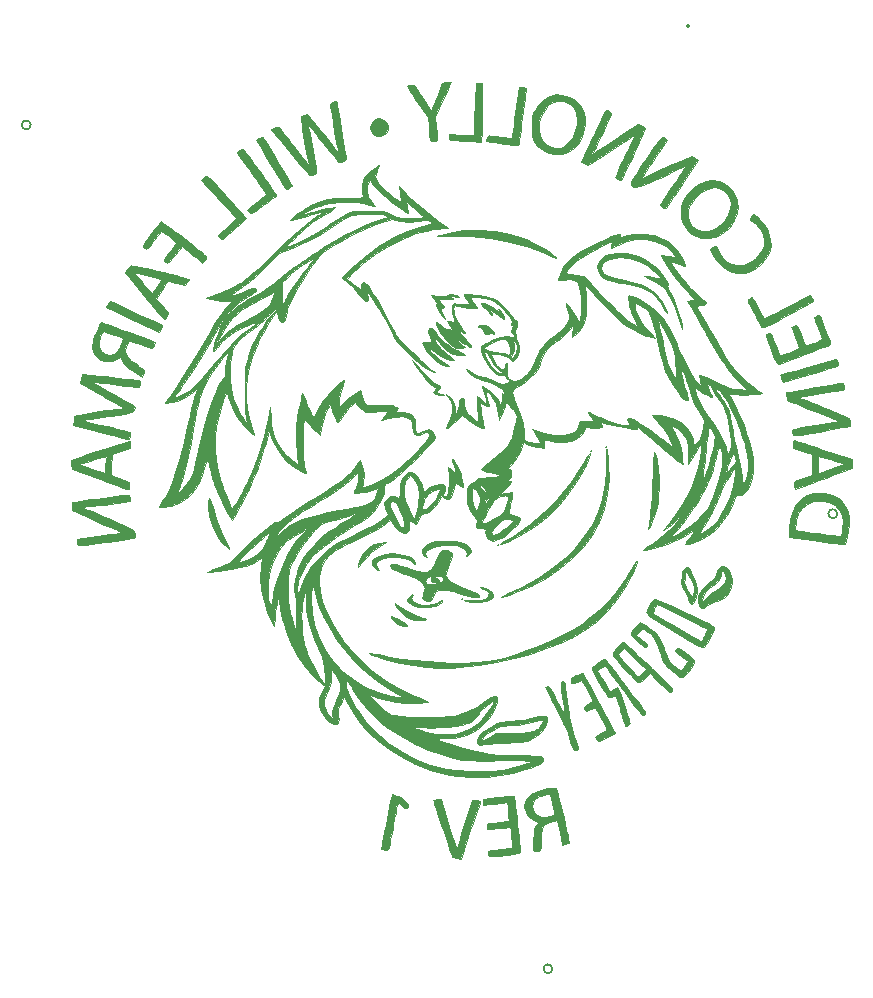
<source format=gbr>
G04 #@! TF.GenerationSoftware,KiCad,Pcbnew,(5.1.6)-1*
G04 #@! TF.CreationDate,2020-10-24T15:43:35-04:00*
G04 #@! TF.ProjectId,flight_computer,666c6967-6874-45f6-936f-6d7075746572,rev?*
G04 #@! TF.SameCoordinates,Original*
G04 #@! TF.FileFunction,Legend,Bot*
G04 #@! TF.FilePolarity,Positive*
%FSLAX46Y46*%
G04 Gerber Fmt 4.6, Leading zero omitted, Abs format (unit mm)*
G04 Created by KiCad (PCBNEW (5.1.6)-1) date 2020-10-24 15:43:35*
%MOMM*%
%LPD*%
G01*
G04 APERTURE LIST*
%ADD10C,0.010000*%
%ADD11C,0.152400*%
G04 APERTURE END LIST*
D10*
G36*
X120806762Y-136120154D02*
G01*
X120697786Y-136166022D01*
X120692334Y-136180531D01*
X120718454Y-136274666D01*
X120791316Y-136503526D01*
X120902671Y-136842835D01*
X121044269Y-137268314D01*
X121207861Y-137755686D01*
X121385199Y-138280674D01*
X121568032Y-138818999D01*
X121748113Y-139346384D01*
X121917191Y-139838551D01*
X122067018Y-140271224D01*
X122189345Y-140620124D01*
X122275923Y-140860973D01*
X122318502Y-140969494D01*
X122320731Y-140973002D01*
X122410368Y-140997935D01*
X122606620Y-141035829D01*
X122682000Y-141048613D01*
X123020667Y-141104237D01*
X123846167Y-138706920D01*
X124053647Y-138102397D01*
X124242017Y-137549743D01*
X124404480Y-137069200D01*
X124534241Y-136681012D01*
X124624503Y-136405423D01*
X124668471Y-136262676D01*
X124671667Y-136247967D01*
X124596563Y-136209167D01*
X124409218Y-136187785D01*
X124337095Y-136186333D01*
X124002522Y-136186333D01*
X123414876Y-137985500D01*
X123239734Y-138526236D01*
X123079528Y-139029359D01*
X122942963Y-139466850D01*
X122838742Y-139810695D01*
X122775572Y-140032876D01*
X122763834Y-140081000D01*
X122742918Y-140182812D01*
X122723967Y-140254962D01*
X122700980Y-140282641D01*
X122667958Y-140251039D01*
X122618900Y-140145346D01*
X122547807Y-139950754D01*
X122448678Y-139652452D01*
X122315513Y-139235632D01*
X122142313Y-138685485D01*
X121949143Y-138070166D01*
X121330778Y-136101666D01*
X121011556Y-136101666D01*
X120806762Y-136120154D01*
G37*
X120806762Y-136120154D02*
X120697786Y-136166022D01*
X120692334Y-136180531D01*
X120718454Y-136274666D01*
X120791316Y-136503526D01*
X120902671Y-136842835D01*
X121044269Y-137268314D01*
X121207861Y-137755686D01*
X121385199Y-138280674D01*
X121568032Y-138818999D01*
X121748113Y-139346384D01*
X121917191Y-139838551D01*
X122067018Y-140271224D01*
X122189345Y-140620124D01*
X122275923Y-140860973D01*
X122318502Y-140969494D01*
X122320731Y-140973002D01*
X122410368Y-140997935D01*
X122606620Y-141035829D01*
X122682000Y-141048613D01*
X123020667Y-141104237D01*
X123846167Y-138706920D01*
X124053647Y-138102397D01*
X124242017Y-137549743D01*
X124404480Y-137069200D01*
X124534241Y-136681012D01*
X124624503Y-136405423D01*
X124668471Y-136262676D01*
X124671667Y-136247967D01*
X124596563Y-136209167D01*
X124409218Y-136187785D01*
X124337095Y-136186333D01*
X124002522Y-136186333D01*
X123414876Y-137985500D01*
X123239734Y-138526236D01*
X123079528Y-139029359D01*
X122942963Y-139466850D01*
X122838742Y-139810695D01*
X122775572Y-140032876D01*
X122763834Y-140081000D01*
X122742918Y-140182812D01*
X122723967Y-140254962D01*
X122700980Y-140282641D01*
X122667958Y-140251039D01*
X122618900Y-140145346D01*
X122547807Y-139950754D01*
X122448678Y-139652452D01*
X122315513Y-139235632D01*
X122142313Y-138685485D01*
X121949143Y-138070166D01*
X121330778Y-136101666D01*
X121011556Y-136101666D01*
X120806762Y-136120154D01*
G36*
X127428137Y-135785920D02*
G01*
X127202670Y-135803952D01*
X126867840Y-135835764D01*
X126453084Y-135878633D01*
X126210000Y-135905008D01*
X124925667Y-136046572D01*
X124925667Y-136549847D01*
X125539500Y-136497170D01*
X125916024Y-136461771D01*
X126289001Y-136421717D01*
X126549655Y-136389372D01*
X126945977Y-136334252D01*
X126995505Y-136620126D01*
X127026619Y-136867353D01*
X127053357Y-137195395D01*
X127064850Y-137413207D01*
X127084667Y-137920415D01*
X126238000Y-138019013D01*
X125874973Y-138061348D01*
X125576250Y-138096295D01*
X125380952Y-138119272D01*
X125327834Y-138125638D01*
X125283304Y-138205462D01*
X125264341Y-138386706D01*
X125264334Y-138390582D01*
X125264334Y-138647498D01*
X125666500Y-138597840D01*
X125975175Y-138560597D01*
X126355429Y-138515898D01*
X126631925Y-138484051D01*
X127195183Y-138419921D01*
X127240941Y-138721294D01*
X127272765Y-138963550D01*
X127310640Y-139298232D01*
X127343196Y-139620327D01*
X127399693Y-140217987D01*
X126353226Y-140325836D01*
X125954057Y-140367938D01*
X125622785Y-140404709D01*
X125391972Y-140432401D01*
X125294182Y-140447267D01*
X125293023Y-140447842D01*
X125297048Y-140530864D01*
X125324014Y-140694833D01*
X125348605Y-140791177D01*
X125394872Y-140859111D01*
X125485479Y-140899744D01*
X125643090Y-140914187D01*
X125890368Y-140903550D01*
X126249976Y-140868943D01*
X126744580Y-140811477D01*
X127021167Y-140777976D01*
X127460685Y-140721435D01*
X127757861Y-140673524D01*
X127938964Y-140627247D01*
X128030261Y-140575607D01*
X128058022Y-140511609D01*
X128058334Y-140501738D01*
X128049081Y-140377570D01*
X128023334Y-140117799D01*
X127984108Y-139748593D01*
X127934417Y-139296120D01*
X127877277Y-138786549D01*
X127815704Y-138246050D01*
X127752711Y-137700791D01*
X127691315Y-137176940D01*
X127634530Y-136700667D01*
X127585372Y-136298141D01*
X127546856Y-135995530D01*
X127521996Y-135819003D01*
X127514802Y-135784388D01*
X127428137Y-135785920D01*
G37*
X127428137Y-135785920D02*
X127202670Y-135803952D01*
X126867840Y-135835764D01*
X126453084Y-135878633D01*
X126210000Y-135905008D01*
X124925667Y-136046572D01*
X124925667Y-136549847D01*
X125539500Y-136497170D01*
X125916024Y-136461771D01*
X126289001Y-136421717D01*
X126549655Y-136389372D01*
X126945977Y-136334252D01*
X126995505Y-136620126D01*
X127026619Y-136867353D01*
X127053357Y-137195395D01*
X127064850Y-137413207D01*
X127084667Y-137920415D01*
X126238000Y-138019013D01*
X125874973Y-138061348D01*
X125576250Y-138096295D01*
X125380952Y-138119272D01*
X125327834Y-138125638D01*
X125283304Y-138205462D01*
X125264341Y-138386706D01*
X125264334Y-138390582D01*
X125264334Y-138647498D01*
X125666500Y-138597840D01*
X125975175Y-138560597D01*
X126355429Y-138515898D01*
X126631925Y-138484051D01*
X127195183Y-138419921D01*
X127240941Y-138721294D01*
X127272765Y-138963550D01*
X127310640Y-139298232D01*
X127343196Y-139620327D01*
X127399693Y-140217987D01*
X126353226Y-140325836D01*
X125954057Y-140367938D01*
X125622785Y-140404709D01*
X125391972Y-140432401D01*
X125294182Y-140447267D01*
X125293023Y-140447842D01*
X125297048Y-140530864D01*
X125324014Y-140694833D01*
X125348605Y-140791177D01*
X125394872Y-140859111D01*
X125485479Y-140899744D01*
X125643090Y-140914187D01*
X125890368Y-140903550D01*
X126249976Y-140868943D01*
X126744580Y-140811477D01*
X127021167Y-140777976D01*
X127460685Y-140721435D01*
X127757861Y-140673524D01*
X127938964Y-140627247D01*
X128030261Y-140575607D01*
X128058022Y-140511609D01*
X128058334Y-140501738D01*
X128049081Y-140377570D01*
X128023334Y-140117799D01*
X127984108Y-139748593D01*
X127934417Y-139296120D01*
X127877277Y-138786549D01*
X127815704Y-138246050D01*
X127752711Y-137700791D01*
X127691315Y-137176940D01*
X127634530Y-136700667D01*
X127585372Y-136298141D01*
X127546856Y-135995530D01*
X127521996Y-135819003D01*
X127514802Y-135784388D01*
X127428137Y-135785920D01*
G36*
X130595334Y-135123622D02*
G01*
X130370905Y-135157743D01*
X129851799Y-135274739D01*
X129371760Y-135444117D01*
X128970070Y-135648262D01*
X128686011Y-135869556D01*
X128627416Y-135939663D01*
X128447965Y-136320812D01*
X128413658Y-136731984D01*
X128514253Y-137135910D01*
X128739506Y-137495321D01*
X129079172Y-137772949D01*
X129140333Y-137805726D01*
X129369606Y-137921018D01*
X129527358Y-138000385D01*
X129568623Y-138021177D01*
X129542432Y-138090517D01*
X129441817Y-138244888D01*
X129404749Y-138296053D01*
X129318636Y-138432264D01*
X129259449Y-138590293D01*
X129220185Y-138807758D01*
X129193843Y-139122279D01*
X129174973Y-139530375D01*
X129160757Y-139948664D01*
X129158616Y-140226159D01*
X129172108Y-140391187D01*
X129204794Y-140472074D01*
X129260232Y-140497145D01*
X129296513Y-140497649D01*
X129504225Y-140466048D01*
X129582334Y-140442620D01*
X129693367Y-140381261D01*
X129766450Y-140276949D01*
X129809288Y-140097929D01*
X129829587Y-139812446D01*
X129835037Y-139401338D01*
X129847843Y-138940345D01*
X129893335Y-138612861D01*
X129984725Y-138384186D01*
X130135225Y-138219619D01*
X130331232Y-138098108D01*
X130584440Y-137996618D01*
X130855259Y-137924734D01*
X131148667Y-137870618D01*
X131390192Y-138899987D01*
X131631716Y-139929356D01*
X131892018Y-139877296D01*
X132087431Y-139828190D01*
X132195016Y-139782527D01*
X132195511Y-139782045D01*
X132187431Y-139692662D01*
X132144162Y-139464713D01*
X132071801Y-139123853D01*
X131976444Y-138695741D01*
X131864189Y-138206032D01*
X131741132Y-137680383D01*
X131642466Y-137266500D01*
X130949620Y-137266500D01*
X130911402Y-137375948D01*
X130816687Y-137439995D01*
X130660957Y-137488521D01*
X130598334Y-137505424D01*
X130266160Y-137586239D01*
X130029939Y-137610477D01*
X129826072Y-137578281D01*
X129633013Y-137507610D01*
X129308679Y-137296478D01*
X129123870Y-136990268D01*
X129074334Y-136649001D01*
X129137793Y-136308777D01*
X129334344Y-136041990D01*
X129673252Y-135840924D01*
X130163780Y-135697860D01*
X130232025Y-135684458D01*
X130585383Y-135617947D01*
X130770459Y-136366966D01*
X130874631Y-136791888D01*
X130935857Y-137081773D01*
X130949620Y-137266500D01*
X131642466Y-137266500D01*
X131613370Y-137144450D01*
X131487000Y-136623891D01*
X131368120Y-136144361D01*
X131262825Y-135731519D01*
X131177213Y-135411019D01*
X131117380Y-135208519D01*
X131095406Y-135152651D01*
X131023004Y-135105177D01*
X130866777Y-135095427D01*
X130595334Y-135123622D01*
G37*
X130595334Y-135123622D02*
X130370905Y-135157743D01*
X129851799Y-135274739D01*
X129371760Y-135444117D01*
X128970070Y-135648262D01*
X128686011Y-135869556D01*
X128627416Y-135939663D01*
X128447965Y-136320812D01*
X128413658Y-136731984D01*
X128514253Y-137135910D01*
X128739506Y-137495321D01*
X129079172Y-137772949D01*
X129140333Y-137805726D01*
X129369606Y-137921018D01*
X129527358Y-138000385D01*
X129568623Y-138021177D01*
X129542432Y-138090517D01*
X129441817Y-138244888D01*
X129404749Y-138296053D01*
X129318636Y-138432264D01*
X129259449Y-138590293D01*
X129220185Y-138807758D01*
X129193843Y-139122279D01*
X129174973Y-139530375D01*
X129160757Y-139948664D01*
X129158616Y-140226159D01*
X129172108Y-140391187D01*
X129204794Y-140472074D01*
X129260232Y-140497145D01*
X129296513Y-140497649D01*
X129504225Y-140466048D01*
X129582334Y-140442620D01*
X129693367Y-140381261D01*
X129766450Y-140276949D01*
X129809288Y-140097929D01*
X129829587Y-139812446D01*
X129835037Y-139401338D01*
X129847843Y-138940345D01*
X129893335Y-138612861D01*
X129984725Y-138384186D01*
X130135225Y-138219619D01*
X130331232Y-138098108D01*
X130584440Y-137996618D01*
X130855259Y-137924734D01*
X131148667Y-137870618D01*
X131390192Y-138899987D01*
X131631716Y-139929356D01*
X131892018Y-139877296D01*
X132087431Y-139828190D01*
X132195016Y-139782527D01*
X132195511Y-139782045D01*
X132187431Y-139692662D01*
X132144162Y-139464713D01*
X132071801Y-139123853D01*
X131976444Y-138695741D01*
X131864189Y-138206032D01*
X131741132Y-137680383D01*
X131642466Y-137266500D01*
X130949620Y-137266500D01*
X130911402Y-137375948D01*
X130816687Y-137439995D01*
X130660957Y-137488521D01*
X130598334Y-137505424D01*
X130266160Y-137586239D01*
X130029939Y-137610477D01*
X129826072Y-137578281D01*
X129633013Y-137507610D01*
X129308679Y-137296478D01*
X129123870Y-136990268D01*
X129074334Y-136649001D01*
X129137793Y-136308777D01*
X129334344Y-136041990D01*
X129673252Y-135840924D01*
X130163780Y-135697860D01*
X130232025Y-135684458D01*
X130585383Y-135617947D01*
X130770459Y-136366966D01*
X130874631Y-136791888D01*
X130935857Y-137081773D01*
X130949620Y-137266500D01*
X131642466Y-137266500D01*
X131613370Y-137144450D01*
X131487000Y-136623891D01*
X131368120Y-136144361D01*
X131262825Y-135731519D01*
X131177213Y-135411019D01*
X131117380Y-135208519D01*
X131095406Y-135152651D01*
X131023004Y-135105177D01*
X130866777Y-135095427D01*
X130595334Y-135123622D01*
G36*
X117186570Y-135689336D02*
G01*
X117162234Y-135779377D01*
X117112502Y-136008612D01*
X117042338Y-136351069D01*
X116956707Y-136780776D01*
X116860573Y-137271762D01*
X116758903Y-137798053D01*
X116656660Y-138333679D01*
X116558810Y-138852667D01*
X116470317Y-139329044D01*
X116396147Y-139736840D01*
X116341263Y-140050082D01*
X116310632Y-140242797D01*
X116306590Y-140292643D01*
X116398304Y-140324133D01*
X116585630Y-140369487D01*
X116596868Y-140371908D01*
X116786119Y-140394127D01*
X116875748Y-140332347D01*
X116909067Y-140233631D01*
X116938633Y-140095131D01*
X116994654Y-139817635D01*
X117071731Y-139428457D01*
X117164468Y-138954913D01*
X117267470Y-138424316D01*
X117307185Y-138218569D01*
X117410670Y-137686495D01*
X117504488Y-137213339D01*
X117583678Y-136823374D01*
X117643280Y-136540872D01*
X117678334Y-136390105D01*
X117684595Y-136371850D01*
X117757379Y-136406290D01*
X117911821Y-136523930D01*
X118006453Y-136604446D01*
X118241223Y-136790595D01*
X118393526Y-136851082D01*
X118490219Y-136789557D01*
X118538900Y-136676795D01*
X118548607Y-136551148D01*
X118477832Y-136415703D01*
X118303197Y-136234239D01*
X118184772Y-136128157D01*
X117931402Y-135938512D01*
X117660764Y-135785462D01*
X117415630Y-135687808D01*
X117238774Y-135664354D01*
X117186570Y-135689336D01*
G37*
X117186570Y-135689336D02*
X117162234Y-135779377D01*
X117112502Y-136008612D01*
X117042338Y-136351069D01*
X116956707Y-136780776D01*
X116860573Y-137271762D01*
X116758903Y-137798053D01*
X116656660Y-138333679D01*
X116558810Y-138852667D01*
X116470317Y-139329044D01*
X116396147Y-139736840D01*
X116341263Y-140050082D01*
X116310632Y-140242797D01*
X116306590Y-140292643D01*
X116398304Y-140324133D01*
X116585630Y-140369487D01*
X116596868Y-140371908D01*
X116786119Y-140394127D01*
X116875748Y-140332347D01*
X116909067Y-140233631D01*
X116938633Y-140095131D01*
X116994654Y-139817635D01*
X117071731Y-139428457D01*
X117164468Y-138954913D01*
X117267470Y-138424316D01*
X117307185Y-138218569D01*
X117410670Y-137686495D01*
X117504488Y-137213339D01*
X117583678Y-136823374D01*
X117643280Y-136540872D01*
X117678334Y-136390105D01*
X117684595Y-136371850D01*
X117757379Y-136406290D01*
X117911821Y-136523930D01*
X118006453Y-136604446D01*
X118241223Y-136790595D01*
X118393526Y-136851082D01*
X118490219Y-136789557D01*
X118538900Y-136676795D01*
X118548607Y-136551148D01*
X118477832Y-136415703D01*
X118303197Y-136234239D01*
X118184772Y-136128157D01*
X117931402Y-135938512D01*
X117660764Y-135785462D01*
X117415630Y-135687808D01*
X117238774Y-135664354D01*
X117186570Y-135689336D01*
G36*
X115950405Y-82475014D02*
G01*
X115742913Y-82609121D01*
X115496688Y-82792417D01*
X115254509Y-82991998D01*
X115059157Y-83174961D01*
X114979666Y-83266505D01*
X114763988Y-83674527D01*
X114643122Y-84151835D01*
X114626354Y-84635478D01*
X114716955Y-85047666D01*
X114716272Y-85095354D01*
X114655881Y-85129747D01*
X114513757Y-85153002D01*
X114267878Y-85167272D01*
X113896220Y-85174714D01*
X113390658Y-85177455D01*
X112870761Y-85179959D01*
X112480622Y-85188428D01*
X112180668Y-85207934D01*
X111931325Y-85243548D01*
X111693022Y-85300342D01*
X111426183Y-85383386D01*
X111209667Y-85456948D01*
X110783956Y-85618533D01*
X110344244Y-85810156D01*
X109964917Y-85998656D01*
X109855000Y-86060830D01*
X109568226Y-86243005D01*
X109272427Y-86449995D01*
X108998079Y-86657802D01*
X108775659Y-86842428D01*
X108635644Y-86979872D01*
X108606069Y-87044291D01*
X108696288Y-87038386D01*
X108895862Y-86991627D01*
X109054618Y-86946233D01*
X109298227Y-86875603D01*
X109629586Y-86783907D01*
X110012822Y-86680550D01*
X110412064Y-86574933D01*
X110791442Y-86476459D01*
X111115083Y-86394530D01*
X111347116Y-86338551D01*
X111451642Y-86317922D01*
X111412423Y-86357559D01*
X111258899Y-86462034D01*
X111022581Y-86610099D01*
X110980835Y-86635422D01*
X110577015Y-86896580D01*
X110143005Y-87212855D01*
X109663883Y-87596931D01*
X109124725Y-88061492D01*
X108510608Y-88619223D01*
X107806608Y-89282807D01*
X107357334Y-89715268D01*
X106759281Y-90292457D01*
X106262710Y-90766132D01*
X105849251Y-91152400D01*
X105500536Y-91467370D01*
X105198194Y-91727150D01*
X104923855Y-91947846D01*
X104659151Y-92145568D01*
X104385712Y-92336421D01*
X104309334Y-92387970D01*
X103576529Y-92835855D01*
X102849411Y-93181543D01*
X102150334Y-93432703D01*
X101430667Y-93660472D01*
X101938667Y-93773102D01*
X102305015Y-93834144D01*
X102734049Y-93876962D01*
X103050351Y-93890532D01*
X103654035Y-93895333D01*
X103257617Y-94361000D01*
X103008726Y-94660196D01*
X102782253Y-94950519D01*
X102562045Y-95256649D01*
X102331947Y-95603265D01*
X102075807Y-96015049D01*
X101777470Y-96516681D01*
X101420783Y-97132841D01*
X101262666Y-97409000D01*
X100708655Y-98357061D01*
X100127354Y-99312417D01*
X99542598Y-100237538D01*
X98978226Y-101094898D01*
X98458073Y-101846968D01*
X98336764Y-102015476D01*
X97973286Y-102515619D01*
X98458251Y-102465566D01*
X98995856Y-102347028D01*
X99563071Y-102114132D01*
X100098635Y-101795409D01*
X100388656Y-101566558D01*
X100785978Y-101213137D01*
X100546315Y-101872235D01*
X100465563Y-102125843D01*
X100355730Y-102516983D01*
X100223949Y-103017771D01*
X100077354Y-103600325D01*
X99923081Y-104236760D01*
X99768263Y-104899194D01*
X99738623Y-105029000D01*
X99476958Y-106146463D01*
X99232667Y-107114886D01*
X98999319Y-107952877D01*
X98770483Y-108679047D01*
X98539728Y-109312007D01*
X98300622Y-109870365D01*
X98046734Y-110372734D01*
X97771633Y-110837721D01*
X97685211Y-110970887D01*
X97567641Y-111174627D01*
X97516352Y-111318250D01*
X97522149Y-111351037D01*
X97644174Y-111374723D01*
X97883514Y-111354145D01*
X98196856Y-111298643D01*
X98540890Y-111217558D01*
X98872304Y-111120230D01*
X99147788Y-111015999D01*
X99207610Y-110987556D01*
X99646359Y-110702878D01*
X100091528Y-110305965D01*
X100494853Y-109844843D01*
X100774247Y-109428639D01*
X100949328Y-109070460D01*
X101136722Y-108602732D01*
X101316090Y-108082062D01*
X101467098Y-107565057D01*
X101518393Y-107357333D01*
X101549926Y-107261215D01*
X101584219Y-107268176D01*
X101628755Y-107396121D01*
X101691017Y-107662955D01*
X101736139Y-107878375D01*
X101846113Y-108346531D01*
X101989932Y-108869235D01*
X102139026Y-109343625D01*
X102159414Y-109402375D01*
X102300149Y-109769245D01*
X102485785Y-110207436D01*
X102698878Y-110680327D01*
X102921984Y-111151303D01*
X103137657Y-111583744D01*
X103328454Y-111941032D01*
X103476930Y-112186549D01*
X103503387Y-112223527D01*
X103648338Y-112415693D01*
X103964254Y-111918513D01*
X104192602Y-111530365D01*
X104464059Y-111023244D01*
X104760121Y-110435907D01*
X105062287Y-109807108D01*
X105352056Y-109175602D01*
X105610926Y-108580147D01*
X105820396Y-108059495D01*
X105869194Y-107928214D01*
X106036296Y-107441414D01*
X106217890Y-106869777D01*
X106389229Y-106293192D01*
X106497922Y-105898689D01*
X106780755Y-104822284D01*
X106968436Y-105386266D01*
X107280767Y-106098934D01*
X107722354Y-106786758D01*
X108261198Y-107411354D01*
X108865299Y-107934339D01*
X109347143Y-108239578D01*
X109608532Y-108372858D01*
X109804799Y-108461588D01*
X109895568Y-108487607D01*
X109896741Y-108486815D01*
X109893101Y-108396048D01*
X109854843Y-108186910D01*
X109790844Y-107907170D01*
X109741479Y-107612928D01*
X109701200Y-107191540D01*
X109670842Y-106683133D01*
X109651240Y-106127838D01*
X109643231Y-105565784D01*
X109647648Y-105037102D01*
X109665329Y-104581920D01*
X109697107Y-104240368D01*
X109712647Y-104150627D01*
X109781961Y-103822589D01*
X109918289Y-104023627D01*
X110226711Y-104423143D01*
X110602078Y-104828716D01*
X110817033Y-105030142D01*
X111104486Y-105282529D01*
X111199345Y-104626598D01*
X111322531Y-104060682D01*
X111538901Y-103484766D01*
X111649042Y-103251000D01*
X112003880Y-102531333D01*
X112072895Y-102870000D01*
X112141544Y-103145027D01*
X112237391Y-103453441D01*
X112344553Y-103752677D01*
X112447144Y-104000175D01*
X112529281Y-104153372D01*
X112562670Y-104182333D01*
X112637425Y-104117030D01*
X112773503Y-103945819D01*
X112941463Y-103705744D01*
X112941697Y-103705392D01*
X113128365Y-103449330D01*
X113356777Y-103171836D01*
X113596886Y-102905078D01*
X113818648Y-102681223D01*
X113992018Y-102532437D01*
X114077849Y-102489000D01*
X114155247Y-102554625D01*
X114270123Y-102716159D01*
X114292033Y-102752311D01*
X114496275Y-102978251D01*
X114796176Y-103169243D01*
X114830352Y-103184943D01*
X115023204Y-103263203D01*
X115194655Y-103305295D01*
X115393451Y-103313870D01*
X115668336Y-103291582D01*
X116008238Y-103249027D01*
X116356106Y-103207717D01*
X116636272Y-103183344D01*
X116809703Y-103178842D01*
X116845617Y-103186061D01*
X116819438Y-103268073D01*
X116707661Y-103435591D01*
X116586000Y-103589666D01*
X116425265Y-103790302D01*
X116325686Y-103930785D01*
X116308057Y-103972976D01*
X116395281Y-103963864D01*
X116603051Y-103919431D01*
X116888558Y-103848940D01*
X116924667Y-103839523D01*
X117311788Y-103756765D01*
X117719861Y-103698519D01*
X118008016Y-103679214D01*
X118423845Y-103721331D01*
X118706974Y-103863081D01*
X118867488Y-104113070D01*
X118915582Y-104453651D01*
X118961632Y-104861077D01*
X119091709Y-105128723D01*
X119298599Y-105251314D01*
X119575086Y-105223578D01*
X119811636Y-105108535D01*
X120010765Y-104996412D01*
X120129827Y-104974646D01*
X120226975Y-105035776D01*
X120244589Y-105052969D01*
X120321176Y-105166389D01*
X120329326Y-105303432D01*
X120258680Y-105481338D01*
X120098882Y-105717342D01*
X119839574Y-106028682D01*
X119470396Y-106432595D01*
X119319398Y-106592610D01*
X118529823Y-107386979D01*
X117795939Y-108043050D01*
X117098895Y-108574572D01*
X116419841Y-108995292D01*
X115739926Y-109318957D01*
X115411507Y-109442571D01*
X115100298Y-109546463D01*
X114857012Y-109620379D01*
X114720064Y-109652948D01*
X114703868Y-109652090D01*
X114705217Y-109561836D01*
X114737144Y-109358777D01*
X114770412Y-109192422D01*
X114809076Y-108671508D01*
X114725934Y-108098624D01*
X114567925Y-107620574D01*
X114464359Y-107375815D01*
X114049751Y-107940544D01*
X113801259Y-108260765D01*
X113540131Y-108553977D01*
X113246592Y-108835517D01*
X112900867Y-109120720D01*
X112483179Y-109424923D01*
X111973754Y-109763462D01*
X111352815Y-110151674D01*
X110659334Y-110569897D01*
X110155166Y-110875048D01*
X109658161Y-111184078D01*
X109202553Y-111475096D01*
X108822580Y-111726215D01*
X108552478Y-111915543D01*
X108539283Y-111925382D01*
X108059669Y-112268872D01*
X107692125Y-112496489D01*
X107439217Y-112606812D01*
X107312514Y-112605129D01*
X107236109Y-112609699D01*
X107230334Y-112636196D01*
X107164021Y-112714424D01*
X106985041Y-112860659D01*
X106723334Y-113051597D01*
X106505450Y-113200373D01*
X106078017Y-113516717D01*
X105566522Y-113950155D01*
X104990343Y-114483715D01*
X104579283Y-114887242D01*
X103378000Y-116091791D01*
X102404334Y-116483051D01*
X102043472Y-116630997D01*
X101757441Y-116753961D01*
X101572725Y-116840116D01*
X101515809Y-116877640D01*
X101519006Y-116878322D01*
X101630103Y-116868639D01*
X101877247Y-116839297D01*
X102228809Y-116794287D01*
X102653164Y-116737599D01*
X102873673Y-116707378D01*
X103585354Y-116592852D01*
X104243124Y-116455794D01*
X104818071Y-116303832D01*
X105281288Y-116144594D01*
X105600500Y-115987866D01*
X105830705Y-115840461D01*
X105981531Y-115743444D01*
X106172061Y-115620556D01*
X106092563Y-116388962D01*
X106064030Y-117320024D01*
X106154854Y-118307417D01*
X106354892Y-119298370D01*
X106654000Y-120240112D01*
X106967665Y-120941650D01*
X107207559Y-121402634D01*
X107268200Y-120687650D01*
X107311895Y-120263657D01*
X107369944Y-119819240D01*
X107430342Y-119445595D01*
X107434754Y-119422333D01*
X107540666Y-118872000D01*
X107600193Y-119210666D01*
X107718023Y-119863221D01*
X107821004Y-120386791D01*
X107918272Y-120820014D01*
X108018961Y-121201533D01*
X108132206Y-121569986D01*
X108218029Y-121824105D01*
X108686644Y-122970336D01*
X109263803Y-124034383D01*
X109935239Y-124994787D01*
X110686684Y-125830090D01*
X111167658Y-126260364D01*
X111505154Y-126536728D01*
X111256462Y-126979140D01*
X111052943Y-127498221D01*
X111014170Y-128024080D01*
X111137075Y-128540869D01*
X111418587Y-129032741D01*
X111718051Y-129362832D01*
X112051375Y-129623909D01*
X112328462Y-129742764D01*
X112535646Y-129724320D01*
X112659266Y-129573500D01*
X112685658Y-129295224D01*
X112639854Y-129030752D01*
X112594920Y-128818094D01*
X112592937Y-128643169D01*
X112643858Y-128448863D01*
X112757634Y-128178067D01*
X112807406Y-128069263D01*
X112936827Y-127773880D01*
X113032012Y-127528877D01*
X113074364Y-127382551D01*
X113075006Y-127374247D01*
X113111630Y-127392837D01*
X113208558Y-127537172D01*
X113349900Y-127781774D01*
X113477173Y-128018922D01*
X113703738Y-128429607D01*
X113961734Y-128861951D01*
X114206634Y-129242287D01*
X114283611Y-129353121D01*
X115025310Y-130255465D01*
X115907901Y-131095759D01*
X116910377Y-131861584D01*
X118011732Y-132540521D01*
X119190960Y-133120150D01*
X120427056Y-133588052D01*
X121699014Y-133931808D01*
X122190227Y-134027795D01*
X122597055Y-134084364D01*
X123100842Y-134133066D01*
X123652459Y-134171303D01*
X124202781Y-134196473D01*
X124702680Y-134205978D01*
X125103029Y-134197216D01*
X125222000Y-134188244D01*
X126382302Y-134041546D01*
X127449223Y-133837051D01*
X128493091Y-133560259D01*
X128921695Y-133425476D01*
X129440187Y-133228420D01*
X129790721Y-133031520D01*
X129951107Y-132859189D01*
X129118688Y-132859189D01*
X129096300Y-132890927D01*
X129012216Y-132933645D01*
X128989667Y-132943646D01*
X128748243Y-133031194D01*
X128383558Y-133141156D01*
X127938377Y-133262652D01*
X127455466Y-133384800D01*
X126977591Y-133496720D01*
X126547519Y-133587531D01*
X126254608Y-133639520D01*
X125896349Y-133674894D01*
X125412682Y-133695310D01*
X124841816Y-133701781D01*
X124221962Y-133695318D01*
X123591330Y-133676932D01*
X122988130Y-133647636D01*
X122450572Y-133608441D01*
X122016867Y-133560359D01*
X121793000Y-133521395D01*
X120458300Y-133150638D01*
X119185912Y-132650609D01*
X117990901Y-132031514D01*
X116888336Y-131303559D01*
X115893282Y-130476948D01*
X115020807Y-129561887D01*
X114285976Y-128568583D01*
X114144124Y-128340307D01*
X113912661Y-127920144D01*
X113687419Y-127450480D01*
X113490190Y-126982317D01*
X113345551Y-126574511D01*
X112775777Y-126574511D01*
X112759730Y-126876093D01*
X112701265Y-127160086D01*
X112584461Y-127485829D01*
X112448517Y-127794271D01*
X112285719Y-128165908D01*
X112192321Y-128437581D01*
X112155686Y-128657455D01*
X112163174Y-128873699D01*
X112163803Y-128879350D01*
X112206124Y-129254824D01*
X111995990Y-129058745D01*
X111815626Y-128848887D01*
X111646225Y-128588765D01*
X111624761Y-128548539D01*
X111486453Y-128143138D01*
X111485003Y-127712526D01*
X111622374Y-127229530D01*
X111738834Y-126969814D01*
X111880669Y-126661788D01*
X111962950Y-126408377D01*
X112000809Y-126139016D01*
X112009377Y-125783143D01*
X112009093Y-125725546D01*
X111548334Y-125725546D01*
X111544394Y-126030277D01*
X111533967Y-126256139D01*
X111519141Y-126361888D01*
X111515945Y-126365000D01*
X111458297Y-126299080D01*
X111335751Y-126124938D01*
X111173070Y-125878001D01*
X111146074Y-125835833D01*
X110775206Y-125218236D01*
X110431657Y-124577941D01*
X110134446Y-123954723D01*
X109902593Y-123388355D01*
X109759394Y-122936000D01*
X109664443Y-122441422D01*
X109612220Y-122004666D01*
X109177667Y-122004666D01*
X109135334Y-122047000D01*
X109093000Y-122004666D01*
X109135334Y-121962333D01*
X109177667Y-122004666D01*
X109612220Y-122004666D01*
X109592545Y-121840126D01*
X109546387Y-121186678D01*
X109528659Y-120535641D01*
X109542048Y-119941583D01*
X109588359Y-119464666D01*
X109646557Y-119143624D01*
X109720669Y-118803408D01*
X109800808Y-118481321D01*
X109877088Y-118214668D01*
X109939620Y-118040753D01*
X109977673Y-117995815D01*
X109979868Y-118087872D01*
X109960750Y-118302386D01*
X109924405Y-118594398D01*
X109921123Y-118618000D01*
X109884845Y-119297314D01*
X109943540Y-120069525D01*
X110088207Y-120893871D01*
X110309846Y-121729595D01*
X110599456Y-122535938D01*
X110948038Y-123272140D01*
X110949416Y-123274666D01*
X111285221Y-124057074D01*
X111487793Y-124916176D01*
X111548334Y-125725546D01*
X112009093Y-125725546D01*
X112009015Y-125709838D01*
X112012632Y-125399210D01*
X112026582Y-125175359D01*
X112048205Y-125072987D01*
X112057818Y-125073081D01*
X112131710Y-125170688D01*
X112272828Y-125363700D01*
X112443803Y-125600844D01*
X112627606Y-125874204D01*
X112727707Y-126089890D01*
X112768797Y-126320321D01*
X112775777Y-126574511D01*
X113345551Y-126574511D01*
X113342765Y-126566657D01*
X113275539Y-126307340D01*
X113218683Y-126004270D01*
X113480494Y-126197836D01*
X113678872Y-126390571D01*
X113815686Y-126604239D01*
X113824299Y-126626608D01*
X114013222Y-127024572D01*
X114317217Y-127492869D01*
X114712352Y-128005130D01*
X115174694Y-128534987D01*
X115680309Y-129056073D01*
X116205263Y-129542019D01*
X116725623Y-129966457D01*
X117086776Y-130220969D01*
X118099241Y-130830488D01*
X119173743Y-131388223D01*
X120271085Y-131877332D01*
X121352070Y-132280973D01*
X122377500Y-132582301D01*
X122809000Y-132679755D01*
X123122726Y-132727217D01*
X123540397Y-132768283D01*
X124021730Y-132801388D01*
X124526442Y-132824967D01*
X125014250Y-132837457D01*
X125444871Y-132837293D01*
X125778021Y-132822910D01*
X125941667Y-132801412D01*
X126063261Y-132793516D01*
X126325358Y-132788601D01*
X126699151Y-132786803D01*
X127155833Y-132788258D01*
X127666598Y-132793100D01*
X127677334Y-132793235D01*
X128232506Y-132800914D01*
X128636289Y-132809293D01*
X128906621Y-132820428D01*
X129061442Y-132836374D01*
X129118688Y-132859189D01*
X129951107Y-132859189D01*
X129974671Y-132833871D01*
X130005667Y-132711833D01*
X129984860Y-132601597D01*
X129909467Y-132517874D01*
X129760027Y-132457218D01*
X129517080Y-132416185D01*
X129161166Y-132391329D01*
X128672827Y-132379205D01*
X128110570Y-132376333D01*
X127430085Y-132367367D01*
X126750098Y-132342275D01*
X126124264Y-132303766D01*
X125606233Y-132254548D01*
X125543837Y-132246759D01*
X124746767Y-132117047D01*
X123873652Y-131930105D01*
X122989204Y-131702308D01*
X122158133Y-131450033D01*
X121581334Y-131243985D01*
X120819334Y-130947536D01*
X121627045Y-130942268D01*
X122490009Y-130886507D01*
X123242229Y-130723766D01*
X123912706Y-130442694D01*
X124530441Y-130031943D01*
X124977378Y-129631153D01*
X125385726Y-129177245D01*
X125719879Y-128710870D01*
X125961598Y-128263276D01*
X126092646Y-127865709D01*
X126098673Y-127807609D01*
X125772334Y-127807609D01*
X125718776Y-128003094D01*
X125573849Y-128285849D01*
X125361175Y-128618840D01*
X125104377Y-128965036D01*
X124831305Y-129282889D01*
X124382961Y-129706998D01*
X123917104Y-130024729D01*
X123709159Y-130134519D01*
X123283429Y-130328211D01*
X122899829Y-130458560D01*
X122507543Y-130535015D01*
X122055754Y-130567026D01*
X121493645Y-130564040D01*
X121412000Y-130561642D01*
X120907034Y-130535696D01*
X120494119Y-130485287D01*
X120096363Y-130397439D01*
X119655167Y-130265109D01*
X119311897Y-130149429D01*
X119038441Y-130048735D01*
X118868676Y-129976021D01*
X118829667Y-129948450D01*
X118905078Y-129930705D01*
X119098438Y-129938487D01*
X119260859Y-129956384D01*
X119842077Y-130007566D01*
X120498054Y-130022253D01*
X121190181Y-130003457D01*
X121879846Y-129954194D01*
X122518385Y-129878666D01*
X118745000Y-129878666D01*
X118702667Y-129921000D01*
X118660334Y-129878666D01*
X118702667Y-129836333D01*
X118745000Y-129878666D01*
X122518385Y-129878666D01*
X122528438Y-129877477D01*
X123097348Y-129776320D01*
X123547964Y-129653737D01*
X123653781Y-129613456D01*
X123984932Y-129420774D01*
X124296302Y-129147726D01*
X124529040Y-128849658D01*
X124586901Y-128735907D01*
X124678256Y-128607637D01*
X124849863Y-128434664D01*
X125069057Y-128242568D01*
X125303174Y-128056928D01*
X125519549Y-127903324D01*
X125685518Y-127807333D01*
X125768416Y-127794537D01*
X125772334Y-127807609D01*
X126098673Y-127807609D01*
X126111000Y-127688806D01*
X126082873Y-127457779D01*
X125990267Y-127341990D01*
X125820843Y-127342851D01*
X125562264Y-127461776D01*
X125202192Y-127700179D01*
X125052667Y-127810041D01*
X124385637Y-128248911D01*
X123651059Y-128630278D01*
X122936000Y-128910139D01*
X122541121Y-129001227D01*
X122010274Y-129072335D01*
X121375771Y-129122342D01*
X120669926Y-129150127D01*
X119925049Y-129154570D01*
X119173453Y-129134551D01*
X118447450Y-129088950D01*
X118261268Y-129072227D01*
X117142535Y-128964608D01*
X116550068Y-128490304D01*
X116289509Y-128270102D01*
X116022211Y-128025071D01*
X115772846Y-127780635D01*
X115566088Y-127562220D01*
X115426607Y-127395251D01*
X115379077Y-127305153D01*
X115391454Y-127296333D01*
X115488634Y-127320797D01*
X115703715Y-127385534D01*
X115993859Y-127477565D01*
X116054218Y-127497157D01*
X116771706Y-127695324D01*
X117523197Y-127828053D01*
X118346881Y-127899730D01*
X119280950Y-127914740D01*
X119629767Y-127907733D01*
X119931452Y-127891067D01*
X120141706Y-127863181D01*
X120226870Y-127829167D01*
X120222434Y-127818021D01*
X120111516Y-127757440D01*
X119882683Y-127655304D01*
X119576623Y-127529371D01*
X119422334Y-127468815D01*
X119296212Y-127411819D01*
X118098219Y-127411819D01*
X118086372Y-127463019D01*
X117923820Y-127464863D01*
X117606344Y-127418740D01*
X117153931Y-127331040D01*
X115983492Y-127007491D01*
X114894800Y-126541618D01*
X113897474Y-125942916D01*
X113001134Y-125220878D01*
X112215399Y-124384996D01*
X111549888Y-123444764D01*
X111014221Y-122409675D01*
X110618016Y-121289222D01*
X110485781Y-120750298D01*
X110435068Y-120411522D01*
X110399136Y-119971336D01*
X110378741Y-119478287D01*
X110374638Y-118980922D01*
X110387584Y-118527789D01*
X110418335Y-118167435D01*
X110443358Y-118025333D01*
X110480437Y-117889556D01*
X110508441Y-117877491D01*
X110539501Y-118005247D01*
X110570854Y-118194666D01*
X110750549Y-118975296D01*
X111045868Y-119828186D01*
X111440240Y-120719774D01*
X111917096Y-121616499D01*
X112459866Y-122484796D01*
X113051979Y-123291104D01*
X113141593Y-123401666D01*
X114083369Y-124445044D01*
X115119863Y-125405567D01*
X116219412Y-126257081D01*
X117350354Y-126973434D01*
X117686667Y-127155805D01*
X117963578Y-127309877D01*
X118098219Y-127411819D01*
X119296212Y-127411819D01*
X118039607Y-126843949D01*
X116710298Y-126059873D01*
X115439664Y-125119721D01*
X115340588Y-125037761D01*
X114569585Y-124335670D01*
X113845744Y-123561473D01*
X113179640Y-122734259D01*
X112581846Y-121873116D01*
X112062934Y-120997132D01*
X111633478Y-120125394D01*
X111304051Y-119276992D01*
X111085227Y-118471012D01*
X110987579Y-117726543D01*
X111001866Y-117205005D01*
X111157906Y-116546574D01*
X111463385Y-115932382D01*
X111898517Y-115400532D01*
X111976701Y-115327553D01*
X112130655Y-115196931D01*
X112304613Y-115068157D01*
X112516049Y-114931876D01*
X112782438Y-114778733D01*
X113121257Y-114599372D01*
X113549980Y-114384438D01*
X114086084Y-114124578D01*
X114747044Y-113810434D01*
X115275707Y-113561518D01*
X115685088Y-113351250D01*
X116100851Y-113107820D01*
X116456904Y-112871004D01*
X116583266Y-112774569D01*
X116823183Y-112591100D01*
X117008269Y-112472008D01*
X117105470Y-112437953D01*
X117111869Y-112444174D01*
X117275957Y-112785087D01*
X117502686Y-113094301D01*
X117760403Y-113342233D01*
X118017456Y-113499302D01*
X118242191Y-113535924D01*
X118272435Y-113528814D01*
X118497585Y-113431840D01*
X118615941Y-113286341D01*
X118652356Y-113047404D01*
X118647634Y-112901840D01*
X118222338Y-112901840D01*
X118179148Y-113049446D01*
X118127274Y-113072333D01*
X117990741Y-113008286D01*
X117839364Y-112852783D01*
X117829747Y-112839500D01*
X117720104Y-112660598D01*
X117564665Y-112376744D01*
X117389485Y-112036320D01*
X117305514Y-111865955D01*
X117138110Y-111508946D01*
X117043385Y-111269470D01*
X117012329Y-111116735D01*
X117035930Y-111019947D01*
X117051566Y-110998121D01*
X117231825Y-110871611D01*
X117422135Y-110913600D01*
X117621963Y-111123586D01*
X117830774Y-111501066D01*
X117986905Y-111877677D01*
X118123127Y-112289663D01*
X118202635Y-112639815D01*
X118222338Y-112901840D01*
X118647634Y-112901840D01*
X118646070Y-112853657D01*
X118618000Y-112413172D01*
X118829667Y-112559642D01*
X119083998Y-112720301D01*
X119246004Y-112760465D01*
X119353809Y-112667605D01*
X119445539Y-112429193D01*
X119469242Y-112349459D01*
X119551156Y-112087794D01*
X119626356Y-111949893D01*
X119732709Y-111896160D01*
X119908084Y-111887000D01*
X119911533Y-111887000D01*
X120079959Y-111871049D01*
X120235157Y-111806856D01*
X120415262Y-111669905D01*
X120658408Y-111435684D01*
X120734706Y-111357833D01*
X121086117Y-110953058D01*
X121377738Y-110531716D01*
X121588622Y-110130143D01*
X121697818Y-109784675D01*
X121701488Y-109744315D01*
X121393464Y-109744315D01*
X121123994Y-110249893D01*
X120892057Y-110634363D01*
X120631387Y-110985191D01*
X120368372Y-111273607D01*
X120129401Y-111470844D01*
X119940862Y-111548133D01*
X119932978Y-111548333D01*
X119813729Y-111533844D01*
X119769553Y-111459793D01*
X119782729Y-111280301D01*
X119796041Y-111193860D01*
X119950288Y-110663565D01*
X120219863Y-110246916D01*
X120258439Y-110216858D01*
X119494502Y-110216858D01*
X119483135Y-110493727D01*
X119444043Y-110849943D01*
X119382427Y-111232907D01*
X119306756Y-111606090D01*
X119225495Y-111932958D01*
X119147113Y-112176980D01*
X119080076Y-112301623D01*
X119062091Y-112310333D01*
X118999175Y-112238789D01*
X118883817Y-112045675D01*
X118734321Y-111763267D01*
X118617932Y-111527166D01*
X118331523Y-110816895D01*
X118188272Y-110182033D01*
X118188322Y-109626412D01*
X118331816Y-109153862D01*
X118518691Y-108873388D01*
X118709916Y-108651076D01*
X118975375Y-108874446D01*
X119267447Y-109218087D01*
X119439321Y-109661831D01*
X119494502Y-110216858D01*
X120258439Y-110216858D01*
X120594951Y-109954653D01*
X121065737Y-109797515D01*
X121073364Y-109796260D01*
X121393464Y-109744315D01*
X121701488Y-109744315D01*
X121708334Y-109669042D01*
X121696836Y-109525854D01*
X121632562Y-109456437D01*
X121470840Y-109434629D01*
X121306167Y-109433526D01*
X120936092Y-109478481D01*
X120564529Y-109594196D01*
X120254918Y-109756775D01*
X120110467Y-109883915D01*
X119964878Y-110008949D01*
X119870010Y-109988820D01*
X119845195Y-109876166D01*
X119780092Y-109494729D01*
X119607939Y-109107401D01*
X119359997Y-108759239D01*
X119067525Y-108495299D01*
X118799374Y-108368789D01*
X118566662Y-108371905D01*
X118348998Y-108512815D01*
X118130500Y-108803995D01*
X118038957Y-108966000D01*
X117938563Y-109201009D01*
X117881968Y-109471032D01*
X117859258Y-109832391D01*
X117857466Y-109997133D01*
X117853345Y-110334980D01*
X117838828Y-110530203D01*
X117808028Y-110609452D01*
X117755055Y-110599378D01*
X117729000Y-110578647D01*
X117438047Y-110419128D01*
X117133800Y-110421499D01*
X116839484Y-110582305D01*
X116693716Y-110732742D01*
X116562305Y-111021809D01*
X116584987Y-111361640D01*
X116715711Y-111660912D01*
X116887754Y-111952504D01*
X116496840Y-112296600D01*
X116167009Y-112542887D01*
X115693424Y-112831611D01*
X115093538Y-113153387D01*
X114384804Y-113498829D01*
X113624405Y-113841317D01*
X112575082Y-114371519D01*
X111667712Y-114990461D01*
X110896887Y-115703464D01*
X110257198Y-116515850D01*
X109743238Y-117432939D01*
X109572516Y-117828107D01*
X109460334Y-118126890D01*
X109379578Y-118376000D01*
X109347060Y-118523366D01*
X109347000Y-118526607D01*
X109303297Y-118643530D01*
X109262334Y-118660333D01*
X109205257Y-118584276D01*
X109183157Y-118383136D01*
X109195783Y-118097458D01*
X109242883Y-117767786D01*
X109268642Y-117644333D01*
X109413093Y-117195690D01*
X109642953Y-116687950D01*
X109925384Y-116183218D01*
X110227543Y-115743603D01*
X110354185Y-115591365D01*
X110623830Y-115325850D01*
X111009362Y-114994558D01*
X111481578Y-114619023D01*
X112011276Y-114220775D01*
X112569252Y-113821347D01*
X113126305Y-113442270D01*
X113653230Y-113105076D01*
X114025431Y-112884482D01*
X114654314Y-112507901D01*
X115150434Y-112158345D01*
X115515229Y-111833310D01*
X114232200Y-111833310D01*
X114180035Y-111889215D01*
X114011331Y-112012299D01*
X113754709Y-112182549D01*
X113532911Y-112322271D01*
X112873592Y-112733511D01*
X112337190Y-113078827D01*
X111899564Y-113376246D01*
X111536572Y-113643792D01*
X111224073Y-113899491D01*
X110937923Y-114161368D01*
X110653982Y-114447447D01*
X110574866Y-114530856D01*
X110180809Y-114960263D01*
X109885752Y-115317029D01*
X109664818Y-115643962D01*
X109493133Y-115983871D01*
X109345819Y-116379562D01*
X109198002Y-116873846D01*
X109183813Y-116924666D01*
X109031766Y-117527448D01*
X108949334Y-118006205D01*
X108934230Y-118390225D01*
X108984169Y-118708792D01*
X109033163Y-118853552D01*
X109077778Y-119027778D01*
X109105442Y-119298561D01*
X109117069Y-119686628D01*
X109113572Y-120212709D01*
X109106722Y-120523000D01*
X109070785Y-121920000D01*
X108907253Y-121454333D01*
X108809117Y-121141577D01*
X108699443Y-120741240D01*
X108599548Y-120331857D01*
X108585509Y-120269000D01*
X108429761Y-119338838D01*
X108365676Y-118409670D01*
X108392682Y-117520079D01*
X108510205Y-116708652D01*
X108645807Y-116208457D01*
X108795801Y-115873129D01*
X109047244Y-115440627D01*
X109383986Y-114935617D01*
X109789881Y-114382765D01*
X110095790Y-113993764D01*
X110441359Y-113565855D01*
X110707397Y-113246670D01*
X110777189Y-113171855D01*
X110067411Y-113171855D01*
X110023056Y-113235811D01*
X109877590Y-113373179D01*
X109680581Y-113539337D01*
X109259371Y-113957577D01*
X108838624Y-114520531D01*
X108429978Y-115203949D01*
X108045070Y-115983581D01*
X107695537Y-116835176D01*
X107393017Y-117734484D01*
X107149145Y-118657254D01*
X107087562Y-118942869D01*
X106935148Y-119691072D01*
X106810100Y-119408536D01*
X106740666Y-119155826D01*
X106700002Y-118768322D01*
X106686493Y-118230166D01*
X106686507Y-118194666D01*
X106703610Y-117619360D01*
X106761736Y-117124052D01*
X106874081Y-116654195D01*
X107053842Y-116155244D01*
X107314215Y-115572654D01*
X107327739Y-115544226D01*
X107738303Y-114842328D01*
X108253420Y-114255001D01*
X108893924Y-113761094D01*
X109333797Y-113507684D01*
X109641541Y-113352131D01*
X109887797Y-113236238D01*
X110038116Y-113175775D01*
X110067411Y-113171855D01*
X110777189Y-113171855D01*
X110830539Y-113114666D01*
X110278334Y-113114666D01*
X110236000Y-113157000D01*
X110193667Y-113114666D01*
X110236000Y-113072333D01*
X110278334Y-113114666D01*
X110830539Y-113114666D01*
X110923272Y-113015260D01*
X111118352Y-112850677D01*
X111322004Y-112731972D01*
X111563597Y-112638197D01*
X111872498Y-112548403D01*
X112268000Y-112444296D01*
X112720098Y-112319955D01*
X113152662Y-112191652D01*
X113518532Y-112073959D01*
X113770547Y-111981447D01*
X113782817Y-111976243D01*
X114019787Y-111882920D01*
X114185615Y-111833731D01*
X114232200Y-111833310D01*
X115515229Y-111833310D01*
X115541788Y-111809646D01*
X115856374Y-111435635D01*
X116122189Y-111010141D01*
X116209477Y-110843029D01*
X116388430Y-110464461D01*
X116490836Y-110183219D01*
X116530668Y-109953523D01*
X116528668Y-109797163D01*
X116526703Y-109705034D01*
X116005883Y-109705034D01*
X115950215Y-110071844D01*
X115888972Y-110350315D01*
X115786363Y-110584928D01*
X115626109Y-110783526D01*
X115391933Y-110953951D01*
X115067554Y-111104045D01*
X114636696Y-111241651D01*
X114083078Y-111374611D01*
X113390423Y-111510768D01*
X112719621Y-111628218D01*
X111751577Y-111803304D01*
X110928138Y-111980234D01*
X110224737Y-112168246D01*
X109616808Y-112376584D01*
X109079784Y-112614487D01*
X108589097Y-112891196D01*
X108120182Y-113215953D01*
X107780667Y-113486037D01*
X107537946Y-113686149D01*
X107350368Y-113836594D01*
X107251233Y-113910780D01*
X107244386Y-113914271D01*
X107275068Y-113857876D01*
X107384513Y-113708472D01*
X107476813Y-113589829D01*
X107575217Y-113478184D01*
X106905056Y-113478184D01*
X106782683Y-113719758D01*
X106674368Y-113964727D01*
X106566667Y-114253911D01*
X106551477Y-114300000D01*
X106321707Y-114782668D01*
X105958983Y-115198018D01*
X105452105Y-115556341D01*
X104888033Y-115828516D01*
X104563961Y-115955324D01*
X104347110Y-116020547D01*
X104240231Y-116016124D01*
X104246071Y-115933996D01*
X104367381Y-115766102D01*
X104606908Y-115504385D01*
X104967402Y-115140784D01*
X105200830Y-114911456D01*
X105580366Y-114546625D01*
X105937882Y-114214120D01*
X106248619Y-113936119D01*
X106487818Y-113734803D01*
X106625692Y-113635092D01*
X106905056Y-113478184D01*
X107575217Y-113478184D01*
X107722118Y-113311519D01*
X108056457Y-112973730D01*
X108434041Y-112619435D01*
X108809081Y-112291611D01*
X109133712Y-112034746D01*
X109314750Y-111912600D01*
X109611915Y-111723454D01*
X109995226Y-111485894D01*
X110434700Y-111218508D01*
X110886160Y-110948306D01*
X111825338Y-110373113D01*
X112610253Y-109853486D01*
X113245427Y-109386156D01*
X113735381Y-108967853D01*
X113998799Y-108697435D01*
X114342334Y-108307159D01*
X114342334Y-108787561D01*
X114293408Y-109253198D01*
X114128228Y-109690461D01*
X114124975Y-109696900D01*
X114013156Y-109935367D01*
X113949700Y-110106615D01*
X113944875Y-110163096D01*
X114051920Y-110175096D01*
X114279779Y-110151734D01*
X114585578Y-110101011D01*
X114926442Y-110030927D01*
X115259499Y-109949481D01*
X115539180Y-109865603D01*
X116005883Y-109705034D01*
X116526703Y-109705034D01*
X116523706Y-109564578D01*
X116577478Y-109433470D01*
X116721483Y-109338184D01*
X116757197Y-109320829D01*
X117108817Y-109114970D01*
X117547062Y-108796642D01*
X118050591Y-108383828D01*
X118598065Y-107894509D01*
X119168145Y-107346668D01*
X119502196Y-107007684D01*
X119944478Y-106548874D01*
X120281334Y-106193939D01*
X120524877Y-105924864D01*
X120687224Y-105723631D01*
X120780489Y-105572227D01*
X120816788Y-105452633D01*
X120808237Y-105346835D01*
X120766950Y-105236817D01*
X120736611Y-105172055D01*
X120562617Y-104898685D01*
X120358069Y-104779469D01*
X120096834Y-104807254D01*
X119837566Y-104926009D01*
X119531980Y-105070994D01*
X119332836Y-105092490D01*
X119219970Y-104978495D01*
X119173218Y-104717005D01*
X119168334Y-104527641D01*
X119153114Y-104215800D01*
X119113881Y-103945660D01*
X119076453Y-103819310D01*
X118868656Y-103560568D01*
X118531263Y-103384548D01*
X118088162Y-103302442D01*
X117963491Y-103297899D01*
X117701565Y-103289827D01*
X117524407Y-103273616D01*
X117475489Y-103257666D01*
X117524894Y-103174677D01*
X117605526Y-103077770D01*
X117670738Y-102984472D01*
X117639789Y-102914179D01*
X117486673Y-102834478D01*
X117372693Y-102787593D01*
X117178690Y-102722246D01*
X116968910Y-102685278D01*
X116700551Y-102673846D01*
X116330813Y-102685103D01*
X116061073Y-102700410D01*
X115648504Y-102724530D01*
X115369118Y-102732874D01*
X115187124Y-102720717D01*
X115066733Y-102683332D01*
X114972155Y-102615995D01*
X114900857Y-102547219D01*
X114719987Y-102265670D01*
X114631710Y-101904132D01*
X114589801Y-101660567D01*
X114544468Y-101504252D01*
X114519995Y-101472999D01*
X114395522Y-101523234D01*
X114178530Y-101656245D01*
X113905821Y-101845496D01*
X113614196Y-102064448D01*
X113340460Y-102286563D01*
X113135834Y-102471108D01*
X112733667Y-102863634D01*
X112733667Y-102482438D01*
X112755062Y-102175669D01*
X112823527Y-101795001D01*
X112945480Y-101309639D01*
X113063588Y-100899543D01*
X113146302Y-100622420D01*
X112918818Y-100785857D01*
X112313379Y-101278858D01*
X111764552Y-101837819D01*
X111300753Y-102428214D01*
X110950397Y-103015516D01*
X110806174Y-103352846D01*
X110714074Y-103583786D01*
X110636031Y-103730917D01*
X110605491Y-103759000D01*
X110515902Y-103683835D01*
X110383397Y-103476485D01*
X110222202Y-103164165D01*
X110046539Y-102774093D01*
X109897473Y-102404333D01*
X109622079Y-101684666D01*
X109525978Y-102023333D01*
X109466361Y-102254638D01*
X109385690Y-102595869D01*
X109296987Y-102991086D01*
X109250032Y-103208666D01*
X109155432Y-103799896D01*
X109094737Y-104489765D01*
X109068669Y-105224652D01*
X109077947Y-105950934D01*
X109123292Y-106614990D01*
X109197410Y-107124500D01*
X109248773Y-107419171D01*
X109271591Y-107636549D01*
X109261935Y-107736057D01*
X109256876Y-107738333D01*
X109153407Y-107686163D01*
X108963338Y-107550198D01*
X108724719Y-107361251D01*
X108475604Y-107150136D01*
X108254044Y-106947668D01*
X108146185Y-106838903D01*
X107867885Y-106484380D01*
X107585791Y-106030892D01*
X107336705Y-105543870D01*
X107157430Y-105088742D01*
X107151987Y-105071333D01*
X107074526Y-104753654D01*
X107001252Y-104337788D01*
X106943931Y-103894714D01*
X106927372Y-103716666D01*
X106859621Y-102870000D01*
X106748404Y-103505000D01*
X106364030Y-105318723D01*
X105868094Y-107006608D01*
X105259955Y-108570764D01*
X105099260Y-108923666D01*
X104915839Y-109300204D01*
X104703148Y-109713552D01*
X104476381Y-110136844D01*
X104250730Y-110543214D01*
X104041391Y-110905796D01*
X103863557Y-111197723D01*
X103732422Y-111392128D01*
X103663653Y-111462147D01*
X103610056Y-111388753D01*
X103511236Y-111188315D01*
X103380366Y-110892731D01*
X103230623Y-110533902D01*
X103075179Y-110143727D01*
X102927211Y-109754105D01*
X102799893Y-109396937D01*
X102755117Y-109262333D01*
X102500872Y-108335105D01*
X102338625Y-107389236D01*
X102258962Y-106418442D01*
X102253328Y-105439227D01*
X102336884Y-104513310D01*
X102518079Y-103588279D01*
X102805362Y-102611720D01*
X102930332Y-102254146D01*
X103194079Y-101525247D01*
X103333879Y-102028290D01*
X103654193Y-102914910D01*
X104106984Y-103727024D01*
X104707096Y-104489144D01*
X105021365Y-104814682D01*
X105253025Y-105036784D01*
X105430761Y-105197788D01*
X105527260Y-105273364D01*
X105537000Y-105274012D01*
X105511586Y-105177178D01*
X105444414Y-104963384D01*
X105349096Y-104675694D01*
X105331704Y-104624396D01*
X105006020Y-103433177D01*
X104843610Y-102248434D01*
X104845054Y-101062518D01*
X105010928Y-99867777D01*
X105341812Y-98656563D01*
X105838284Y-97421226D01*
X105883656Y-97324333D01*
X106055487Y-96982905D01*
X106266479Y-96596758D01*
X106499670Y-96193189D01*
X106738099Y-95799500D01*
X106964805Y-95442990D01*
X107162826Y-95150959D01*
X107315200Y-94950707D01*
X107404966Y-94869533D01*
X107409163Y-94868999D01*
X107460843Y-94942610D01*
X107512792Y-95122631D01*
X107518322Y-95150623D01*
X107619404Y-95478196D01*
X107767965Y-95659541D01*
X107955620Y-95684743D01*
X107967021Y-95681367D01*
X108081822Y-95603117D01*
X108155285Y-95430991D01*
X108198678Y-95187547D01*
X108296131Y-94713212D01*
X108354717Y-94539773D01*
X107399667Y-94539773D01*
X107341662Y-94681828D01*
X107199967Y-94855815D01*
X107179556Y-94875408D01*
X106899046Y-95176892D01*
X106575859Y-95587698D01*
X106240158Y-96064278D01*
X105922105Y-96563088D01*
X105651861Y-97040580D01*
X105576467Y-97189844D01*
X105374527Y-97647943D01*
X105172926Y-98176644D01*
X105007188Y-98680911D01*
X104970088Y-98812043D01*
X104896022Y-99096639D01*
X104840074Y-99346701D01*
X104799668Y-99593091D01*
X104772230Y-99866672D01*
X104755184Y-100198304D01*
X104745956Y-100618852D01*
X104741971Y-101159177D01*
X104741020Y-101557666D01*
X104744716Y-102241056D01*
X104757439Y-102834127D01*
X104778343Y-103316285D01*
X104806579Y-103666938D01*
X104835056Y-103843666D01*
X104931995Y-104224666D01*
X104700884Y-103951558D01*
X104550955Y-103741866D01*
X104366831Y-103438364D01*
X104184693Y-103101260D01*
X104158566Y-103049065D01*
X103867234Y-102400608D01*
X103664917Y-101793244D01*
X103539135Y-101171128D01*
X103477404Y-100478419D01*
X103465670Y-99949000D01*
X103481581Y-99208437D01*
X103542343Y-98605233D01*
X103615528Y-98300162D01*
X103315119Y-98300162D01*
X103308571Y-98382666D01*
X103226792Y-98739160D01*
X103153960Y-99175046D01*
X103101708Y-99609376D01*
X103081667Y-99961204D01*
X103081667Y-99961570D01*
X103064454Y-100232440D01*
X103001378Y-100386760D01*
X102912927Y-100456682D01*
X102805846Y-100568511D01*
X102653169Y-100797086D01*
X102478626Y-101104663D01*
X102365454Y-101327494D01*
X101928483Y-102344374D01*
X101528679Y-103514156D01*
X101170092Y-104823681D01*
X100872465Y-106179232D01*
X100707585Y-106982265D01*
X100553339Y-107640995D01*
X100400714Y-108179306D01*
X100240697Y-108621084D01*
X100064273Y-108990215D01*
X99862431Y-109310583D01*
X99626156Y-109606076D01*
X99545776Y-109694995D01*
X99327072Y-109924074D01*
X99155228Y-110090673D01*
X99059012Y-110167364D01*
X99049041Y-110168596D01*
X99062247Y-110081034D01*
X99123614Y-109873693D01*
X99221330Y-109585151D01*
X99264325Y-109465553D01*
X99479372Y-108808292D01*
X99697147Y-108006053D01*
X99919078Y-107052728D01*
X100146591Y-105942206D01*
X100369795Y-104732666D01*
X100518087Y-103909935D01*
X100648706Y-103230328D01*
X100767958Y-102669345D01*
X100882151Y-102202485D01*
X100997592Y-101805244D01*
X101120587Y-101453122D01*
X101257444Y-101121618D01*
X101352727Y-100914211D01*
X101504105Y-100628254D01*
X101704439Y-100297290D01*
X101939110Y-99940242D01*
X102193497Y-99576034D01*
X102452980Y-99223590D01*
X102702939Y-98901833D01*
X102928752Y-98629688D01*
X103115800Y-98426079D01*
X103249463Y-98309929D01*
X103315119Y-98300162D01*
X103615528Y-98300162D01*
X103661047Y-98110419D01*
X103850780Y-97695025D01*
X104124634Y-97330081D01*
X104495696Y-96986619D01*
X104956498Y-96649552D01*
X105449141Y-96282883D01*
X105982110Y-95829725D01*
X106496391Y-95340722D01*
X106574167Y-95261332D01*
X106868331Y-94966351D01*
X107116238Y-94734154D01*
X107297362Y-94582682D01*
X107391177Y-94529876D01*
X107399667Y-94539773D01*
X108354717Y-94539773D01*
X108472449Y-94191244D01*
X108734653Y-93608117D01*
X109089764Y-92950303D01*
X109544805Y-92204278D01*
X110106796Y-91356515D01*
X110427500Y-90893947D01*
X110730131Y-90469303D01*
X110838016Y-90327662D01*
X110506552Y-90327662D01*
X110480151Y-90411765D01*
X110367357Y-90596150D01*
X110188391Y-90849546D01*
X110058267Y-91020921D01*
X109603545Y-91608382D01*
X109240578Y-92085889D01*
X108954438Y-92474986D01*
X108730197Y-92797221D01*
X108552927Y-93074141D01*
X108407701Y-93327291D01*
X108279591Y-93578219D01*
X108263741Y-93611119D01*
X108119971Y-93907027D01*
X108005532Y-94134654D01*
X107938384Y-94258599D01*
X107928834Y-94271206D01*
X107920544Y-94194179D01*
X107913777Y-93980844D01*
X107909247Y-93664226D01*
X107907667Y-93292644D01*
X107907667Y-92994061D01*
X107304739Y-92994061D01*
X107215723Y-93317697D01*
X107065556Y-93749641D01*
X106858276Y-94124633D01*
X106573477Y-94462005D01*
X106190753Y-94781094D01*
X105689699Y-95101234D01*
X105049910Y-95441760D01*
X104891633Y-95519809D01*
X104123243Y-95927252D01*
X103503011Y-96331361D01*
X103010780Y-96747346D01*
X102626396Y-97190421D01*
X102567156Y-97274149D01*
X102419072Y-97476182D01*
X102351362Y-97534918D01*
X102362782Y-97455428D01*
X102452089Y-97242779D01*
X102618039Y-96902041D01*
X102695841Y-96749889D01*
X103131592Y-96030768D01*
X103655289Y-95371590D01*
X104228029Y-94819280D01*
X104421561Y-94668177D01*
X104660308Y-94511620D01*
X105004718Y-94309616D01*
X105407352Y-94089060D01*
X105792327Y-93890946D01*
X106188857Y-93688169D01*
X106554648Y-93490787D01*
X106849041Y-93321389D01*
X107031358Y-93202580D01*
X107304739Y-92994061D01*
X107907667Y-92994061D01*
X107907667Y-92308955D01*
X108443182Y-91783880D01*
X108694990Y-91554909D01*
X109004004Y-91300638D01*
X109342569Y-91040583D01*
X109683032Y-90794263D01*
X109997739Y-90581192D01*
X110259035Y-90420889D01*
X110439267Y-90332869D01*
X110506552Y-90327662D01*
X110838016Y-90327662D01*
X110970263Y-90154037D01*
X111178221Y-89915904D01*
X111384326Y-89722657D01*
X111618902Y-89542047D01*
X111844667Y-89386841D01*
X112376625Y-89058238D01*
X113025314Y-88700382D01*
X113745937Y-88334841D01*
X114493698Y-87983180D01*
X115223799Y-87666966D01*
X115891445Y-87407765D01*
X116120334Y-87328412D01*
X117178667Y-86976513D01*
X117858416Y-87107184D01*
X118629309Y-87184084D01*
X119447821Y-87137461D01*
X120002799Y-87035187D01*
X120240083Y-87048715D01*
X120419988Y-87129931D01*
X120637711Y-87272589D01*
X119797189Y-87557607D01*
X118984274Y-87839745D01*
X118306483Y-88091056D01*
X117735298Y-88324256D01*
X117242206Y-88552060D01*
X116798690Y-88787185D01*
X116376234Y-89042347D01*
X116180375Y-89170452D01*
X115056362Y-89979417D01*
X114047811Y-90824040D01*
X113453334Y-91396157D01*
X112945334Y-91916347D01*
X113283377Y-92186173D01*
X113882521Y-92739549D01*
X114423954Y-93406048D01*
X114485265Y-93493166D01*
X114715377Y-93769992D01*
X114914260Y-93912217D01*
X115062946Y-93922125D01*
X115142467Y-93802001D01*
X115133854Y-93554130D01*
X115101263Y-93418958D01*
X115055087Y-93226741D01*
X115046838Y-93121750D01*
X115048921Y-93118190D01*
X115106162Y-93170363D01*
X115237486Y-93335086D01*
X115422728Y-93584225D01*
X115641727Y-93889647D01*
X115874319Y-94223218D01*
X116100343Y-94556806D01*
X116299634Y-94862277D01*
X116305473Y-94871476D01*
X116459545Y-95132962D01*
X116659809Y-95499178D01*
X116880386Y-95921625D01*
X117095397Y-96351801D01*
X117096051Y-96353142D01*
X117305034Y-96773309D01*
X117480874Y-97093090D01*
X117655897Y-97356814D01*
X117862432Y-97608810D01*
X118132807Y-97893407D01*
X118442559Y-98199521D01*
X119006966Y-98737157D01*
X119479964Y-99156408D01*
X119877441Y-99469886D01*
X120215286Y-99690205D01*
X120484478Y-99820440D01*
X120819334Y-99951743D01*
X120523653Y-99717538D01*
X120284965Y-99515726D01*
X119968130Y-99229575D01*
X119597522Y-98882977D01*
X119197512Y-98499825D01*
X118792473Y-98104010D01*
X118406776Y-97719426D01*
X118064794Y-97369963D01*
X117790898Y-97079516D01*
X117609461Y-96871976D01*
X117574576Y-96826513D01*
X117436893Y-96609269D01*
X117249263Y-96277356D01*
X117032775Y-95869819D01*
X116808518Y-95425703D01*
X116722664Y-95249264D01*
X116470633Y-94749099D01*
X116190872Y-94233756D01*
X115900689Y-93731476D01*
X115617393Y-93270498D01*
X115358294Y-92879062D01*
X115140699Y-92585406D01*
X114992232Y-92426031D01*
X114792545Y-92329327D01*
X114640004Y-92385946D01*
X114560095Y-92581266D01*
X114554000Y-92677415D01*
X114554000Y-92979563D01*
X114173000Y-92657687D01*
X113923482Y-92449208D01*
X113693419Y-92260797D01*
X113585600Y-92174816D01*
X113379199Y-92013822D01*
X113839600Y-91526588D01*
X114718553Y-90699664D01*
X115730269Y-89930055D01*
X116841982Y-89239387D01*
X118020922Y-88649288D01*
X118510391Y-88443707D01*
X119014237Y-88263524D01*
X119576748Y-88094770D01*
X120152925Y-87948107D01*
X120697769Y-87834200D01*
X121166281Y-87763710D01*
X121455906Y-87745745D01*
X121723409Y-87743085D01*
X121906948Y-87733728D01*
X121962334Y-87722237D01*
X121897306Y-87666496D01*
X121726468Y-87544677D01*
X121486190Y-87382674D01*
X121475500Y-87375627D01*
X120647734Y-86783333D01*
X119923458Y-86783333D01*
X119482396Y-86852866D01*
X119146298Y-86885857D01*
X118750500Y-86895027D01*
X118344785Y-86882655D01*
X117978939Y-86851023D01*
X117702743Y-86802413D01*
X117690429Y-86798047D01*
X116987046Y-86798047D01*
X116574856Y-86909922D01*
X115805558Y-87153558D01*
X114954864Y-87482908D01*
X114062995Y-87877980D01*
X113170175Y-88318780D01*
X112316623Y-88785315D01*
X111542563Y-89257591D01*
X110888217Y-89715615D01*
X110812633Y-89774176D01*
X110555835Y-89961705D01*
X110209887Y-90195453D01*
X109832341Y-90437061D01*
X109656307Y-90544855D01*
X109299711Y-90768217D01*
X108945453Y-91010595D01*
X108567515Y-91291962D01*
X108139884Y-91632287D01*
X107636543Y-92051542D01*
X107134946Y-92480402D01*
X106657295Y-92838477D01*
X106035257Y-93217170D01*
X105484220Y-93508011D01*
X105019208Y-93745864D01*
X104665140Y-93945372D01*
X104378186Y-94136887D01*
X104114516Y-94350760D01*
X103830302Y-94617341D01*
X103709844Y-94736727D01*
X103338386Y-95127695D01*
X103059985Y-95474645D01*
X102832168Y-95835075D01*
X102673245Y-96140049D01*
X102439930Y-96664792D01*
X102252066Y-97182879D01*
X102123236Y-97650967D01*
X102067026Y-98025713D01*
X102065667Y-98078728D01*
X102078791Y-98167804D01*
X102130273Y-98161003D01*
X102238282Y-98043685D01*
X102420982Y-97801213D01*
X102436513Y-97779895D01*
X102804498Y-97323130D01*
X103201779Y-96938380D01*
X103659948Y-96603783D01*
X104210597Y-96297475D01*
X104885317Y-95997593D01*
X105180623Y-95880849D01*
X105472094Y-95774002D01*
X105644010Y-95726834D01*
X105692327Y-95745200D01*
X105613003Y-95834954D01*
X105401994Y-96001950D01*
X105055259Y-96252044D01*
X104801670Y-96429618D01*
X104348339Y-96772830D01*
X103980779Y-97106979D01*
X103759000Y-97365079D01*
X103576009Y-97601276D01*
X103313801Y-97913348D01*
X103011314Y-98255872D01*
X102781589Y-98505267D01*
X102427492Y-98894077D01*
X102031256Y-99348563D01*
X101652781Y-99799269D01*
X101462167Y-100035162D01*
X100948399Y-100644387D01*
X100468393Y-101124814D01*
X99991288Y-101504161D01*
X99486223Y-101810146D01*
X99485537Y-101810507D01*
X99162724Y-101966257D01*
X98928768Y-102050567D01*
X98802611Y-102058606D01*
X98803197Y-101985543D01*
X98803919Y-101984368D01*
X98869517Y-101888648D01*
X99014085Y-101683286D01*
X99217851Y-101396203D01*
X99461046Y-101055323D01*
X99524718Y-100966326D01*
X99949966Y-100359118D01*
X100356801Y-99748477D01*
X100767655Y-99098787D01*
X101204957Y-98374428D01*
X101691139Y-97539785D01*
X101777992Y-97388336D01*
X102324502Y-96465142D01*
X102827235Y-95686114D01*
X103298915Y-95035786D01*
X103752264Y-94498695D01*
X104200008Y-94059377D01*
X104654870Y-93702369D01*
X104981708Y-93494672D01*
X105328533Y-93286055D01*
X105548247Y-93132578D01*
X105665374Y-93014007D01*
X105704435Y-92910108D01*
X105705037Y-92897842D01*
X105640113Y-92799819D01*
X105445684Y-92797672D01*
X105130874Y-92890037D01*
X104791134Y-93034488D01*
X104433857Y-93186322D01*
X104080707Y-93311468D01*
X103798597Y-93386662D01*
X103759000Y-93393317D01*
X103378000Y-93448012D01*
X104013000Y-93049981D01*
X104612158Y-92648851D01*
X105198829Y-92199960D01*
X105805305Y-91676384D01*
X106463878Y-91051195D01*
X106738451Y-90777408D01*
X107666602Y-89841376D01*
X108755485Y-89404416D01*
X109979180Y-88857664D01*
X111155212Y-88213171D01*
X112196668Y-87540344D01*
X112688969Y-87203868D01*
X113079100Y-86952229D01*
X113403539Y-86773046D01*
X113698762Y-86653940D01*
X114001247Y-86582533D01*
X114347471Y-86546445D01*
X114773912Y-86533296D01*
X115170735Y-86531037D01*
X115707878Y-86533619D01*
X116104057Y-86545871D01*
X116387486Y-86570187D01*
X116586379Y-86608962D01*
X116725924Y-86663016D01*
X116987046Y-86798047D01*
X117690429Y-86798047D01*
X117602000Y-86766695D01*
X117246055Y-86586736D01*
X116950420Y-86458412D01*
X116671538Y-86372027D01*
X116365851Y-86317885D01*
X115989801Y-86286289D01*
X115499831Y-86267544D01*
X115341056Y-86263395D01*
X114803724Y-86255435D01*
X114366557Y-86268897D01*
X113994177Y-86315141D01*
X113651209Y-86405522D01*
X113302278Y-86551400D01*
X112912007Y-86764130D01*
X112445021Y-87055071D01*
X112031454Y-87325947D01*
X111600305Y-87607500D01*
X111173098Y-87880263D01*
X110790042Y-88118977D01*
X110491345Y-88298384D01*
X110405334Y-88347417D01*
X110175757Y-88467133D01*
X109863047Y-88619806D01*
X109501439Y-88789958D01*
X109125173Y-88962108D01*
X108768484Y-89120780D01*
X108465611Y-89250495D01*
X108250790Y-89335773D01*
X108161667Y-89361767D01*
X108205006Y-89305559D01*
X108351396Y-89150276D01*
X108582372Y-88914772D01*
X108879473Y-88617906D01*
X109177667Y-88324102D01*
X109556890Y-87962733D01*
X109929003Y-87626057D01*
X110263759Y-87340172D01*
X110530907Y-87131172D01*
X110659334Y-87045819D01*
X111240440Y-86711919D01*
X111685406Y-86451186D01*
X112006768Y-86255742D01*
X112217066Y-86117706D01*
X112328838Y-86029201D01*
X112354620Y-85982348D01*
X112353880Y-85980962D01*
X112256408Y-85968464D01*
X112028274Y-85995842D01*
X111701619Y-86056385D01*
X111308578Y-86143384D01*
X110881290Y-86250126D01*
X110451894Y-86369900D01*
X110361186Y-86397074D01*
X110054970Y-86482000D01*
X109806917Y-86536013D01*
X109665281Y-86548838D01*
X109657251Y-86546961D01*
X109664705Y-86496460D01*
X109800653Y-86400417D01*
X110035114Y-86272956D01*
X110338110Y-86128201D01*
X110679659Y-85980277D01*
X111029784Y-85843307D01*
X111358503Y-85731416D01*
X111438988Y-85707540D01*
X112034290Y-85584798D01*
X112727470Y-85517257D01*
X113460196Y-85504970D01*
X114174132Y-85547989D01*
X114810945Y-85646367D01*
X115041779Y-85704322D01*
X115353238Y-85792778D01*
X115598012Y-85859292D01*
X115734051Y-85892532D01*
X115746876Y-85894333D01*
X115723813Y-85836932D01*
X115614288Y-85688617D01*
X115490705Y-85538994D01*
X115199106Y-85088505D01*
X115057926Y-84608992D01*
X115071100Y-84127383D01*
X115222804Y-83705828D01*
X115330883Y-83506990D01*
X115445988Y-83784878D01*
X115604387Y-84045767D01*
X115880106Y-84373275D01*
X116247035Y-84744013D01*
X116679067Y-85134588D01*
X117150091Y-85521608D01*
X117633999Y-85881683D01*
X118104682Y-86191422D01*
X118187082Y-86240668D01*
X118518164Y-86435086D01*
X118461220Y-85950581D01*
X118404276Y-85466075D01*
X119923458Y-86783333D01*
X120647734Y-86783333D01*
X120573761Y-86730403D01*
X119650249Y-85973942D01*
X118755688Y-85148033D01*
X118673702Y-85067130D01*
X117796493Y-84196276D01*
X117853506Y-84727804D01*
X117890820Y-85035015D01*
X117929633Y-85291340D01*
X117955830Y-85418102D01*
X117969566Y-85507817D01*
X117927182Y-85525173D01*
X117808305Y-85460437D01*
X117592562Y-85303875D01*
X117390334Y-85147947D01*
X117051218Y-84868050D01*
X116704553Y-84555288D01*
X116382338Y-84241316D01*
X116116575Y-83957788D01*
X115939267Y-83736356D01*
X115902244Y-83676037D01*
X115798784Y-83394625D01*
X115810127Y-83117064D01*
X115939513Y-82784465D01*
X115952721Y-82758293D01*
X116045334Y-82558297D01*
X116082698Y-82438358D01*
X116076381Y-82422999D01*
X115950405Y-82475014D01*
G37*
X115950405Y-82475014D02*
X115742913Y-82609121D01*
X115496688Y-82792417D01*
X115254509Y-82991998D01*
X115059157Y-83174961D01*
X114979666Y-83266505D01*
X114763988Y-83674527D01*
X114643122Y-84151835D01*
X114626354Y-84635478D01*
X114716955Y-85047666D01*
X114716272Y-85095354D01*
X114655881Y-85129747D01*
X114513757Y-85153002D01*
X114267878Y-85167272D01*
X113896220Y-85174714D01*
X113390658Y-85177455D01*
X112870761Y-85179959D01*
X112480622Y-85188428D01*
X112180668Y-85207934D01*
X111931325Y-85243548D01*
X111693022Y-85300342D01*
X111426183Y-85383386D01*
X111209667Y-85456948D01*
X110783956Y-85618533D01*
X110344244Y-85810156D01*
X109964917Y-85998656D01*
X109855000Y-86060830D01*
X109568226Y-86243005D01*
X109272427Y-86449995D01*
X108998079Y-86657802D01*
X108775659Y-86842428D01*
X108635644Y-86979872D01*
X108606069Y-87044291D01*
X108696288Y-87038386D01*
X108895862Y-86991627D01*
X109054618Y-86946233D01*
X109298227Y-86875603D01*
X109629586Y-86783907D01*
X110012822Y-86680550D01*
X110412064Y-86574933D01*
X110791442Y-86476459D01*
X111115083Y-86394530D01*
X111347116Y-86338551D01*
X111451642Y-86317922D01*
X111412423Y-86357559D01*
X111258899Y-86462034D01*
X111022581Y-86610099D01*
X110980835Y-86635422D01*
X110577015Y-86896580D01*
X110143005Y-87212855D01*
X109663883Y-87596931D01*
X109124725Y-88061492D01*
X108510608Y-88619223D01*
X107806608Y-89282807D01*
X107357334Y-89715268D01*
X106759281Y-90292457D01*
X106262710Y-90766132D01*
X105849251Y-91152400D01*
X105500536Y-91467370D01*
X105198194Y-91727150D01*
X104923855Y-91947846D01*
X104659151Y-92145568D01*
X104385712Y-92336421D01*
X104309334Y-92387970D01*
X103576529Y-92835855D01*
X102849411Y-93181543D01*
X102150334Y-93432703D01*
X101430667Y-93660472D01*
X101938667Y-93773102D01*
X102305015Y-93834144D01*
X102734049Y-93876962D01*
X103050351Y-93890532D01*
X103654035Y-93895333D01*
X103257617Y-94361000D01*
X103008726Y-94660196D01*
X102782253Y-94950519D01*
X102562045Y-95256649D01*
X102331947Y-95603265D01*
X102075807Y-96015049D01*
X101777470Y-96516681D01*
X101420783Y-97132841D01*
X101262666Y-97409000D01*
X100708655Y-98357061D01*
X100127354Y-99312417D01*
X99542598Y-100237538D01*
X98978226Y-101094898D01*
X98458073Y-101846968D01*
X98336764Y-102015476D01*
X97973286Y-102515619D01*
X98458251Y-102465566D01*
X98995856Y-102347028D01*
X99563071Y-102114132D01*
X100098635Y-101795409D01*
X100388656Y-101566558D01*
X100785978Y-101213137D01*
X100546315Y-101872235D01*
X100465563Y-102125843D01*
X100355730Y-102516983D01*
X100223949Y-103017771D01*
X100077354Y-103600325D01*
X99923081Y-104236760D01*
X99768263Y-104899194D01*
X99738623Y-105029000D01*
X99476958Y-106146463D01*
X99232667Y-107114886D01*
X98999319Y-107952877D01*
X98770483Y-108679047D01*
X98539728Y-109312007D01*
X98300622Y-109870365D01*
X98046734Y-110372734D01*
X97771633Y-110837721D01*
X97685211Y-110970887D01*
X97567641Y-111174627D01*
X97516352Y-111318250D01*
X97522149Y-111351037D01*
X97644174Y-111374723D01*
X97883514Y-111354145D01*
X98196856Y-111298643D01*
X98540890Y-111217558D01*
X98872304Y-111120230D01*
X99147788Y-111015999D01*
X99207610Y-110987556D01*
X99646359Y-110702878D01*
X100091528Y-110305965D01*
X100494853Y-109844843D01*
X100774247Y-109428639D01*
X100949328Y-109070460D01*
X101136722Y-108602732D01*
X101316090Y-108082062D01*
X101467098Y-107565057D01*
X101518393Y-107357333D01*
X101549926Y-107261215D01*
X101584219Y-107268176D01*
X101628755Y-107396121D01*
X101691017Y-107662955D01*
X101736139Y-107878375D01*
X101846113Y-108346531D01*
X101989932Y-108869235D01*
X102139026Y-109343625D01*
X102159414Y-109402375D01*
X102300149Y-109769245D01*
X102485785Y-110207436D01*
X102698878Y-110680327D01*
X102921984Y-111151303D01*
X103137657Y-111583744D01*
X103328454Y-111941032D01*
X103476930Y-112186549D01*
X103503387Y-112223527D01*
X103648338Y-112415693D01*
X103964254Y-111918513D01*
X104192602Y-111530365D01*
X104464059Y-111023244D01*
X104760121Y-110435907D01*
X105062287Y-109807108D01*
X105352056Y-109175602D01*
X105610926Y-108580147D01*
X105820396Y-108059495D01*
X105869194Y-107928214D01*
X106036296Y-107441414D01*
X106217890Y-106869777D01*
X106389229Y-106293192D01*
X106497922Y-105898689D01*
X106780755Y-104822284D01*
X106968436Y-105386266D01*
X107280767Y-106098934D01*
X107722354Y-106786758D01*
X108261198Y-107411354D01*
X108865299Y-107934339D01*
X109347143Y-108239578D01*
X109608532Y-108372858D01*
X109804799Y-108461588D01*
X109895568Y-108487607D01*
X109896741Y-108486815D01*
X109893101Y-108396048D01*
X109854843Y-108186910D01*
X109790844Y-107907170D01*
X109741479Y-107612928D01*
X109701200Y-107191540D01*
X109670842Y-106683133D01*
X109651240Y-106127838D01*
X109643231Y-105565784D01*
X109647648Y-105037102D01*
X109665329Y-104581920D01*
X109697107Y-104240368D01*
X109712647Y-104150627D01*
X109781961Y-103822589D01*
X109918289Y-104023627D01*
X110226711Y-104423143D01*
X110602078Y-104828716D01*
X110817033Y-105030142D01*
X111104486Y-105282529D01*
X111199345Y-104626598D01*
X111322531Y-104060682D01*
X111538901Y-103484766D01*
X111649042Y-103251000D01*
X112003880Y-102531333D01*
X112072895Y-102870000D01*
X112141544Y-103145027D01*
X112237391Y-103453441D01*
X112344553Y-103752677D01*
X112447144Y-104000175D01*
X112529281Y-104153372D01*
X112562670Y-104182333D01*
X112637425Y-104117030D01*
X112773503Y-103945819D01*
X112941463Y-103705744D01*
X112941697Y-103705392D01*
X113128365Y-103449330D01*
X113356777Y-103171836D01*
X113596886Y-102905078D01*
X113818648Y-102681223D01*
X113992018Y-102532437D01*
X114077849Y-102489000D01*
X114155247Y-102554625D01*
X114270123Y-102716159D01*
X114292033Y-102752311D01*
X114496275Y-102978251D01*
X114796176Y-103169243D01*
X114830352Y-103184943D01*
X115023204Y-103263203D01*
X115194655Y-103305295D01*
X115393451Y-103313870D01*
X115668336Y-103291582D01*
X116008238Y-103249027D01*
X116356106Y-103207717D01*
X116636272Y-103183344D01*
X116809703Y-103178842D01*
X116845617Y-103186061D01*
X116819438Y-103268073D01*
X116707661Y-103435591D01*
X116586000Y-103589666D01*
X116425265Y-103790302D01*
X116325686Y-103930785D01*
X116308057Y-103972976D01*
X116395281Y-103963864D01*
X116603051Y-103919431D01*
X116888558Y-103848940D01*
X116924667Y-103839523D01*
X117311788Y-103756765D01*
X117719861Y-103698519D01*
X118008016Y-103679214D01*
X118423845Y-103721331D01*
X118706974Y-103863081D01*
X118867488Y-104113070D01*
X118915582Y-104453651D01*
X118961632Y-104861077D01*
X119091709Y-105128723D01*
X119298599Y-105251314D01*
X119575086Y-105223578D01*
X119811636Y-105108535D01*
X120010765Y-104996412D01*
X120129827Y-104974646D01*
X120226975Y-105035776D01*
X120244589Y-105052969D01*
X120321176Y-105166389D01*
X120329326Y-105303432D01*
X120258680Y-105481338D01*
X120098882Y-105717342D01*
X119839574Y-106028682D01*
X119470396Y-106432595D01*
X119319398Y-106592610D01*
X118529823Y-107386979D01*
X117795939Y-108043050D01*
X117098895Y-108574572D01*
X116419841Y-108995292D01*
X115739926Y-109318957D01*
X115411507Y-109442571D01*
X115100298Y-109546463D01*
X114857012Y-109620379D01*
X114720064Y-109652948D01*
X114703868Y-109652090D01*
X114705217Y-109561836D01*
X114737144Y-109358777D01*
X114770412Y-109192422D01*
X114809076Y-108671508D01*
X114725934Y-108098624D01*
X114567925Y-107620574D01*
X114464359Y-107375815D01*
X114049751Y-107940544D01*
X113801259Y-108260765D01*
X113540131Y-108553977D01*
X113246592Y-108835517D01*
X112900867Y-109120720D01*
X112483179Y-109424923D01*
X111973754Y-109763462D01*
X111352815Y-110151674D01*
X110659334Y-110569897D01*
X110155166Y-110875048D01*
X109658161Y-111184078D01*
X109202553Y-111475096D01*
X108822580Y-111726215D01*
X108552478Y-111915543D01*
X108539283Y-111925382D01*
X108059669Y-112268872D01*
X107692125Y-112496489D01*
X107439217Y-112606812D01*
X107312514Y-112605129D01*
X107236109Y-112609699D01*
X107230334Y-112636196D01*
X107164021Y-112714424D01*
X106985041Y-112860659D01*
X106723334Y-113051597D01*
X106505450Y-113200373D01*
X106078017Y-113516717D01*
X105566522Y-113950155D01*
X104990343Y-114483715D01*
X104579283Y-114887242D01*
X103378000Y-116091791D01*
X102404334Y-116483051D01*
X102043472Y-116630997D01*
X101757441Y-116753961D01*
X101572725Y-116840116D01*
X101515809Y-116877640D01*
X101519006Y-116878322D01*
X101630103Y-116868639D01*
X101877247Y-116839297D01*
X102228809Y-116794287D01*
X102653164Y-116737599D01*
X102873673Y-116707378D01*
X103585354Y-116592852D01*
X104243124Y-116455794D01*
X104818071Y-116303832D01*
X105281288Y-116144594D01*
X105600500Y-115987866D01*
X105830705Y-115840461D01*
X105981531Y-115743444D01*
X106172061Y-115620556D01*
X106092563Y-116388962D01*
X106064030Y-117320024D01*
X106154854Y-118307417D01*
X106354892Y-119298370D01*
X106654000Y-120240112D01*
X106967665Y-120941650D01*
X107207559Y-121402634D01*
X107268200Y-120687650D01*
X107311895Y-120263657D01*
X107369944Y-119819240D01*
X107430342Y-119445595D01*
X107434754Y-119422333D01*
X107540666Y-118872000D01*
X107600193Y-119210666D01*
X107718023Y-119863221D01*
X107821004Y-120386791D01*
X107918272Y-120820014D01*
X108018961Y-121201533D01*
X108132206Y-121569986D01*
X108218029Y-121824105D01*
X108686644Y-122970336D01*
X109263803Y-124034383D01*
X109935239Y-124994787D01*
X110686684Y-125830090D01*
X111167658Y-126260364D01*
X111505154Y-126536728D01*
X111256462Y-126979140D01*
X111052943Y-127498221D01*
X111014170Y-128024080D01*
X111137075Y-128540869D01*
X111418587Y-129032741D01*
X111718051Y-129362832D01*
X112051375Y-129623909D01*
X112328462Y-129742764D01*
X112535646Y-129724320D01*
X112659266Y-129573500D01*
X112685658Y-129295224D01*
X112639854Y-129030752D01*
X112594920Y-128818094D01*
X112592937Y-128643169D01*
X112643858Y-128448863D01*
X112757634Y-128178067D01*
X112807406Y-128069263D01*
X112936827Y-127773880D01*
X113032012Y-127528877D01*
X113074364Y-127382551D01*
X113075006Y-127374247D01*
X113111630Y-127392837D01*
X113208558Y-127537172D01*
X113349900Y-127781774D01*
X113477173Y-128018922D01*
X113703738Y-128429607D01*
X113961734Y-128861951D01*
X114206634Y-129242287D01*
X114283611Y-129353121D01*
X115025310Y-130255465D01*
X115907901Y-131095759D01*
X116910377Y-131861584D01*
X118011732Y-132540521D01*
X119190960Y-133120150D01*
X120427056Y-133588052D01*
X121699014Y-133931808D01*
X122190227Y-134027795D01*
X122597055Y-134084364D01*
X123100842Y-134133066D01*
X123652459Y-134171303D01*
X124202781Y-134196473D01*
X124702680Y-134205978D01*
X125103029Y-134197216D01*
X125222000Y-134188244D01*
X126382302Y-134041546D01*
X127449223Y-133837051D01*
X128493091Y-133560259D01*
X128921695Y-133425476D01*
X129440187Y-133228420D01*
X129790721Y-133031520D01*
X129951107Y-132859189D01*
X129118688Y-132859189D01*
X129096300Y-132890927D01*
X129012216Y-132933645D01*
X128989667Y-132943646D01*
X128748243Y-133031194D01*
X128383558Y-133141156D01*
X127938377Y-133262652D01*
X127455466Y-133384800D01*
X126977591Y-133496720D01*
X126547519Y-133587531D01*
X126254608Y-133639520D01*
X125896349Y-133674894D01*
X125412682Y-133695310D01*
X124841816Y-133701781D01*
X124221962Y-133695318D01*
X123591330Y-133676932D01*
X122988130Y-133647636D01*
X122450572Y-133608441D01*
X122016867Y-133560359D01*
X121793000Y-133521395D01*
X120458300Y-133150638D01*
X119185912Y-132650609D01*
X117990901Y-132031514D01*
X116888336Y-131303559D01*
X115893282Y-130476948D01*
X115020807Y-129561887D01*
X114285976Y-128568583D01*
X114144124Y-128340307D01*
X113912661Y-127920144D01*
X113687419Y-127450480D01*
X113490190Y-126982317D01*
X113345551Y-126574511D01*
X112775777Y-126574511D01*
X112759730Y-126876093D01*
X112701265Y-127160086D01*
X112584461Y-127485829D01*
X112448517Y-127794271D01*
X112285719Y-128165908D01*
X112192321Y-128437581D01*
X112155686Y-128657455D01*
X112163174Y-128873699D01*
X112163803Y-128879350D01*
X112206124Y-129254824D01*
X111995990Y-129058745D01*
X111815626Y-128848887D01*
X111646225Y-128588765D01*
X111624761Y-128548539D01*
X111486453Y-128143138D01*
X111485003Y-127712526D01*
X111622374Y-127229530D01*
X111738834Y-126969814D01*
X111880669Y-126661788D01*
X111962950Y-126408377D01*
X112000809Y-126139016D01*
X112009377Y-125783143D01*
X112009093Y-125725546D01*
X111548334Y-125725546D01*
X111544394Y-126030277D01*
X111533967Y-126256139D01*
X111519141Y-126361888D01*
X111515945Y-126365000D01*
X111458297Y-126299080D01*
X111335751Y-126124938D01*
X111173070Y-125878001D01*
X111146074Y-125835833D01*
X110775206Y-125218236D01*
X110431657Y-124577941D01*
X110134446Y-123954723D01*
X109902593Y-123388355D01*
X109759394Y-122936000D01*
X109664443Y-122441422D01*
X109612220Y-122004666D01*
X109177667Y-122004666D01*
X109135334Y-122047000D01*
X109093000Y-122004666D01*
X109135334Y-121962333D01*
X109177667Y-122004666D01*
X109612220Y-122004666D01*
X109592545Y-121840126D01*
X109546387Y-121186678D01*
X109528659Y-120535641D01*
X109542048Y-119941583D01*
X109588359Y-119464666D01*
X109646557Y-119143624D01*
X109720669Y-118803408D01*
X109800808Y-118481321D01*
X109877088Y-118214668D01*
X109939620Y-118040753D01*
X109977673Y-117995815D01*
X109979868Y-118087872D01*
X109960750Y-118302386D01*
X109924405Y-118594398D01*
X109921123Y-118618000D01*
X109884845Y-119297314D01*
X109943540Y-120069525D01*
X110088207Y-120893871D01*
X110309846Y-121729595D01*
X110599456Y-122535938D01*
X110948038Y-123272140D01*
X110949416Y-123274666D01*
X111285221Y-124057074D01*
X111487793Y-124916176D01*
X111548334Y-125725546D01*
X112009093Y-125725546D01*
X112009015Y-125709838D01*
X112012632Y-125399210D01*
X112026582Y-125175359D01*
X112048205Y-125072987D01*
X112057818Y-125073081D01*
X112131710Y-125170688D01*
X112272828Y-125363700D01*
X112443803Y-125600844D01*
X112627606Y-125874204D01*
X112727707Y-126089890D01*
X112768797Y-126320321D01*
X112775777Y-126574511D01*
X113345551Y-126574511D01*
X113342765Y-126566657D01*
X113275539Y-126307340D01*
X113218683Y-126004270D01*
X113480494Y-126197836D01*
X113678872Y-126390571D01*
X113815686Y-126604239D01*
X113824299Y-126626608D01*
X114013222Y-127024572D01*
X114317217Y-127492869D01*
X114712352Y-128005130D01*
X115174694Y-128534987D01*
X115680309Y-129056073D01*
X116205263Y-129542019D01*
X116725623Y-129966457D01*
X117086776Y-130220969D01*
X118099241Y-130830488D01*
X119173743Y-131388223D01*
X120271085Y-131877332D01*
X121352070Y-132280973D01*
X122377500Y-132582301D01*
X122809000Y-132679755D01*
X123122726Y-132727217D01*
X123540397Y-132768283D01*
X124021730Y-132801388D01*
X124526442Y-132824967D01*
X125014250Y-132837457D01*
X125444871Y-132837293D01*
X125778021Y-132822910D01*
X125941667Y-132801412D01*
X126063261Y-132793516D01*
X126325358Y-132788601D01*
X126699151Y-132786803D01*
X127155833Y-132788258D01*
X127666598Y-132793100D01*
X127677334Y-132793235D01*
X128232506Y-132800914D01*
X128636289Y-132809293D01*
X128906621Y-132820428D01*
X129061442Y-132836374D01*
X129118688Y-132859189D01*
X129951107Y-132859189D01*
X129974671Y-132833871D01*
X130005667Y-132711833D01*
X129984860Y-132601597D01*
X129909467Y-132517874D01*
X129760027Y-132457218D01*
X129517080Y-132416185D01*
X129161166Y-132391329D01*
X128672827Y-132379205D01*
X128110570Y-132376333D01*
X127430085Y-132367367D01*
X126750098Y-132342275D01*
X126124264Y-132303766D01*
X125606233Y-132254548D01*
X125543837Y-132246759D01*
X124746767Y-132117047D01*
X123873652Y-131930105D01*
X122989204Y-131702308D01*
X122158133Y-131450033D01*
X121581334Y-131243985D01*
X120819334Y-130947536D01*
X121627045Y-130942268D01*
X122490009Y-130886507D01*
X123242229Y-130723766D01*
X123912706Y-130442694D01*
X124530441Y-130031943D01*
X124977378Y-129631153D01*
X125385726Y-129177245D01*
X125719879Y-128710870D01*
X125961598Y-128263276D01*
X126092646Y-127865709D01*
X126098673Y-127807609D01*
X125772334Y-127807609D01*
X125718776Y-128003094D01*
X125573849Y-128285849D01*
X125361175Y-128618840D01*
X125104377Y-128965036D01*
X124831305Y-129282889D01*
X124382961Y-129706998D01*
X123917104Y-130024729D01*
X123709159Y-130134519D01*
X123283429Y-130328211D01*
X122899829Y-130458560D01*
X122507543Y-130535015D01*
X122055754Y-130567026D01*
X121493645Y-130564040D01*
X121412000Y-130561642D01*
X120907034Y-130535696D01*
X120494119Y-130485287D01*
X120096363Y-130397439D01*
X119655167Y-130265109D01*
X119311897Y-130149429D01*
X119038441Y-130048735D01*
X118868676Y-129976021D01*
X118829667Y-129948450D01*
X118905078Y-129930705D01*
X119098438Y-129938487D01*
X119260859Y-129956384D01*
X119842077Y-130007566D01*
X120498054Y-130022253D01*
X121190181Y-130003457D01*
X121879846Y-129954194D01*
X122518385Y-129878666D01*
X118745000Y-129878666D01*
X118702667Y-129921000D01*
X118660334Y-129878666D01*
X118702667Y-129836333D01*
X118745000Y-129878666D01*
X122518385Y-129878666D01*
X122528438Y-129877477D01*
X123097348Y-129776320D01*
X123547964Y-129653737D01*
X123653781Y-129613456D01*
X123984932Y-129420774D01*
X124296302Y-129147726D01*
X124529040Y-128849658D01*
X124586901Y-128735907D01*
X124678256Y-128607637D01*
X124849863Y-128434664D01*
X125069057Y-128242568D01*
X125303174Y-128056928D01*
X125519549Y-127903324D01*
X125685518Y-127807333D01*
X125768416Y-127794537D01*
X125772334Y-127807609D01*
X126098673Y-127807609D01*
X126111000Y-127688806D01*
X126082873Y-127457779D01*
X125990267Y-127341990D01*
X125820843Y-127342851D01*
X125562264Y-127461776D01*
X125202192Y-127700179D01*
X125052667Y-127810041D01*
X124385637Y-128248911D01*
X123651059Y-128630278D01*
X122936000Y-128910139D01*
X122541121Y-129001227D01*
X122010274Y-129072335D01*
X121375771Y-129122342D01*
X120669926Y-129150127D01*
X119925049Y-129154570D01*
X119173453Y-129134551D01*
X118447450Y-129088950D01*
X118261268Y-129072227D01*
X117142535Y-128964608D01*
X116550068Y-128490304D01*
X116289509Y-128270102D01*
X116022211Y-128025071D01*
X115772846Y-127780635D01*
X115566088Y-127562220D01*
X115426607Y-127395251D01*
X115379077Y-127305153D01*
X115391454Y-127296333D01*
X115488634Y-127320797D01*
X115703715Y-127385534D01*
X115993859Y-127477565D01*
X116054218Y-127497157D01*
X116771706Y-127695324D01*
X117523197Y-127828053D01*
X118346881Y-127899730D01*
X119280950Y-127914740D01*
X119629767Y-127907733D01*
X119931452Y-127891067D01*
X120141706Y-127863181D01*
X120226870Y-127829167D01*
X120222434Y-127818021D01*
X120111516Y-127757440D01*
X119882683Y-127655304D01*
X119576623Y-127529371D01*
X119422334Y-127468815D01*
X119296212Y-127411819D01*
X118098219Y-127411819D01*
X118086372Y-127463019D01*
X117923820Y-127464863D01*
X117606344Y-127418740D01*
X117153931Y-127331040D01*
X115983492Y-127007491D01*
X114894800Y-126541618D01*
X113897474Y-125942916D01*
X113001134Y-125220878D01*
X112215399Y-124384996D01*
X111549888Y-123444764D01*
X111014221Y-122409675D01*
X110618016Y-121289222D01*
X110485781Y-120750298D01*
X110435068Y-120411522D01*
X110399136Y-119971336D01*
X110378741Y-119478287D01*
X110374638Y-118980922D01*
X110387584Y-118527789D01*
X110418335Y-118167435D01*
X110443358Y-118025333D01*
X110480437Y-117889556D01*
X110508441Y-117877491D01*
X110539501Y-118005247D01*
X110570854Y-118194666D01*
X110750549Y-118975296D01*
X111045868Y-119828186D01*
X111440240Y-120719774D01*
X111917096Y-121616499D01*
X112459866Y-122484796D01*
X113051979Y-123291104D01*
X113141593Y-123401666D01*
X114083369Y-124445044D01*
X115119863Y-125405567D01*
X116219412Y-126257081D01*
X117350354Y-126973434D01*
X117686667Y-127155805D01*
X117963578Y-127309877D01*
X118098219Y-127411819D01*
X119296212Y-127411819D01*
X118039607Y-126843949D01*
X116710298Y-126059873D01*
X115439664Y-125119721D01*
X115340588Y-125037761D01*
X114569585Y-124335670D01*
X113845744Y-123561473D01*
X113179640Y-122734259D01*
X112581846Y-121873116D01*
X112062934Y-120997132D01*
X111633478Y-120125394D01*
X111304051Y-119276992D01*
X111085227Y-118471012D01*
X110987579Y-117726543D01*
X111001866Y-117205005D01*
X111157906Y-116546574D01*
X111463385Y-115932382D01*
X111898517Y-115400532D01*
X111976701Y-115327553D01*
X112130655Y-115196931D01*
X112304613Y-115068157D01*
X112516049Y-114931876D01*
X112782438Y-114778733D01*
X113121257Y-114599372D01*
X113549980Y-114384438D01*
X114086084Y-114124578D01*
X114747044Y-113810434D01*
X115275707Y-113561518D01*
X115685088Y-113351250D01*
X116100851Y-113107820D01*
X116456904Y-112871004D01*
X116583266Y-112774569D01*
X116823183Y-112591100D01*
X117008269Y-112472008D01*
X117105470Y-112437953D01*
X117111869Y-112444174D01*
X117275957Y-112785087D01*
X117502686Y-113094301D01*
X117760403Y-113342233D01*
X118017456Y-113499302D01*
X118242191Y-113535924D01*
X118272435Y-113528814D01*
X118497585Y-113431840D01*
X118615941Y-113286341D01*
X118652356Y-113047404D01*
X118647634Y-112901840D01*
X118222338Y-112901840D01*
X118179148Y-113049446D01*
X118127274Y-113072333D01*
X117990741Y-113008286D01*
X117839364Y-112852783D01*
X117829747Y-112839500D01*
X117720104Y-112660598D01*
X117564665Y-112376744D01*
X117389485Y-112036320D01*
X117305514Y-111865955D01*
X117138110Y-111508946D01*
X117043385Y-111269470D01*
X117012329Y-111116735D01*
X117035930Y-111019947D01*
X117051566Y-110998121D01*
X117231825Y-110871611D01*
X117422135Y-110913600D01*
X117621963Y-111123586D01*
X117830774Y-111501066D01*
X117986905Y-111877677D01*
X118123127Y-112289663D01*
X118202635Y-112639815D01*
X118222338Y-112901840D01*
X118647634Y-112901840D01*
X118646070Y-112853657D01*
X118618000Y-112413172D01*
X118829667Y-112559642D01*
X119083998Y-112720301D01*
X119246004Y-112760465D01*
X119353809Y-112667605D01*
X119445539Y-112429193D01*
X119469242Y-112349459D01*
X119551156Y-112087794D01*
X119626356Y-111949893D01*
X119732709Y-111896160D01*
X119908084Y-111887000D01*
X119911533Y-111887000D01*
X120079959Y-111871049D01*
X120235157Y-111806856D01*
X120415262Y-111669905D01*
X120658408Y-111435684D01*
X120734706Y-111357833D01*
X121086117Y-110953058D01*
X121377738Y-110531716D01*
X121588622Y-110130143D01*
X121697818Y-109784675D01*
X121701488Y-109744315D01*
X121393464Y-109744315D01*
X121123994Y-110249893D01*
X120892057Y-110634363D01*
X120631387Y-110985191D01*
X120368372Y-111273607D01*
X120129401Y-111470844D01*
X119940862Y-111548133D01*
X119932978Y-111548333D01*
X119813729Y-111533844D01*
X119769553Y-111459793D01*
X119782729Y-111280301D01*
X119796041Y-111193860D01*
X119950288Y-110663565D01*
X120219863Y-110246916D01*
X120258439Y-110216858D01*
X119494502Y-110216858D01*
X119483135Y-110493727D01*
X119444043Y-110849943D01*
X119382427Y-111232907D01*
X119306756Y-111606090D01*
X119225495Y-111932958D01*
X119147113Y-112176980D01*
X119080076Y-112301623D01*
X119062091Y-112310333D01*
X118999175Y-112238789D01*
X118883817Y-112045675D01*
X118734321Y-111763267D01*
X118617932Y-111527166D01*
X118331523Y-110816895D01*
X118188272Y-110182033D01*
X118188322Y-109626412D01*
X118331816Y-109153862D01*
X118518691Y-108873388D01*
X118709916Y-108651076D01*
X118975375Y-108874446D01*
X119267447Y-109218087D01*
X119439321Y-109661831D01*
X119494502Y-110216858D01*
X120258439Y-110216858D01*
X120594951Y-109954653D01*
X121065737Y-109797515D01*
X121073364Y-109796260D01*
X121393464Y-109744315D01*
X121701488Y-109744315D01*
X121708334Y-109669042D01*
X121696836Y-109525854D01*
X121632562Y-109456437D01*
X121470840Y-109434629D01*
X121306167Y-109433526D01*
X120936092Y-109478481D01*
X120564529Y-109594196D01*
X120254918Y-109756775D01*
X120110467Y-109883915D01*
X119964878Y-110008949D01*
X119870010Y-109988820D01*
X119845195Y-109876166D01*
X119780092Y-109494729D01*
X119607939Y-109107401D01*
X119359997Y-108759239D01*
X119067525Y-108495299D01*
X118799374Y-108368789D01*
X118566662Y-108371905D01*
X118348998Y-108512815D01*
X118130500Y-108803995D01*
X118038957Y-108966000D01*
X117938563Y-109201009D01*
X117881968Y-109471032D01*
X117859258Y-109832391D01*
X117857466Y-109997133D01*
X117853345Y-110334980D01*
X117838828Y-110530203D01*
X117808028Y-110609452D01*
X117755055Y-110599378D01*
X117729000Y-110578647D01*
X117438047Y-110419128D01*
X117133800Y-110421499D01*
X116839484Y-110582305D01*
X116693716Y-110732742D01*
X116562305Y-111021809D01*
X116584987Y-111361640D01*
X116715711Y-111660912D01*
X116887754Y-111952504D01*
X116496840Y-112296600D01*
X116167009Y-112542887D01*
X115693424Y-112831611D01*
X115093538Y-113153387D01*
X114384804Y-113498829D01*
X113624405Y-113841317D01*
X112575082Y-114371519D01*
X111667712Y-114990461D01*
X110896887Y-115703464D01*
X110257198Y-116515850D01*
X109743238Y-117432939D01*
X109572516Y-117828107D01*
X109460334Y-118126890D01*
X109379578Y-118376000D01*
X109347060Y-118523366D01*
X109347000Y-118526607D01*
X109303297Y-118643530D01*
X109262334Y-118660333D01*
X109205257Y-118584276D01*
X109183157Y-118383136D01*
X109195783Y-118097458D01*
X109242883Y-117767786D01*
X109268642Y-117644333D01*
X109413093Y-117195690D01*
X109642953Y-116687950D01*
X109925384Y-116183218D01*
X110227543Y-115743603D01*
X110354185Y-115591365D01*
X110623830Y-115325850D01*
X111009362Y-114994558D01*
X111481578Y-114619023D01*
X112011276Y-114220775D01*
X112569252Y-113821347D01*
X113126305Y-113442270D01*
X113653230Y-113105076D01*
X114025431Y-112884482D01*
X114654314Y-112507901D01*
X115150434Y-112158345D01*
X115515229Y-111833310D01*
X114232200Y-111833310D01*
X114180035Y-111889215D01*
X114011331Y-112012299D01*
X113754709Y-112182549D01*
X113532911Y-112322271D01*
X112873592Y-112733511D01*
X112337190Y-113078827D01*
X111899564Y-113376246D01*
X111536572Y-113643792D01*
X111224073Y-113899491D01*
X110937923Y-114161368D01*
X110653982Y-114447447D01*
X110574866Y-114530856D01*
X110180809Y-114960263D01*
X109885752Y-115317029D01*
X109664818Y-115643962D01*
X109493133Y-115983871D01*
X109345819Y-116379562D01*
X109198002Y-116873846D01*
X109183813Y-116924666D01*
X109031766Y-117527448D01*
X108949334Y-118006205D01*
X108934230Y-118390225D01*
X108984169Y-118708792D01*
X109033163Y-118853552D01*
X109077778Y-119027778D01*
X109105442Y-119298561D01*
X109117069Y-119686628D01*
X109113572Y-120212709D01*
X109106722Y-120523000D01*
X109070785Y-121920000D01*
X108907253Y-121454333D01*
X108809117Y-121141577D01*
X108699443Y-120741240D01*
X108599548Y-120331857D01*
X108585509Y-120269000D01*
X108429761Y-119338838D01*
X108365676Y-118409670D01*
X108392682Y-117520079D01*
X108510205Y-116708652D01*
X108645807Y-116208457D01*
X108795801Y-115873129D01*
X109047244Y-115440627D01*
X109383986Y-114935617D01*
X109789881Y-114382765D01*
X110095790Y-113993764D01*
X110441359Y-113565855D01*
X110707397Y-113246670D01*
X110777189Y-113171855D01*
X110067411Y-113171855D01*
X110023056Y-113235811D01*
X109877590Y-113373179D01*
X109680581Y-113539337D01*
X109259371Y-113957577D01*
X108838624Y-114520531D01*
X108429978Y-115203949D01*
X108045070Y-115983581D01*
X107695537Y-116835176D01*
X107393017Y-117734484D01*
X107149145Y-118657254D01*
X107087562Y-118942869D01*
X106935148Y-119691072D01*
X106810100Y-119408536D01*
X106740666Y-119155826D01*
X106700002Y-118768322D01*
X106686493Y-118230166D01*
X106686507Y-118194666D01*
X106703610Y-117619360D01*
X106761736Y-117124052D01*
X106874081Y-116654195D01*
X107053842Y-116155244D01*
X107314215Y-115572654D01*
X107327739Y-115544226D01*
X107738303Y-114842328D01*
X108253420Y-114255001D01*
X108893924Y-113761094D01*
X109333797Y-113507684D01*
X109641541Y-113352131D01*
X109887797Y-113236238D01*
X110038116Y-113175775D01*
X110067411Y-113171855D01*
X110777189Y-113171855D01*
X110830539Y-113114666D01*
X110278334Y-113114666D01*
X110236000Y-113157000D01*
X110193667Y-113114666D01*
X110236000Y-113072333D01*
X110278334Y-113114666D01*
X110830539Y-113114666D01*
X110923272Y-113015260D01*
X111118352Y-112850677D01*
X111322004Y-112731972D01*
X111563597Y-112638197D01*
X111872498Y-112548403D01*
X112268000Y-112444296D01*
X112720098Y-112319955D01*
X113152662Y-112191652D01*
X113518532Y-112073959D01*
X113770547Y-111981447D01*
X113782817Y-111976243D01*
X114019787Y-111882920D01*
X114185615Y-111833731D01*
X114232200Y-111833310D01*
X115515229Y-111833310D01*
X115541788Y-111809646D01*
X115856374Y-111435635D01*
X116122189Y-111010141D01*
X116209477Y-110843029D01*
X116388430Y-110464461D01*
X116490836Y-110183219D01*
X116530668Y-109953523D01*
X116528668Y-109797163D01*
X116526703Y-109705034D01*
X116005883Y-109705034D01*
X115950215Y-110071844D01*
X115888972Y-110350315D01*
X115786363Y-110584928D01*
X115626109Y-110783526D01*
X115391933Y-110953951D01*
X115067554Y-111104045D01*
X114636696Y-111241651D01*
X114083078Y-111374611D01*
X113390423Y-111510768D01*
X112719621Y-111628218D01*
X111751577Y-111803304D01*
X110928138Y-111980234D01*
X110224737Y-112168246D01*
X109616808Y-112376584D01*
X109079784Y-112614487D01*
X108589097Y-112891196D01*
X108120182Y-113215953D01*
X107780667Y-113486037D01*
X107537946Y-113686149D01*
X107350368Y-113836594D01*
X107251233Y-113910780D01*
X107244386Y-113914271D01*
X107275068Y-113857876D01*
X107384513Y-113708472D01*
X107476813Y-113589829D01*
X107575217Y-113478184D01*
X106905056Y-113478184D01*
X106782683Y-113719758D01*
X106674368Y-113964727D01*
X106566667Y-114253911D01*
X106551477Y-114300000D01*
X106321707Y-114782668D01*
X105958983Y-115198018D01*
X105452105Y-115556341D01*
X104888033Y-115828516D01*
X104563961Y-115955324D01*
X104347110Y-116020547D01*
X104240231Y-116016124D01*
X104246071Y-115933996D01*
X104367381Y-115766102D01*
X104606908Y-115504385D01*
X104967402Y-115140784D01*
X105200830Y-114911456D01*
X105580366Y-114546625D01*
X105937882Y-114214120D01*
X106248619Y-113936119D01*
X106487818Y-113734803D01*
X106625692Y-113635092D01*
X106905056Y-113478184D01*
X107575217Y-113478184D01*
X107722118Y-113311519D01*
X108056457Y-112973730D01*
X108434041Y-112619435D01*
X108809081Y-112291611D01*
X109133712Y-112034746D01*
X109314750Y-111912600D01*
X109611915Y-111723454D01*
X109995226Y-111485894D01*
X110434700Y-111218508D01*
X110886160Y-110948306D01*
X111825338Y-110373113D01*
X112610253Y-109853486D01*
X113245427Y-109386156D01*
X113735381Y-108967853D01*
X113998799Y-108697435D01*
X114342334Y-108307159D01*
X114342334Y-108787561D01*
X114293408Y-109253198D01*
X114128228Y-109690461D01*
X114124975Y-109696900D01*
X114013156Y-109935367D01*
X113949700Y-110106615D01*
X113944875Y-110163096D01*
X114051920Y-110175096D01*
X114279779Y-110151734D01*
X114585578Y-110101011D01*
X114926442Y-110030927D01*
X115259499Y-109949481D01*
X115539180Y-109865603D01*
X116005883Y-109705034D01*
X116526703Y-109705034D01*
X116523706Y-109564578D01*
X116577478Y-109433470D01*
X116721483Y-109338184D01*
X116757197Y-109320829D01*
X117108817Y-109114970D01*
X117547062Y-108796642D01*
X118050591Y-108383828D01*
X118598065Y-107894509D01*
X119168145Y-107346668D01*
X119502196Y-107007684D01*
X119944478Y-106548874D01*
X120281334Y-106193939D01*
X120524877Y-105924864D01*
X120687224Y-105723631D01*
X120780489Y-105572227D01*
X120816788Y-105452633D01*
X120808237Y-105346835D01*
X120766950Y-105236817D01*
X120736611Y-105172055D01*
X120562617Y-104898685D01*
X120358069Y-104779469D01*
X120096834Y-104807254D01*
X119837566Y-104926009D01*
X119531980Y-105070994D01*
X119332836Y-105092490D01*
X119219970Y-104978495D01*
X119173218Y-104717005D01*
X119168334Y-104527641D01*
X119153114Y-104215800D01*
X119113881Y-103945660D01*
X119076453Y-103819310D01*
X118868656Y-103560568D01*
X118531263Y-103384548D01*
X118088162Y-103302442D01*
X117963491Y-103297899D01*
X117701565Y-103289827D01*
X117524407Y-103273616D01*
X117475489Y-103257666D01*
X117524894Y-103174677D01*
X117605526Y-103077770D01*
X117670738Y-102984472D01*
X117639789Y-102914179D01*
X117486673Y-102834478D01*
X117372693Y-102787593D01*
X117178690Y-102722246D01*
X116968910Y-102685278D01*
X116700551Y-102673846D01*
X116330813Y-102685103D01*
X116061073Y-102700410D01*
X115648504Y-102724530D01*
X115369118Y-102732874D01*
X115187124Y-102720717D01*
X115066733Y-102683332D01*
X114972155Y-102615995D01*
X114900857Y-102547219D01*
X114719987Y-102265670D01*
X114631710Y-101904132D01*
X114589801Y-101660567D01*
X114544468Y-101504252D01*
X114519995Y-101472999D01*
X114395522Y-101523234D01*
X114178530Y-101656245D01*
X113905821Y-101845496D01*
X113614196Y-102064448D01*
X113340460Y-102286563D01*
X113135834Y-102471108D01*
X112733667Y-102863634D01*
X112733667Y-102482438D01*
X112755062Y-102175669D01*
X112823527Y-101795001D01*
X112945480Y-101309639D01*
X113063588Y-100899543D01*
X113146302Y-100622420D01*
X112918818Y-100785857D01*
X112313379Y-101278858D01*
X111764552Y-101837819D01*
X111300753Y-102428214D01*
X110950397Y-103015516D01*
X110806174Y-103352846D01*
X110714074Y-103583786D01*
X110636031Y-103730917D01*
X110605491Y-103759000D01*
X110515902Y-103683835D01*
X110383397Y-103476485D01*
X110222202Y-103164165D01*
X110046539Y-102774093D01*
X109897473Y-102404333D01*
X109622079Y-101684666D01*
X109525978Y-102023333D01*
X109466361Y-102254638D01*
X109385690Y-102595869D01*
X109296987Y-102991086D01*
X109250032Y-103208666D01*
X109155432Y-103799896D01*
X109094737Y-104489765D01*
X109068669Y-105224652D01*
X109077947Y-105950934D01*
X109123292Y-106614990D01*
X109197410Y-107124500D01*
X109248773Y-107419171D01*
X109271591Y-107636549D01*
X109261935Y-107736057D01*
X109256876Y-107738333D01*
X109153407Y-107686163D01*
X108963338Y-107550198D01*
X108724719Y-107361251D01*
X108475604Y-107150136D01*
X108254044Y-106947668D01*
X108146185Y-106838903D01*
X107867885Y-106484380D01*
X107585791Y-106030892D01*
X107336705Y-105543870D01*
X107157430Y-105088742D01*
X107151987Y-105071333D01*
X107074526Y-104753654D01*
X107001252Y-104337788D01*
X106943931Y-103894714D01*
X106927372Y-103716666D01*
X106859621Y-102870000D01*
X106748404Y-103505000D01*
X106364030Y-105318723D01*
X105868094Y-107006608D01*
X105259955Y-108570764D01*
X105099260Y-108923666D01*
X104915839Y-109300204D01*
X104703148Y-109713552D01*
X104476381Y-110136844D01*
X104250730Y-110543214D01*
X104041391Y-110905796D01*
X103863557Y-111197723D01*
X103732422Y-111392128D01*
X103663653Y-111462147D01*
X103610056Y-111388753D01*
X103511236Y-111188315D01*
X103380366Y-110892731D01*
X103230623Y-110533902D01*
X103075179Y-110143727D01*
X102927211Y-109754105D01*
X102799893Y-109396937D01*
X102755117Y-109262333D01*
X102500872Y-108335105D01*
X102338625Y-107389236D01*
X102258962Y-106418442D01*
X102253328Y-105439227D01*
X102336884Y-104513310D01*
X102518079Y-103588279D01*
X102805362Y-102611720D01*
X102930332Y-102254146D01*
X103194079Y-101525247D01*
X103333879Y-102028290D01*
X103654193Y-102914910D01*
X104106984Y-103727024D01*
X104707096Y-104489144D01*
X105021365Y-104814682D01*
X105253025Y-105036784D01*
X105430761Y-105197788D01*
X105527260Y-105273364D01*
X105537000Y-105274012D01*
X105511586Y-105177178D01*
X105444414Y-104963384D01*
X105349096Y-104675694D01*
X105331704Y-104624396D01*
X105006020Y-103433177D01*
X104843610Y-102248434D01*
X104845054Y-101062518D01*
X105010928Y-99867777D01*
X105341812Y-98656563D01*
X105838284Y-97421226D01*
X105883656Y-97324333D01*
X106055487Y-96982905D01*
X106266479Y-96596758D01*
X106499670Y-96193189D01*
X106738099Y-95799500D01*
X106964805Y-95442990D01*
X107162826Y-95150959D01*
X107315200Y-94950707D01*
X107404966Y-94869533D01*
X107409163Y-94868999D01*
X107460843Y-94942610D01*
X107512792Y-95122631D01*
X107518322Y-95150623D01*
X107619404Y-95478196D01*
X107767965Y-95659541D01*
X107955620Y-95684743D01*
X107967021Y-95681367D01*
X108081822Y-95603117D01*
X108155285Y-95430991D01*
X108198678Y-95187547D01*
X108296131Y-94713212D01*
X108354717Y-94539773D01*
X107399667Y-94539773D01*
X107341662Y-94681828D01*
X107199967Y-94855815D01*
X107179556Y-94875408D01*
X106899046Y-95176892D01*
X106575859Y-95587698D01*
X106240158Y-96064278D01*
X105922105Y-96563088D01*
X105651861Y-97040580D01*
X105576467Y-97189844D01*
X105374527Y-97647943D01*
X105172926Y-98176644D01*
X105007188Y-98680911D01*
X104970088Y-98812043D01*
X104896022Y-99096639D01*
X104840074Y-99346701D01*
X104799668Y-99593091D01*
X104772230Y-99866672D01*
X104755184Y-100198304D01*
X104745956Y-100618852D01*
X104741971Y-101159177D01*
X104741020Y-101557666D01*
X104744716Y-102241056D01*
X104757439Y-102834127D01*
X104778343Y-103316285D01*
X104806579Y-103666938D01*
X104835056Y-103843666D01*
X104931995Y-104224666D01*
X104700884Y-103951558D01*
X104550955Y-103741866D01*
X104366831Y-103438364D01*
X104184693Y-103101260D01*
X104158566Y-103049065D01*
X103867234Y-102400608D01*
X103664917Y-101793244D01*
X103539135Y-101171128D01*
X103477404Y-100478419D01*
X103465670Y-99949000D01*
X103481581Y-99208437D01*
X103542343Y-98605233D01*
X103615528Y-98300162D01*
X103315119Y-98300162D01*
X103308571Y-98382666D01*
X103226792Y-98739160D01*
X103153960Y-99175046D01*
X103101708Y-99609376D01*
X103081667Y-99961204D01*
X103081667Y-99961570D01*
X103064454Y-100232440D01*
X103001378Y-100386760D01*
X102912927Y-100456682D01*
X102805846Y-100568511D01*
X102653169Y-100797086D01*
X102478626Y-101104663D01*
X102365454Y-101327494D01*
X101928483Y-102344374D01*
X101528679Y-103514156D01*
X101170092Y-104823681D01*
X100872465Y-106179232D01*
X100707585Y-106982265D01*
X100553339Y-107640995D01*
X100400714Y-108179306D01*
X100240697Y-108621084D01*
X100064273Y-108990215D01*
X99862431Y-109310583D01*
X99626156Y-109606076D01*
X99545776Y-109694995D01*
X99327072Y-109924074D01*
X99155228Y-110090673D01*
X99059012Y-110167364D01*
X99049041Y-110168596D01*
X99062247Y-110081034D01*
X99123614Y-109873693D01*
X99221330Y-109585151D01*
X99264325Y-109465553D01*
X99479372Y-108808292D01*
X99697147Y-108006053D01*
X99919078Y-107052728D01*
X100146591Y-105942206D01*
X100369795Y-104732666D01*
X100518087Y-103909935D01*
X100648706Y-103230328D01*
X100767958Y-102669345D01*
X100882151Y-102202485D01*
X100997592Y-101805244D01*
X101120587Y-101453122D01*
X101257444Y-101121618D01*
X101352727Y-100914211D01*
X101504105Y-100628254D01*
X101704439Y-100297290D01*
X101939110Y-99940242D01*
X102193497Y-99576034D01*
X102452980Y-99223590D01*
X102702939Y-98901833D01*
X102928752Y-98629688D01*
X103115800Y-98426079D01*
X103249463Y-98309929D01*
X103315119Y-98300162D01*
X103615528Y-98300162D01*
X103661047Y-98110419D01*
X103850780Y-97695025D01*
X104124634Y-97330081D01*
X104495696Y-96986619D01*
X104956498Y-96649552D01*
X105449141Y-96282883D01*
X105982110Y-95829725D01*
X106496391Y-95340722D01*
X106574167Y-95261332D01*
X106868331Y-94966351D01*
X107116238Y-94734154D01*
X107297362Y-94582682D01*
X107391177Y-94529876D01*
X107399667Y-94539773D01*
X108354717Y-94539773D01*
X108472449Y-94191244D01*
X108734653Y-93608117D01*
X109089764Y-92950303D01*
X109544805Y-92204278D01*
X110106796Y-91356515D01*
X110427500Y-90893947D01*
X110730131Y-90469303D01*
X110838016Y-90327662D01*
X110506552Y-90327662D01*
X110480151Y-90411765D01*
X110367357Y-90596150D01*
X110188391Y-90849546D01*
X110058267Y-91020921D01*
X109603545Y-91608382D01*
X109240578Y-92085889D01*
X108954438Y-92474986D01*
X108730197Y-92797221D01*
X108552927Y-93074141D01*
X108407701Y-93327291D01*
X108279591Y-93578219D01*
X108263741Y-93611119D01*
X108119971Y-93907027D01*
X108005532Y-94134654D01*
X107938384Y-94258599D01*
X107928834Y-94271206D01*
X107920544Y-94194179D01*
X107913777Y-93980844D01*
X107909247Y-93664226D01*
X107907667Y-93292644D01*
X107907667Y-92994061D01*
X107304739Y-92994061D01*
X107215723Y-93317697D01*
X107065556Y-93749641D01*
X106858276Y-94124633D01*
X106573477Y-94462005D01*
X106190753Y-94781094D01*
X105689699Y-95101234D01*
X105049910Y-95441760D01*
X104891633Y-95519809D01*
X104123243Y-95927252D01*
X103503011Y-96331361D01*
X103010780Y-96747346D01*
X102626396Y-97190421D01*
X102567156Y-97274149D01*
X102419072Y-97476182D01*
X102351362Y-97534918D01*
X102362782Y-97455428D01*
X102452089Y-97242779D01*
X102618039Y-96902041D01*
X102695841Y-96749889D01*
X103131592Y-96030768D01*
X103655289Y-95371590D01*
X104228029Y-94819280D01*
X104421561Y-94668177D01*
X104660308Y-94511620D01*
X105004718Y-94309616D01*
X105407352Y-94089060D01*
X105792327Y-93890946D01*
X106188857Y-93688169D01*
X106554648Y-93490787D01*
X106849041Y-93321389D01*
X107031358Y-93202580D01*
X107304739Y-92994061D01*
X107907667Y-92994061D01*
X107907667Y-92308955D01*
X108443182Y-91783880D01*
X108694990Y-91554909D01*
X109004004Y-91300638D01*
X109342569Y-91040583D01*
X109683032Y-90794263D01*
X109997739Y-90581192D01*
X110259035Y-90420889D01*
X110439267Y-90332869D01*
X110506552Y-90327662D01*
X110838016Y-90327662D01*
X110970263Y-90154037D01*
X111178221Y-89915904D01*
X111384326Y-89722657D01*
X111618902Y-89542047D01*
X111844667Y-89386841D01*
X112376625Y-89058238D01*
X113025314Y-88700382D01*
X113745937Y-88334841D01*
X114493698Y-87983180D01*
X115223799Y-87666966D01*
X115891445Y-87407765D01*
X116120334Y-87328412D01*
X117178667Y-86976513D01*
X117858416Y-87107184D01*
X118629309Y-87184084D01*
X119447821Y-87137461D01*
X120002799Y-87035187D01*
X120240083Y-87048715D01*
X120419988Y-87129931D01*
X120637711Y-87272589D01*
X119797189Y-87557607D01*
X118984274Y-87839745D01*
X118306483Y-88091056D01*
X117735298Y-88324256D01*
X117242206Y-88552060D01*
X116798690Y-88787185D01*
X116376234Y-89042347D01*
X116180375Y-89170452D01*
X115056362Y-89979417D01*
X114047811Y-90824040D01*
X113453334Y-91396157D01*
X112945334Y-91916347D01*
X113283377Y-92186173D01*
X113882521Y-92739549D01*
X114423954Y-93406048D01*
X114485265Y-93493166D01*
X114715377Y-93769992D01*
X114914260Y-93912217D01*
X115062946Y-93922125D01*
X115142467Y-93802001D01*
X115133854Y-93554130D01*
X115101263Y-93418958D01*
X115055087Y-93226741D01*
X115046838Y-93121750D01*
X115048921Y-93118190D01*
X115106162Y-93170363D01*
X115237486Y-93335086D01*
X115422728Y-93584225D01*
X115641727Y-93889647D01*
X115874319Y-94223218D01*
X116100343Y-94556806D01*
X116299634Y-94862277D01*
X116305473Y-94871476D01*
X116459545Y-95132962D01*
X116659809Y-95499178D01*
X116880386Y-95921625D01*
X117095397Y-96351801D01*
X117096051Y-96353142D01*
X117305034Y-96773309D01*
X117480874Y-97093090D01*
X117655897Y-97356814D01*
X117862432Y-97608810D01*
X118132807Y-97893407D01*
X118442559Y-98199521D01*
X119006966Y-98737157D01*
X119479964Y-99156408D01*
X119877441Y-99469886D01*
X120215286Y-99690205D01*
X120484478Y-99820440D01*
X120819334Y-99951743D01*
X120523653Y-99717538D01*
X120284965Y-99515726D01*
X119968130Y-99229575D01*
X119597522Y-98882977D01*
X119197512Y-98499825D01*
X118792473Y-98104010D01*
X118406776Y-97719426D01*
X118064794Y-97369963D01*
X117790898Y-97079516D01*
X117609461Y-96871976D01*
X117574576Y-96826513D01*
X117436893Y-96609269D01*
X117249263Y-96277356D01*
X117032775Y-95869819D01*
X116808518Y-95425703D01*
X116722664Y-95249264D01*
X116470633Y-94749099D01*
X116190872Y-94233756D01*
X115900689Y-93731476D01*
X115617393Y-93270498D01*
X115358294Y-92879062D01*
X115140699Y-92585406D01*
X114992232Y-92426031D01*
X114792545Y-92329327D01*
X114640004Y-92385946D01*
X114560095Y-92581266D01*
X114554000Y-92677415D01*
X114554000Y-92979563D01*
X114173000Y-92657687D01*
X113923482Y-92449208D01*
X113693419Y-92260797D01*
X113585600Y-92174816D01*
X113379199Y-92013822D01*
X113839600Y-91526588D01*
X114718553Y-90699664D01*
X115730269Y-89930055D01*
X116841982Y-89239387D01*
X118020922Y-88649288D01*
X118510391Y-88443707D01*
X119014237Y-88263524D01*
X119576748Y-88094770D01*
X120152925Y-87948107D01*
X120697769Y-87834200D01*
X121166281Y-87763710D01*
X121455906Y-87745745D01*
X121723409Y-87743085D01*
X121906948Y-87733728D01*
X121962334Y-87722237D01*
X121897306Y-87666496D01*
X121726468Y-87544677D01*
X121486190Y-87382674D01*
X121475500Y-87375627D01*
X120647734Y-86783333D01*
X119923458Y-86783333D01*
X119482396Y-86852866D01*
X119146298Y-86885857D01*
X118750500Y-86895027D01*
X118344785Y-86882655D01*
X117978939Y-86851023D01*
X117702743Y-86802413D01*
X117690429Y-86798047D01*
X116987046Y-86798047D01*
X116574856Y-86909922D01*
X115805558Y-87153558D01*
X114954864Y-87482908D01*
X114062995Y-87877980D01*
X113170175Y-88318780D01*
X112316623Y-88785315D01*
X111542563Y-89257591D01*
X110888217Y-89715615D01*
X110812633Y-89774176D01*
X110555835Y-89961705D01*
X110209887Y-90195453D01*
X109832341Y-90437061D01*
X109656307Y-90544855D01*
X109299711Y-90768217D01*
X108945453Y-91010595D01*
X108567515Y-91291962D01*
X108139884Y-91632287D01*
X107636543Y-92051542D01*
X107134946Y-92480402D01*
X106657295Y-92838477D01*
X106035257Y-93217170D01*
X105484220Y-93508011D01*
X105019208Y-93745864D01*
X104665140Y-93945372D01*
X104378186Y-94136887D01*
X104114516Y-94350760D01*
X103830302Y-94617341D01*
X103709844Y-94736727D01*
X103338386Y-95127695D01*
X103059985Y-95474645D01*
X102832168Y-95835075D01*
X102673245Y-96140049D01*
X102439930Y-96664792D01*
X102252066Y-97182879D01*
X102123236Y-97650967D01*
X102067026Y-98025713D01*
X102065667Y-98078728D01*
X102078791Y-98167804D01*
X102130273Y-98161003D01*
X102238282Y-98043685D01*
X102420982Y-97801213D01*
X102436513Y-97779895D01*
X102804498Y-97323130D01*
X103201779Y-96938380D01*
X103659948Y-96603783D01*
X104210597Y-96297475D01*
X104885317Y-95997593D01*
X105180623Y-95880849D01*
X105472094Y-95774002D01*
X105644010Y-95726834D01*
X105692327Y-95745200D01*
X105613003Y-95834954D01*
X105401994Y-96001950D01*
X105055259Y-96252044D01*
X104801670Y-96429618D01*
X104348339Y-96772830D01*
X103980779Y-97106979D01*
X103759000Y-97365079D01*
X103576009Y-97601276D01*
X103313801Y-97913348D01*
X103011314Y-98255872D01*
X102781589Y-98505267D01*
X102427492Y-98894077D01*
X102031256Y-99348563D01*
X101652781Y-99799269D01*
X101462167Y-100035162D01*
X100948399Y-100644387D01*
X100468393Y-101124814D01*
X99991288Y-101504161D01*
X99486223Y-101810146D01*
X99485537Y-101810507D01*
X99162724Y-101966257D01*
X98928768Y-102050567D01*
X98802611Y-102058606D01*
X98803197Y-101985543D01*
X98803919Y-101984368D01*
X98869517Y-101888648D01*
X99014085Y-101683286D01*
X99217851Y-101396203D01*
X99461046Y-101055323D01*
X99524718Y-100966326D01*
X99949966Y-100359118D01*
X100356801Y-99748477D01*
X100767655Y-99098787D01*
X101204957Y-98374428D01*
X101691139Y-97539785D01*
X101777992Y-97388336D01*
X102324502Y-96465142D01*
X102827235Y-95686114D01*
X103298915Y-95035786D01*
X103752264Y-94498695D01*
X104200008Y-94059377D01*
X104654870Y-93702369D01*
X104981708Y-93494672D01*
X105328533Y-93286055D01*
X105548247Y-93132578D01*
X105665374Y-93014007D01*
X105704435Y-92910108D01*
X105705037Y-92897842D01*
X105640113Y-92799819D01*
X105445684Y-92797672D01*
X105130874Y-92890037D01*
X104791134Y-93034488D01*
X104433857Y-93186322D01*
X104080707Y-93311468D01*
X103798597Y-93386662D01*
X103759000Y-93393317D01*
X103378000Y-93448012D01*
X104013000Y-93049981D01*
X104612158Y-92648851D01*
X105198829Y-92199960D01*
X105805305Y-91676384D01*
X106463878Y-91051195D01*
X106738451Y-90777408D01*
X107666602Y-89841376D01*
X108755485Y-89404416D01*
X109979180Y-88857664D01*
X111155212Y-88213171D01*
X112196668Y-87540344D01*
X112688969Y-87203868D01*
X113079100Y-86952229D01*
X113403539Y-86773046D01*
X113698762Y-86653940D01*
X114001247Y-86582533D01*
X114347471Y-86546445D01*
X114773912Y-86533296D01*
X115170735Y-86531037D01*
X115707878Y-86533619D01*
X116104057Y-86545871D01*
X116387486Y-86570187D01*
X116586379Y-86608962D01*
X116725924Y-86663016D01*
X116987046Y-86798047D01*
X117690429Y-86798047D01*
X117602000Y-86766695D01*
X117246055Y-86586736D01*
X116950420Y-86458412D01*
X116671538Y-86372027D01*
X116365851Y-86317885D01*
X115989801Y-86286289D01*
X115499831Y-86267544D01*
X115341056Y-86263395D01*
X114803724Y-86255435D01*
X114366557Y-86268897D01*
X113994177Y-86315141D01*
X113651209Y-86405522D01*
X113302278Y-86551400D01*
X112912007Y-86764130D01*
X112445021Y-87055071D01*
X112031454Y-87325947D01*
X111600305Y-87607500D01*
X111173098Y-87880263D01*
X110790042Y-88118977D01*
X110491345Y-88298384D01*
X110405334Y-88347417D01*
X110175757Y-88467133D01*
X109863047Y-88619806D01*
X109501439Y-88789958D01*
X109125173Y-88962108D01*
X108768484Y-89120780D01*
X108465611Y-89250495D01*
X108250790Y-89335773D01*
X108161667Y-89361767D01*
X108205006Y-89305559D01*
X108351396Y-89150276D01*
X108582372Y-88914772D01*
X108879473Y-88617906D01*
X109177667Y-88324102D01*
X109556890Y-87962733D01*
X109929003Y-87626057D01*
X110263759Y-87340172D01*
X110530907Y-87131172D01*
X110659334Y-87045819D01*
X111240440Y-86711919D01*
X111685406Y-86451186D01*
X112006768Y-86255742D01*
X112217066Y-86117706D01*
X112328838Y-86029201D01*
X112354620Y-85982348D01*
X112353880Y-85980962D01*
X112256408Y-85968464D01*
X112028274Y-85995842D01*
X111701619Y-86056385D01*
X111308578Y-86143384D01*
X110881290Y-86250126D01*
X110451894Y-86369900D01*
X110361186Y-86397074D01*
X110054970Y-86482000D01*
X109806917Y-86536013D01*
X109665281Y-86548838D01*
X109657251Y-86546961D01*
X109664705Y-86496460D01*
X109800653Y-86400417D01*
X110035114Y-86272956D01*
X110338110Y-86128201D01*
X110679659Y-85980277D01*
X111029784Y-85843307D01*
X111358503Y-85731416D01*
X111438988Y-85707540D01*
X112034290Y-85584798D01*
X112727470Y-85517257D01*
X113460196Y-85504970D01*
X114174132Y-85547989D01*
X114810945Y-85646367D01*
X115041779Y-85704322D01*
X115353238Y-85792778D01*
X115598012Y-85859292D01*
X115734051Y-85892532D01*
X115746876Y-85894333D01*
X115723813Y-85836932D01*
X115614288Y-85688617D01*
X115490705Y-85538994D01*
X115199106Y-85088505D01*
X115057926Y-84608992D01*
X115071100Y-84127383D01*
X115222804Y-83705828D01*
X115330883Y-83506990D01*
X115445988Y-83784878D01*
X115604387Y-84045767D01*
X115880106Y-84373275D01*
X116247035Y-84744013D01*
X116679067Y-85134588D01*
X117150091Y-85521608D01*
X117633999Y-85881683D01*
X118104682Y-86191422D01*
X118187082Y-86240668D01*
X118518164Y-86435086D01*
X118461220Y-85950581D01*
X118404276Y-85466075D01*
X119923458Y-86783333D01*
X120647734Y-86783333D01*
X120573761Y-86730403D01*
X119650249Y-85973942D01*
X118755688Y-85148033D01*
X118673702Y-85067130D01*
X117796493Y-84196276D01*
X117853506Y-84727804D01*
X117890820Y-85035015D01*
X117929633Y-85291340D01*
X117955830Y-85418102D01*
X117969566Y-85507817D01*
X117927182Y-85525173D01*
X117808305Y-85460437D01*
X117592562Y-85303875D01*
X117390334Y-85147947D01*
X117051218Y-84868050D01*
X116704553Y-84555288D01*
X116382338Y-84241316D01*
X116116575Y-83957788D01*
X115939267Y-83736356D01*
X115902244Y-83676037D01*
X115798784Y-83394625D01*
X115810127Y-83117064D01*
X115939513Y-82784465D01*
X115952721Y-82758293D01*
X116045334Y-82558297D01*
X116082698Y-82438358D01*
X116076381Y-82422999D01*
X115950405Y-82475014D01*
G36*
X131495293Y-126182902D02*
G01*
X131492371Y-126187516D01*
X131487064Y-126295008D01*
X131505195Y-126537026D01*
X131543454Y-126880889D01*
X131598527Y-127293918D01*
X131618087Y-127428139D01*
X131679113Y-127862135D01*
X131726206Y-128243089D01*
X131755533Y-128536170D01*
X131763262Y-128706546D01*
X131761048Y-128727455D01*
X131715533Y-128702776D01*
X131608963Y-128547816D01*
X131454447Y-128284522D01*
X131265096Y-127934842D01*
X131125346Y-127663305D01*
X130892329Y-127207424D01*
X130718380Y-126884152D01*
X130589818Y-126673191D01*
X130492962Y-126554242D01*
X130414129Y-126507006D01*
X130347345Y-126509013D01*
X130208950Y-126559001D01*
X130175000Y-126588079D01*
X130212488Y-126685775D01*
X130314692Y-126902682D01*
X130466226Y-127208823D01*
X130651703Y-127574220D01*
X130855735Y-127968896D01*
X131062935Y-128362875D01*
X131257916Y-128726177D01*
X131425292Y-129028827D01*
X131451176Y-129074333D01*
X131723792Y-129615371D01*
X131988655Y-130260031D01*
X132189527Y-130847425D01*
X132317050Y-131241465D01*
X132433780Y-131570928D01*
X132528055Y-131805018D01*
X132588212Y-131912940D01*
X132594443Y-131916577D01*
X132737883Y-131910831D01*
X132820834Y-131894110D01*
X132946259Y-131833032D01*
X132969000Y-131794659D01*
X132943211Y-131695397D01*
X132872801Y-131468634D01*
X132768208Y-131147002D01*
X132639867Y-130763132D01*
X132625718Y-130721367D01*
X132359905Y-129815794D01*
X132210360Y-129004316D01*
X132199222Y-128905000D01*
X132136339Y-128369785D01*
X132052883Y-127760767D01*
X131959048Y-127146280D01*
X131865029Y-126594656D01*
X131817137Y-126343833D01*
X131735408Y-126169632D01*
X131612107Y-126108278D01*
X131495293Y-126182902D01*
G37*
X131495293Y-126182902D02*
X131492371Y-126187516D01*
X131487064Y-126295008D01*
X131505195Y-126537026D01*
X131543454Y-126880889D01*
X131598527Y-127293918D01*
X131618087Y-127428139D01*
X131679113Y-127862135D01*
X131726206Y-128243089D01*
X131755533Y-128536170D01*
X131763262Y-128706546D01*
X131761048Y-128727455D01*
X131715533Y-128702776D01*
X131608963Y-128547816D01*
X131454447Y-128284522D01*
X131265096Y-127934842D01*
X131125346Y-127663305D01*
X130892329Y-127207424D01*
X130718380Y-126884152D01*
X130589818Y-126673191D01*
X130492962Y-126554242D01*
X130414129Y-126507006D01*
X130347345Y-126509013D01*
X130208950Y-126559001D01*
X130175000Y-126588079D01*
X130212488Y-126685775D01*
X130314692Y-126902682D01*
X130466226Y-127208823D01*
X130651703Y-127574220D01*
X130855735Y-127968896D01*
X131062935Y-128362875D01*
X131257916Y-128726177D01*
X131425292Y-129028827D01*
X131451176Y-129074333D01*
X131723792Y-129615371D01*
X131988655Y-130260031D01*
X132189527Y-130847425D01*
X132317050Y-131241465D01*
X132433780Y-131570928D01*
X132528055Y-131805018D01*
X132588212Y-131912940D01*
X132594443Y-131916577D01*
X132737883Y-131910831D01*
X132820834Y-131894110D01*
X132946259Y-131833032D01*
X132969000Y-131794659D01*
X132943211Y-131695397D01*
X132872801Y-131468634D01*
X132768208Y-131147002D01*
X132639867Y-130763132D01*
X132625718Y-130721367D01*
X132359905Y-129815794D01*
X132210360Y-129004316D01*
X132199222Y-128905000D01*
X132136339Y-128369785D01*
X132052883Y-127760767D01*
X131959048Y-127146280D01*
X131865029Y-126594656D01*
X131817137Y-126343833D01*
X131735408Y-126169632D01*
X131612107Y-126108278D01*
X131495293Y-126182902D01*
G36*
X129973111Y-129006849D02*
G01*
X129895578Y-129016908D01*
X129633820Y-129064442D01*
X129283708Y-129143465D01*
X128919206Y-129237231D01*
X128905000Y-129241155D01*
X128445503Y-129340379D01*
X127890075Y-129416717D01*
X127338667Y-129458865D01*
X126901958Y-129483372D01*
X126580771Y-129518532D01*
X126321294Y-129575746D01*
X126069718Y-129666413D01*
X125814667Y-129781724D01*
X125378707Y-130022252D01*
X124999739Y-130295251D01*
X124694124Y-130580932D01*
X124478221Y-130859507D01*
X124368389Y-131111187D01*
X124380990Y-131316182D01*
X124463698Y-131415840D01*
X124604837Y-131502285D01*
X124666683Y-131521000D01*
X124772482Y-131494873D01*
X124971293Y-131441867D01*
X125010334Y-131431217D01*
X125188065Y-131402195D01*
X125502291Y-131370741D01*
X125920245Y-131339328D01*
X126409160Y-131310432D01*
X126915334Y-131287337D01*
X127482273Y-131263962D01*
X127909815Y-131241473D01*
X128227817Y-131215645D01*
X128466138Y-131182250D01*
X128654636Y-131137062D01*
X128823169Y-131075854D01*
X129001595Y-130994401D01*
X129008598Y-130991029D01*
X129425624Y-130735519D01*
X129787970Y-130410823D01*
X130073330Y-130047974D01*
X130259397Y-129678006D01*
X130319299Y-129356461D01*
X129977351Y-129356461D01*
X129972210Y-129456195D01*
X129894736Y-129638369D01*
X129774904Y-129850488D01*
X129642687Y-130040058D01*
X129528059Y-130154584D01*
X129518557Y-130159970D01*
X129187975Y-130287322D01*
X128757563Y-130378541D01*
X128207158Y-130436345D01*
X127516594Y-130463452D01*
X127247156Y-130466155D01*
X125970311Y-130471333D01*
X125469156Y-130786007D01*
X125121781Y-130991224D01*
X124901049Y-131090063D01*
X124802722Y-131083591D01*
X124822563Y-130972875D01*
X124836583Y-130945253D01*
X125002656Y-130741137D01*
X125282795Y-130504416D01*
X125634434Y-130266834D01*
X126015009Y-130060137D01*
X126037706Y-130049469D01*
X126356095Y-129924281D01*
X126675860Y-129858655D01*
X127075132Y-129837441D01*
X127132617Y-129837160D01*
X127876728Y-129797176D01*
X128634348Y-129672428D01*
X129357611Y-129486134D01*
X129647397Y-129407967D01*
X129867875Y-129361097D01*
X129974845Y-129354770D01*
X129977351Y-129356461D01*
X130319299Y-129356461D01*
X130323866Y-129331951D01*
X130305794Y-129186305D01*
X130256027Y-129051009D01*
X130163151Y-128998631D01*
X129973111Y-129006849D01*
G37*
X129973111Y-129006849D02*
X129895578Y-129016908D01*
X129633820Y-129064442D01*
X129283708Y-129143465D01*
X128919206Y-129237231D01*
X128905000Y-129241155D01*
X128445503Y-129340379D01*
X127890075Y-129416717D01*
X127338667Y-129458865D01*
X126901958Y-129483372D01*
X126580771Y-129518532D01*
X126321294Y-129575746D01*
X126069718Y-129666413D01*
X125814667Y-129781724D01*
X125378707Y-130022252D01*
X124999739Y-130295251D01*
X124694124Y-130580932D01*
X124478221Y-130859507D01*
X124368389Y-131111187D01*
X124380990Y-131316182D01*
X124463698Y-131415840D01*
X124604837Y-131502285D01*
X124666683Y-131521000D01*
X124772482Y-131494873D01*
X124971293Y-131441867D01*
X125010334Y-131431217D01*
X125188065Y-131402195D01*
X125502291Y-131370741D01*
X125920245Y-131339328D01*
X126409160Y-131310432D01*
X126915334Y-131287337D01*
X127482273Y-131263962D01*
X127909815Y-131241473D01*
X128227817Y-131215645D01*
X128466138Y-131182250D01*
X128654636Y-131137062D01*
X128823169Y-131075854D01*
X129001595Y-130994401D01*
X129008598Y-130991029D01*
X129425624Y-130735519D01*
X129787970Y-130410823D01*
X130073330Y-130047974D01*
X130259397Y-129678006D01*
X130319299Y-129356461D01*
X129977351Y-129356461D01*
X129972210Y-129456195D01*
X129894736Y-129638369D01*
X129774904Y-129850488D01*
X129642687Y-130040058D01*
X129528059Y-130154584D01*
X129518557Y-130159970D01*
X129187975Y-130287322D01*
X128757563Y-130378541D01*
X128207158Y-130436345D01*
X127516594Y-130463452D01*
X127247156Y-130466155D01*
X125970311Y-130471333D01*
X125469156Y-130786007D01*
X125121781Y-130991224D01*
X124901049Y-131090063D01*
X124802722Y-131083591D01*
X124822563Y-130972875D01*
X124836583Y-130945253D01*
X125002656Y-130741137D01*
X125282795Y-130504416D01*
X125634434Y-130266834D01*
X126015009Y-130060137D01*
X126037706Y-130049469D01*
X126356095Y-129924281D01*
X126675860Y-129858655D01*
X127075132Y-129837441D01*
X127132617Y-129837160D01*
X127876728Y-129797176D01*
X128634348Y-129672428D01*
X129357611Y-129486134D01*
X129647397Y-129407967D01*
X129867875Y-129361097D01*
X129974845Y-129354770D01*
X129977351Y-129356461D01*
X130319299Y-129356461D01*
X130323866Y-129331951D01*
X130305794Y-129186305D01*
X130256027Y-129051009D01*
X130163151Y-128998631D01*
X129973111Y-129006849D01*
G36*
X133096793Y-125466268D02*
G01*
X132836455Y-125584515D01*
X132812853Y-125596343D01*
X132533958Y-125744412D01*
X132381487Y-125851940D01*
X132326816Y-125946452D01*
X132339934Y-126051032D01*
X132396886Y-126208282D01*
X132470145Y-126268386D01*
X132605233Y-126238608D01*
X132838612Y-126130617D01*
X133212508Y-125948965D01*
X133503932Y-126474482D01*
X133766949Y-126957627D01*
X133968207Y-127345987D01*
X134099711Y-127623467D01*
X134153467Y-127773971D01*
X134154334Y-127784089D01*
X134084793Y-127859071D01*
X133907585Y-127970860D01*
X133780111Y-128037068D01*
X133551789Y-128163728D01*
X133452862Y-128271578D01*
X133451665Y-128393926D01*
X133512107Y-128548349D01*
X133611808Y-128605344D01*
X133789094Y-128570256D01*
X134025168Y-128473901D01*
X134254491Y-128379454D01*
X134410082Y-128328541D01*
X134448023Y-128326425D01*
X134493474Y-128408634D01*
X134599055Y-128612675D01*
X134749522Y-128908745D01*
X134929630Y-129267045D01*
X134949063Y-129305909D01*
X135424487Y-130257151D01*
X134916410Y-130513627D01*
X134660510Y-130649202D01*
X134477982Y-130758109D01*
X134408334Y-130816778D01*
X134408334Y-130816784D01*
X134449056Y-130941295D01*
X134538092Y-131088804D01*
X134625748Y-131181344D01*
X134644146Y-131186747D01*
X134741623Y-131148622D01*
X134952346Y-131049993D01*
X135239321Y-130908466D01*
X135400239Y-130826914D01*
X136095811Y-130471333D01*
X134746879Y-127973666D01*
X134424805Y-127376655D01*
X134128659Y-126826429D01*
X133868019Y-126340886D01*
X133652464Y-125937922D01*
X133491574Y-125635432D01*
X133394926Y-125451313D01*
X133370577Y-125402310D01*
X133288150Y-125400900D01*
X133096793Y-125466268D01*
G37*
X133096793Y-125466268D02*
X132836455Y-125584515D01*
X132812853Y-125596343D01*
X132533958Y-125744412D01*
X132381487Y-125851940D01*
X132326816Y-125946452D01*
X132339934Y-126051032D01*
X132396886Y-126208282D01*
X132470145Y-126268386D01*
X132605233Y-126238608D01*
X132838612Y-126130617D01*
X133212508Y-125948965D01*
X133503932Y-126474482D01*
X133766949Y-126957627D01*
X133968207Y-127345987D01*
X134099711Y-127623467D01*
X134153467Y-127773971D01*
X134154334Y-127784089D01*
X134084793Y-127859071D01*
X133907585Y-127970860D01*
X133780111Y-128037068D01*
X133551789Y-128163728D01*
X133452862Y-128271578D01*
X133451665Y-128393926D01*
X133512107Y-128548349D01*
X133611808Y-128605344D01*
X133789094Y-128570256D01*
X134025168Y-128473901D01*
X134254491Y-128379454D01*
X134410082Y-128328541D01*
X134448023Y-128326425D01*
X134493474Y-128408634D01*
X134599055Y-128612675D01*
X134749522Y-128908745D01*
X134929630Y-129267045D01*
X134949063Y-129305909D01*
X135424487Y-130257151D01*
X134916410Y-130513627D01*
X134660510Y-130649202D01*
X134477982Y-130758109D01*
X134408334Y-130816778D01*
X134408334Y-130816784D01*
X134449056Y-130941295D01*
X134538092Y-131088804D01*
X134625748Y-131181344D01*
X134644146Y-131186747D01*
X134741623Y-131148622D01*
X134952346Y-131049993D01*
X135239321Y-130908466D01*
X135400239Y-130826914D01*
X136095811Y-130471333D01*
X134746879Y-127973666D01*
X134424805Y-127376655D01*
X134128659Y-126826429D01*
X133868019Y-126340886D01*
X133652464Y-125937922D01*
X133491574Y-125635432D01*
X133394926Y-125451313D01*
X133370577Y-125402310D01*
X133288150Y-125400900D01*
X133096793Y-125466268D01*
G36*
X135157752Y-124228270D02*
G01*
X134972062Y-124316767D01*
X134735626Y-124457198D01*
X134489336Y-124622829D01*
X134274084Y-124786928D01*
X134130764Y-124922762D01*
X134098635Y-124972299D01*
X134125355Y-125082191D01*
X134227469Y-125302790D01*
X134386797Y-125603671D01*
X134585156Y-125954414D01*
X134804365Y-126324593D01*
X135026245Y-126683787D01*
X135232613Y-127001573D01*
X135405289Y-127247528D01*
X135526091Y-127391228D01*
X135557900Y-127414137D01*
X135722186Y-127416542D01*
X135891362Y-127364974D01*
X136059289Y-127307818D01*
X136143772Y-127310215D01*
X136179696Y-127401921D01*
X136251899Y-127628114D01*
X136351658Y-127960036D01*
X136470250Y-128368931D01*
X136545581Y-128634850D01*
X136673840Y-129072383D01*
X136793612Y-129446013D01*
X136895189Y-129728031D01*
X136968863Y-129890729D01*
X136995652Y-129919548D01*
X137132084Y-129874335D01*
X137227481Y-129815166D01*
X137288774Y-129754670D01*
X137312881Y-129667861D01*
X137295819Y-129521324D01*
X137233608Y-129281644D01*
X137122265Y-128915407D01*
X137119023Y-128905000D01*
X136919675Y-128282216D01*
X136733243Y-127732201D01*
X136566533Y-127272913D01*
X136426352Y-126922311D01*
X136319509Y-126698355D01*
X136252810Y-126619003D01*
X136252522Y-126619000D01*
X136133474Y-126664364D01*
X135950999Y-126775342D01*
X135925878Y-126792930D01*
X135681615Y-126966860D01*
X135129641Y-126113536D01*
X134915552Y-125777597D01*
X134740344Y-125493204D01*
X134622053Y-125290306D01*
X134578714Y-125198849D01*
X134578715Y-125198772D01*
X134644925Y-125107806D01*
X134803012Y-124991140D01*
X134995595Y-124881657D01*
X135165296Y-124812240D01*
X135252465Y-124812658D01*
X135316480Y-124896559D01*
X135467358Y-125099812D01*
X135692235Y-125404915D01*
X135978246Y-125794371D01*
X136312526Y-126250677D01*
X136682211Y-126756336D01*
X136813762Y-126936500D01*
X137191689Y-127451453D01*
X137538841Y-127919120D01*
X137842439Y-128322710D01*
X138089704Y-128645431D01*
X138267859Y-128870491D01*
X138364124Y-128981098D01*
X138376207Y-128989666D01*
X138488742Y-128944713D01*
X138592601Y-128878059D01*
X138627495Y-128838970D01*
X138634021Y-128779674D01*
X138602919Y-128686239D01*
X138524931Y-128544732D01*
X138390796Y-128341223D01*
X138191255Y-128061780D01*
X137917048Y-127692469D01*
X137558915Y-127219360D01*
X137107598Y-126628520D01*
X137031046Y-126528559D01*
X136619199Y-125991257D01*
X136239014Y-125495970D01*
X135903035Y-125058984D01*
X135623803Y-124696583D01*
X135413862Y-124425052D01*
X135285752Y-124260675D01*
X135251802Y-124218439D01*
X135157752Y-124228270D01*
G37*
X135157752Y-124228270D02*
X134972062Y-124316767D01*
X134735626Y-124457198D01*
X134489336Y-124622829D01*
X134274084Y-124786928D01*
X134130764Y-124922762D01*
X134098635Y-124972299D01*
X134125355Y-125082191D01*
X134227469Y-125302790D01*
X134386797Y-125603671D01*
X134585156Y-125954414D01*
X134804365Y-126324593D01*
X135026245Y-126683787D01*
X135232613Y-127001573D01*
X135405289Y-127247528D01*
X135526091Y-127391228D01*
X135557900Y-127414137D01*
X135722186Y-127416542D01*
X135891362Y-127364974D01*
X136059289Y-127307818D01*
X136143772Y-127310215D01*
X136179696Y-127401921D01*
X136251899Y-127628114D01*
X136351658Y-127960036D01*
X136470250Y-128368931D01*
X136545581Y-128634850D01*
X136673840Y-129072383D01*
X136793612Y-129446013D01*
X136895189Y-129728031D01*
X136968863Y-129890729D01*
X136995652Y-129919548D01*
X137132084Y-129874335D01*
X137227481Y-129815166D01*
X137288774Y-129754670D01*
X137312881Y-129667861D01*
X137295819Y-129521324D01*
X137233608Y-129281644D01*
X137122265Y-128915407D01*
X137119023Y-128905000D01*
X136919675Y-128282216D01*
X136733243Y-127732201D01*
X136566533Y-127272913D01*
X136426352Y-126922311D01*
X136319509Y-126698355D01*
X136252810Y-126619003D01*
X136252522Y-126619000D01*
X136133474Y-126664364D01*
X135950999Y-126775342D01*
X135925878Y-126792930D01*
X135681615Y-126966860D01*
X135129641Y-126113536D01*
X134915552Y-125777597D01*
X134740344Y-125493204D01*
X134622053Y-125290306D01*
X134578714Y-125198849D01*
X134578715Y-125198772D01*
X134644925Y-125107806D01*
X134803012Y-124991140D01*
X134995595Y-124881657D01*
X135165296Y-124812240D01*
X135252465Y-124812658D01*
X135316480Y-124896559D01*
X135467358Y-125099812D01*
X135692235Y-125404915D01*
X135978246Y-125794371D01*
X136312526Y-126250677D01*
X136682211Y-126756336D01*
X136813762Y-126936500D01*
X137191689Y-127451453D01*
X137538841Y-127919120D01*
X137842439Y-128322710D01*
X138089704Y-128645431D01*
X138267859Y-128870491D01*
X138364124Y-128981098D01*
X138376207Y-128989666D01*
X138488742Y-128944713D01*
X138592601Y-128878059D01*
X138627495Y-128838970D01*
X138634021Y-128779674D01*
X138602919Y-128686239D01*
X138524931Y-128544732D01*
X138390796Y-128341223D01*
X138191255Y-128061780D01*
X137917048Y-127692469D01*
X137558915Y-127219360D01*
X137107598Y-126628520D01*
X137031046Y-126528559D01*
X136619199Y-125991257D01*
X136239014Y-125495970D01*
X135903035Y-125058984D01*
X135623803Y-124696583D01*
X135413862Y-124425052D01*
X135285752Y-124260675D01*
X135251802Y-124218439D01*
X135157752Y-124228270D01*
G36*
X136706283Y-122790196D02*
G01*
X136540799Y-122930283D01*
X136323781Y-123136994D01*
X136274922Y-123186029D01*
X136044119Y-123427140D01*
X135917431Y-123588088D01*
X135875283Y-123704360D01*
X135898104Y-123811444D01*
X135912637Y-123842921D01*
X136028153Y-124025044D01*
X136227389Y-124285797D01*
X136487195Y-124599739D01*
X136784424Y-124941430D01*
X137095928Y-125285428D01*
X137398559Y-125606292D01*
X137669168Y-125878581D01*
X137884607Y-126076854D01*
X138021727Y-126175671D01*
X138040735Y-126181808D01*
X138207656Y-126155328D01*
X138417233Y-126019841D01*
X138633623Y-125822590D01*
X139027236Y-125434895D01*
X139827613Y-126238614D01*
X140125886Y-126534444D01*
X140381715Y-126781235D01*
X140571574Y-126956806D01*
X140671935Y-127038975D01*
X140680039Y-127042333D01*
X140770585Y-126986671D01*
X140869743Y-126890228D01*
X140900833Y-126843587D01*
X140904641Y-126785965D01*
X140869897Y-126704972D01*
X140785334Y-126588222D01*
X140639684Y-126423326D01*
X140421679Y-126197897D01*
X140120051Y-125899546D01*
X139723533Y-125515885D01*
X139279693Y-125090870D01*
X138678887Y-125090870D01*
X138389668Y-125389268D01*
X138211732Y-125562385D01*
X138081532Y-125670060D01*
X138046127Y-125687666D01*
X137971616Y-125628270D01*
X137809382Y-125466695D01*
X137583598Y-125227859D01*
X137327531Y-124946833D01*
X137047038Y-124633810D01*
X136792679Y-124349587D01*
X136594787Y-124128079D01*
X136492388Y-124013035D01*
X136321519Y-123820070D01*
X136593161Y-123548429D01*
X136864803Y-123276787D01*
X137771845Y-124183828D01*
X138678887Y-125090870D01*
X139279693Y-125090870D01*
X139220855Y-125034528D01*
X138925193Y-124752394D01*
X138431340Y-124282301D01*
X137976103Y-123850649D01*
X137574019Y-123471093D01*
X137239627Y-123157287D01*
X136987466Y-122922887D01*
X136832073Y-122781547D01*
X136787653Y-122744774D01*
X136706283Y-122790196D01*
G37*
X136706283Y-122790196D02*
X136540799Y-122930283D01*
X136323781Y-123136994D01*
X136274922Y-123186029D01*
X136044119Y-123427140D01*
X135917431Y-123588088D01*
X135875283Y-123704360D01*
X135898104Y-123811444D01*
X135912637Y-123842921D01*
X136028153Y-124025044D01*
X136227389Y-124285797D01*
X136487195Y-124599739D01*
X136784424Y-124941430D01*
X137095928Y-125285428D01*
X137398559Y-125606292D01*
X137669168Y-125878581D01*
X137884607Y-126076854D01*
X138021727Y-126175671D01*
X138040735Y-126181808D01*
X138207656Y-126155328D01*
X138417233Y-126019841D01*
X138633623Y-125822590D01*
X139027236Y-125434895D01*
X139827613Y-126238614D01*
X140125886Y-126534444D01*
X140381715Y-126781235D01*
X140571574Y-126956806D01*
X140671935Y-127038975D01*
X140680039Y-127042333D01*
X140770585Y-126986671D01*
X140869743Y-126890228D01*
X140900833Y-126843587D01*
X140904641Y-126785965D01*
X140869897Y-126704972D01*
X140785334Y-126588222D01*
X140639684Y-126423326D01*
X140421679Y-126197897D01*
X140120051Y-125899546D01*
X139723533Y-125515885D01*
X139279693Y-125090870D01*
X138678887Y-125090870D01*
X138389668Y-125389268D01*
X138211732Y-125562385D01*
X138081532Y-125670060D01*
X138046127Y-125687666D01*
X137971616Y-125628270D01*
X137809382Y-125466695D01*
X137583598Y-125227859D01*
X137327531Y-124946833D01*
X137047038Y-124633810D01*
X136792679Y-124349587D01*
X136594787Y-124128079D01*
X136492388Y-124013035D01*
X136321519Y-123820070D01*
X136593161Y-123548429D01*
X136864803Y-123276787D01*
X137771845Y-124183828D01*
X138678887Y-125090870D01*
X139279693Y-125090870D01*
X139220855Y-125034528D01*
X138925193Y-124752394D01*
X138431340Y-124282301D01*
X137976103Y-123850649D01*
X137574019Y-123471093D01*
X137239627Y-123157287D01*
X136987466Y-122922887D01*
X136832073Y-122781547D01*
X136787653Y-122744774D01*
X136706283Y-122790196D01*
G36*
X138084245Y-121182015D02*
G01*
X137912737Y-121351505D01*
X137728437Y-121579799D01*
X137564055Y-121822562D01*
X137452303Y-122035458D01*
X137425889Y-122174150D01*
X137426988Y-122177314D01*
X137507598Y-122280878D01*
X137680090Y-122453097D01*
X137907963Y-122662174D01*
X138154716Y-122876310D01*
X138383847Y-123063709D01*
X138558855Y-123192572D01*
X138638072Y-123232333D01*
X138743746Y-123174925D01*
X138802793Y-123115222D01*
X138827809Y-123033311D01*
X138765126Y-122922030D01*
X138595791Y-122756967D01*
X138393624Y-122588227D01*
X137887262Y-122178343D01*
X138084815Y-121922171D01*
X138237824Y-121755787D01*
X138365491Y-121669409D01*
X138384771Y-121666000D01*
X138504376Y-121712505D01*
X138709170Y-121832990D01*
X138899455Y-121962333D01*
X139112095Y-122136511D01*
X139293562Y-122342065D01*
X139459085Y-122606594D01*
X139623895Y-122957700D01*
X139803224Y-123422983D01*
X139968779Y-123900132D01*
X140083240Y-124226199D01*
X140188049Y-124462919D01*
X140315477Y-124656185D01*
X140497794Y-124851892D01*
X140767271Y-125095930D01*
X140876691Y-125191299D01*
X141168854Y-125433330D01*
X141427335Y-125625991D01*
X141618390Y-125745301D01*
X141694307Y-125772333D01*
X141824265Y-125710577D01*
X142010411Y-125550264D01*
X142174728Y-125370166D01*
X142487728Y-124981922D01*
X142688520Y-124690964D01*
X142775575Y-124466425D01*
X142747367Y-124277437D01*
X142602370Y-124093132D01*
X142339057Y-123882644D01*
X142092583Y-123709456D01*
X141772673Y-123491965D01*
X141561013Y-123361796D01*
X141428758Y-123306882D01*
X141347062Y-123315153D01*
X141288250Y-123372937D01*
X141201791Y-123513328D01*
X141181667Y-123571820D01*
X141245609Y-123642511D01*
X141415507Y-123783317D01*
X141658470Y-123967424D01*
X141736030Y-124023742D01*
X142290393Y-124422541D01*
X142118344Y-124652937D01*
X141912468Y-124924648D01*
X141781091Y-125085190D01*
X141700414Y-125161278D01*
X141649109Y-125179666D01*
X141556745Y-125129905D01*
X141371541Y-124998412D01*
X141130735Y-124811868D01*
X141089480Y-124778651D01*
X140852637Y-124578811D01*
X140687996Y-124405929D01*
X140564312Y-124211848D01*
X140450338Y-123948412D01*
X140327514Y-123604317D01*
X140123997Y-123044832D01*
X139936610Y-122615096D01*
X139742380Y-122280101D01*
X139518340Y-122004839D01*
X139241518Y-121754301D01*
X138988759Y-121563932D01*
X138693669Y-121364268D01*
X138435762Y-121210375D01*
X138255114Y-121125330D01*
X138210252Y-121115666D01*
X138084245Y-121182015D01*
G37*
X138084245Y-121182015D02*
X137912737Y-121351505D01*
X137728437Y-121579799D01*
X137564055Y-121822562D01*
X137452303Y-122035458D01*
X137425889Y-122174150D01*
X137426988Y-122177314D01*
X137507598Y-122280878D01*
X137680090Y-122453097D01*
X137907963Y-122662174D01*
X138154716Y-122876310D01*
X138383847Y-123063709D01*
X138558855Y-123192572D01*
X138638072Y-123232333D01*
X138743746Y-123174925D01*
X138802793Y-123115222D01*
X138827809Y-123033311D01*
X138765126Y-122922030D01*
X138595791Y-122756967D01*
X138393624Y-122588227D01*
X137887262Y-122178343D01*
X138084815Y-121922171D01*
X138237824Y-121755787D01*
X138365491Y-121669409D01*
X138384771Y-121666000D01*
X138504376Y-121712505D01*
X138709170Y-121832990D01*
X138899455Y-121962333D01*
X139112095Y-122136511D01*
X139293562Y-122342065D01*
X139459085Y-122606594D01*
X139623895Y-122957700D01*
X139803224Y-123422983D01*
X139968779Y-123900132D01*
X140083240Y-124226199D01*
X140188049Y-124462919D01*
X140315477Y-124656185D01*
X140497794Y-124851892D01*
X140767271Y-125095930D01*
X140876691Y-125191299D01*
X141168854Y-125433330D01*
X141427335Y-125625991D01*
X141618390Y-125745301D01*
X141694307Y-125772333D01*
X141824265Y-125710577D01*
X142010411Y-125550264D01*
X142174728Y-125370166D01*
X142487728Y-124981922D01*
X142688520Y-124690964D01*
X142775575Y-124466425D01*
X142747367Y-124277437D01*
X142602370Y-124093132D01*
X142339057Y-123882644D01*
X142092583Y-123709456D01*
X141772673Y-123491965D01*
X141561013Y-123361796D01*
X141428758Y-123306882D01*
X141347062Y-123315153D01*
X141288250Y-123372937D01*
X141201791Y-123513328D01*
X141181667Y-123571820D01*
X141245609Y-123642511D01*
X141415507Y-123783317D01*
X141658470Y-123967424D01*
X141736030Y-124023742D01*
X142290393Y-124422541D01*
X142118344Y-124652937D01*
X141912468Y-124924648D01*
X141781091Y-125085190D01*
X141700414Y-125161278D01*
X141649109Y-125179666D01*
X141556745Y-125129905D01*
X141371541Y-124998412D01*
X141130735Y-124811868D01*
X141089480Y-124778651D01*
X140852637Y-124578811D01*
X140687996Y-124405929D01*
X140564312Y-124211848D01*
X140450338Y-123948412D01*
X140327514Y-123604317D01*
X140123997Y-123044832D01*
X139936610Y-122615096D01*
X139742380Y-122280101D01*
X139518340Y-122004839D01*
X139241518Y-121754301D01*
X138988759Y-121563932D01*
X138693669Y-121364268D01*
X138435762Y-121210375D01*
X138255114Y-121125330D01*
X138210252Y-121115666D01*
X138084245Y-121182015D01*
G36*
X137886116Y-115938346D02*
G01*
X137753770Y-116126278D01*
X137546670Y-116466150D01*
X137463588Y-116608771D01*
X137028048Y-117334045D01*
X136617273Y-117950061D01*
X136195118Y-118505560D01*
X135725437Y-119049283D01*
X135384916Y-119411823D01*
X134691848Y-120093124D01*
X133993399Y-120696779D01*
X133262282Y-121240134D01*
X132471207Y-121740537D01*
X131592889Y-122215334D01*
X130600040Y-122681874D01*
X129540000Y-123127567D01*
X128378487Y-123571479D01*
X127315367Y-123923222D01*
X126311477Y-124189382D01*
X125327654Y-124376542D01*
X124324735Y-124491286D01*
X123263555Y-124540198D01*
X122104952Y-124529863D01*
X121378738Y-124499616D01*
X120144973Y-124421429D01*
X119030042Y-124317314D01*
X117984631Y-124181349D01*
X116959427Y-124007613D01*
X116459000Y-123908853D01*
X116042244Y-123825474D01*
X115689003Y-123759297D01*
X115430188Y-123715769D01*
X115296709Y-123700340D01*
X115285683Y-123702045D01*
X115332734Y-123753021D01*
X115524898Y-123842407D01*
X115844102Y-123963395D01*
X116272275Y-124109174D01*
X116791345Y-124272935D01*
X116840000Y-124287745D01*
X117870335Y-124554912D01*
X118980626Y-124761673D01*
X120121718Y-124902858D01*
X121244459Y-124973298D01*
X122299696Y-124967820D01*
X122893667Y-124924532D01*
X124468895Y-124724837D01*
X126009211Y-124459052D01*
X127496139Y-124132740D01*
X128911205Y-123751460D01*
X130235933Y-123320773D01*
X131451846Y-122846239D01*
X132540470Y-122333420D01*
X133483329Y-121787875D01*
X133623499Y-121695175D01*
X134562007Y-120971302D01*
X135446872Y-120112016D01*
X136252493Y-119148900D01*
X136953270Y-118113537D01*
X137523603Y-117037508D01*
X137667744Y-116705898D01*
X137834522Y-116286128D01*
X137926503Y-116018275D01*
X137943698Y-115902346D01*
X137886116Y-115938346D01*
G37*
X137886116Y-115938346D02*
X137753770Y-116126278D01*
X137546670Y-116466150D01*
X137463588Y-116608771D01*
X137028048Y-117334045D01*
X136617273Y-117950061D01*
X136195118Y-118505560D01*
X135725437Y-119049283D01*
X135384916Y-119411823D01*
X134691848Y-120093124D01*
X133993399Y-120696779D01*
X133262282Y-121240134D01*
X132471207Y-121740537D01*
X131592889Y-122215334D01*
X130600040Y-122681874D01*
X129540000Y-123127567D01*
X128378487Y-123571479D01*
X127315367Y-123923222D01*
X126311477Y-124189382D01*
X125327654Y-124376542D01*
X124324735Y-124491286D01*
X123263555Y-124540198D01*
X122104952Y-124529863D01*
X121378738Y-124499616D01*
X120144973Y-124421429D01*
X119030042Y-124317314D01*
X117984631Y-124181349D01*
X116959427Y-124007613D01*
X116459000Y-123908853D01*
X116042244Y-123825474D01*
X115689003Y-123759297D01*
X115430188Y-123715769D01*
X115296709Y-123700340D01*
X115285683Y-123702045D01*
X115332734Y-123753021D01*
X115524898Y-123842407D01*
X115844102Y-123963395D01*
X116272275Y-124109174D01*
X116791345Y-124272935D01*
X116840000Y-124287745D01*
X117870335Y-124554912D01*
X118980626Y-124761673D01*
X120121718Y-124902858D01*
X121244459Y-124973298D01*
X122299696Y-124967820D01*
X122893667Y-124924532D01*
X124468895Y-124724837D01*
X126009211Y-124459052D01*
X127496139Y-124132740D01*
X128911205Y-123751460D01*
X130235933Y-123320773D01*
X131451846Y-122846239D01*
X132540470Y-122333420D01*
X133483329Y-121787875D01*
X133623499Y-121695175D01*
X134562007Y-120971302D01*
X135446872Y-120112016D01*
X136252493Y-119148900D01*
X136953270Y-118113537D01*
X137523603Y-117037508D01*
X137667744Y-116705898D01*
X137834522Y-116286128D01*
X137926503Y-116018275D01*
X137943698Y-115902346D01*
X137886116Y-115938346D01*
G36*
X139361761Y-119163313D02*
G01*
X139229550Y-119273189D01*
X139068602Y-119499185D01*
X139011408Y-119591666D01*
X138865368Y-119868417D01*
X138770838Y-120117958D01*
X138748768Y-120262740D01*
X138775226Y-120334525D01*
X138851285Y-120425406D01*
X138991016Y-120545224D01*
X139208491Y-120703825D01*
X139517780Y-120911051D01*
X139932955Y-121176746D01*
X140468087Y-121510753D01*
X141012334Y-121846240D01*
X141574527Y-122187974D01*
X142097541Y-122499099D01*
X142562170Y-122768719D01*
X142949208Y-122985935D01*
X143239450Y-123139852D01*
X143413688Y-123219573D01*
X143448365Y-123228333D01*
X143616739Y-123171984D01*
X143794728Y-122981634D01*
X143871699Y-122867166D01*
X144138647Y-122412682D01*
X144328804Y-122020048D01*
X144433532Y-121710891D01*
X144435328Y-121676493D01*
X143885008Y-121676493D01*
X143874331Y-121767767D01*
X143801759Y-121957910D01*
X143689005Y-122198542D01*
X143557784Y-122441279D01*
X143497569Y-122539751D01*
X143390335Y-122672512D01*
X143281946Y-122672751D01*
X143186671Y-122618580D01*
X143063668Y-122544742D01*
X142816252Y-122399802D01*
X142466944Y-122196822D01*
X142038267Y-121948865D01*
X141552742Y-121668994D01*
X141181667Y-121455668D01*
X140676558Y-121164713D01*
X140219058Y-120899472D01*
X139830076Y-120672206D01*
X139530522Y-120495177D01*
X139341305Y-120380646D01*
X139284277Y-120343049D01*
X139274807Y-120232644D01*
X139345681Y-120024892D01*
X139406859Y-119899430D01*
X139606498Y-119523107D01*
X141727583Y-120582817D01*
X142279177Y-120858941D01*
X142779945Y-121110662D01*
X143210263Y-121328033D01*
X143550512Y-121501107D01*
X143781071Y-121619937D01*
X143882317Y-121674578D01*
X143885008Y-121676493D01*
X144435328Y-121676493D01*
X144444189Y-121506837D01*
X144429231Y-121471628D01*
X144331514Y-121400517D01*
X144102253Y-121271338D01*
X143764548Y-121095011D01*
X143341499Y-120882456D01*
X142856206Y-120644594D01*
X142331769Y-120392342D01*
X141791286Y-120136622D01*
X141257859Y-119888353D01*
X140754586Y-119658455D01*
X140304567Y-119457847D01*
X139930903Y-119297450D01*
X139656693Y-119188183D01*
X139505036Y-119140965D01*
X139496974Y-119140038D01*
X139361761Y-119163313D01*
G37*
X139361761Y-119163313D02*
X139229550Y-119273189D01*
X139068602Y-119499185D01*
X139011408Y-119591666D01*
X138865368Y-119868417D01*
X138770838Y-120117958D01*
X138748768Y-120262740D01*
X138775226Y-120334525D01*
X138851285Y-120425406D01*
X138991016Y-120545224D01*
X139208491Y-120703825D01*
X139517780Y-120911051D01*
X139932955Y-121176746D01*
X140468087Y-121510753D01*
X141012334Y-121846240D01*
X141574527Y-122187974D01*
X142097541Y-122499099D01*
X142562170Y-122768719D01*
X142949208Y-122985935D01*
X143239450Y-123139852D01*
X143413688Y-123219573D01*
X143448365Y-123228333D01*
X143616739Y-123171984D01*
X143794728Y-122981634D01*
X143871699Y-122867166D01*
X144138647Y-122412682D01*
X144328804Y-122020048D01*
X144433532Y-121710891D01*
X144435328Y-121676493D01*
X143885008Y-121676493D01*
X143874331Y-121767767D01*
X143801759Y-121957910D01*
X143689005Y-122198542D01*
X143557784Y-122441279D01*
X143497569Y-122539751D01*
X143390335Y-122672512D01*
X143281946Y-122672751D01*
X143186671Y-122618580D01*
X143063668Y-122544742D01*
X142816252Y-122399802D01*
X142466944Y-122196822D01*
X142038267Y-121948865D01*
X141552742Y-121668994D01*
X141181667Y-121455668D01*
X140676558Y-121164713D01*
X140219058Y-120899472D01*
X139830076Y-120672206D01*
X139530522Y-120495177D01*
X139341305Y-120380646D01*
X139284277Y-120343049D01*
X139274807Y-120232644D01*
X139345681Y-120024892D01*
X139406859Y-119899430D01*
X139606498Y-119523107D01*
X141727583Y-120582817D01*
X142279177Y-120858941D01*
X142779945Y-121110662D01*
X143210263Y-121328033D01*
X143550512Y-121501107D01*
X143781071Y-121619937D01*
X143882317Y-121674578D01*
X143885008Y-121676493D01*
X144435328Y-121676493D01*
X144444189Y-121506837D01*
X144429231Y-121471628D01*
X144331514Y-121400517D01*
X144102253Y-121271338D01*
X143764548Y-121095011D01*
X143341499Y-120882456D01*
X142856206Y-120644594D01*
X142331769Y-120392342D01*
X141791286Y-120136622D01*
X141257859Y-119888353D01*
X140754586Y-119658455D01*
X140304567Y-119457847D01*
X139930903Y-119297450D01*
X139656693Y-119188183D01*
X139505036Y-119140965D01*
X139496974Y-119140038D01*
X139361761Y-119163313D01*
G36*
X117097789Y-120639176D02*
G01*
X117195454Y-120803871D01*
X117344866Y-120990519D01*
X117509859Y-121152482D01*
X117619423Y-121228359D01*
X117916996Y-121349262D01*
X118201223Y-121413155D01*
X118415267Y-121409260D01*
X118464943Y-121388708D01*
X118446255Y-121318437D01*
X118282795Y-121186222D01*
X117984296Y-120999416D01*
X117842012Y-120918179D01*
X117532003Y-120749108D01*
X117281831Y-120621085D01*
X117124557Y-120550560D01*
X117088037Y-120543074D01*
X117097789Y-120639176D01*
G37*
X117097789Y-120639176D02*
X117195454Y-120803871D01*
X117344866Y-120990519D01*
X117509859Y-121152482D01*
X117619423Y-121228359D01*
X117916996Y-121349262D01*
X118201223Y-121413155D01*
X118415267Y-121409260D01*
X118464943Y-121388708D01*
X118446255Y-121318437D01*
X118282795Y-121186222D01*
X117984296Y-120999416D01*
X117842012Y-120918179D01*
X117532003Y-120749108D01*
X117281831Y-120621085D01*
X117124557Y-120550560D01*
X117088037Y-120543074D01*
X117097789Y-120639176D01*
G36*
X117419797Y-119564877D02*
G01*
X117501264Y-119716214D01*
X117651602Y-119927569D01*
X117849188Y-120165499D01*
X117868463Y-120186979D01*
X118280355Y-120543244D01*
X118762535Y-120800099D01*
X119262465Y-120932520D01*
X119460124Y-120945036D01*
X119731820Y-120930264D01*
X119942302Y-120894142D01*
X120005106Y-120869573D01*
X120041160Y-120809089D01*
X119927203Y-120755247D01*
X119835773Y-120732936D01*
X119366204Y-120582810D01*
X118808143Y-120322711D01*
X118189312Y-119965825D01*
X118087968Y-119901557D01*
X117805777Y-119723517D01*
X117580623Y-119587242D01*
X117447932Y-119513940D01*
X117428822Y-119507000D01*
X117419797Y-119564877D01*
G37*
X117419797Y-119564877D02*
X117501264Y-119716214D01*
X117651602Y-119927569D01*
X117849188Y-120165499D01*
X117868463Y-120186979D01*
X118280355Y-120543244D01*
X118762535Y-120800099D01*
X119262465Y-120932520D01*
X119460124Y-120945036D01*
X119731820Y-120930264D01*
X119942302Y-120894142D01*
X120005106Y-120869573D01*
X120041160Y-120809089D01*
X119927203Y-120755247D01*
X119835773Y-120732936D01*
X119366204Y-120582810D01*
X118808143Y-120322711D01*
X118189312Y-119965825D01*
X118087968Y-119901557D01*
X117805777Y-119723517D01*
X117580623Y-119587242D01*
X117447932Y-119513940D01*
X117428822Y-119507000D01*
X117419797Y-119564877D01*
G36*
X145049415Y-116363662D02*
G01*
X144877500Y-116491849D01*
X144759975Y-116681478D01*
X144737667Y-116801871D01*
X144664124Y-117107710D01*
X144469318Y-117408083D01*
X144210553Y-117630827D01*
X143912370Y-117853132D01*
X143617947Y-118133799D01*
X143372980Y-118424170D01*
X143223165Y-118675584D01*
X143218708Y-118687011D01*
X143143862Y-118998822D01*
X143134252Y-119321213D01*
X143182116Y-119611799D01*
X143279695Y-119828192D01*
X143419230Y-119928007D01*
X143446329Y-119930333D01*
X143605398Y-119873519D01*
X143793534Y-119734544D01*
X143816214Y-119712635D01*
X144040405Y-119554995D01*
X144328538Y-119432393D01*
X144406956Y-119411480D01*
X144939710Y-119224496D01*
X145387552Y-118932942D01*
X145728996Y-118559667D01*
X145942557Y-118127523D01*
X146007667Y-117709050D01*
X145953696Y-117313316D01*
X145465616Y-117313316D01*
X145382849Y-117654883D01*
X145162544Y-117996234D01*
X144817963Y-118316296D01*
X144402482Y-118573890D01*
X144143096Y-118746279D01*
X143879010Y-118981857D01*
X143791003Y-119078746D01*
X143626770Y-119269595D01*
X143539769Y-119341535D01*
X143500522Y-119307138D01*
X143483489Y-119209894D01*
X143502007Y-118998608D01*
X143581835Y-118744009D01*
X143600839Y-118701618D01*
X143777188Y-118454413D01*
X144076569Y-118172848D01*
X144294097Y-118006411D01*
X144706156Y-117662940D01*
X144961335Y-117327292D01*
X145070459Y-116983852D01*
X145076334Y-116877997D01*
X145114913Y-116747508D01*
X145210391Y-116751281D01*
X145332383Y-116878476D01*
X145397585Y-116992606D01*
X145465616Y-117313316D01*
X145953696Y-117313316D01*
X145947181Y-117265552D01*
X145781538Y-116863661D01*
X145534462Y-116544539D01*
X145229675Y-116349350D01*
X145222580Y-116346789D01*
X145049415Y-116363662D01*
G37*
X145049415Y-116363662D02*
X144877500Y-116491849D01*
X144759975Y-116681478D01*
X144737667Y-116801871D01*
X144664124Y-117107710D01*
X144469318Y-117408083D01*
X144210553Y-117630827D01*
X143912370Y-117853132D01*
X143617947Y-118133799D01*
X143372980Y-118424170D01*
X143223165Y-118675584D01*
X143218708Y-118687011D01*
X143143862Y-118998822D01*
X143134252Y-119321213D01*
X143182116Y-119611799D01*
X143279695Y-119828192D01*
X143419230Y-119928007D01*
X143446329Y-119930333D01*
X143605398Y-119873519D01*
X143793534Y-119734544D01*
X143816214Y-119712635D01*
X144040405Y-119554995D01*
X144328538Y-119432393D01*
X144406956Y-119411480D01*
X144939710Y-119224496D01*
X145387552Y-118932942D01*
X145728996Y-118559667D01*
X145942557Y-118127523D01*
X146007667Y-117709050D01*
X145953696Y-117313316D01*
X145465616Y-117313316D01*
X145382849Y-117654883D01*
X145162544Y-117996234D01*
X144817963Y-118316296D01*
X144402482Y-118573890D01*
X144143096Y-118746279D01*
X143879010Y-118981857D01*
X143791003Y-119078746D01*
X143626770Y-119269595D01*
X143539769Y-119341535D01*
X143500522Y-119307138D01*
X143483489Y-119209894D01*
X143502007Y-118998608D01*
X143581835Y-118744009D01*
X143600839Y-118701618D01*
X143777188Y-118454413D01*
X144076569Y-118172848D01*
X144294097Y-118006411D01*
X144706156Y-117662940D01*
X144961335Y-117327292D01*
X145070459Y-116983852D01*
X145076334Y-116877997D01*
X145114913Y-116747508D01*
X145210391Y-116751281D01*
X145332383Y-116878476D01*
X145397585Y-116992606D01*
X145465616Y-117313316D01*
X145953696Y-117313316D01*
X145947181Y-117265552D01*
X145781538Y-116863661D01*
X145534462Y-116544539D01*
X145229675Y-116349350D01*
X145222580Y-116346789D01*
X145049415Y-116363662D01*
G36*
X118785448Y-118808868D02*
G01*
X118623846Y-118956858D01*
X118510110Y-119123544D01*
X118491000Y-119197544D01*
X118569693Y-119390667D01*
X118784005Y-119557830D01*
X119101285Y-119692034D01*
X119488886Y-119786281D01*
X119914156Y-119833572D01*
X120344447Y-119826908D01*
X120747110Y-119759290D01*
X120895103Y-119712885D01*
X121221395Y-119569559D01*
X121400658Y-119426541D01*
X121454334Y-119270207D01*
X121430672Y-119200635D01*
X121340374Y-119249322D01*
X121263800Y-119317813D01*
X120999037Y-119478370D01*
X120624835Y-119592564D01*
X120197616Y-119648150D01*
X119797751Y-119635978D01*
X119404220Y-119551336D01*
X119099411Y-119414914D01*
X118902538Y-119244216D01*
X118832813Y-119056747D01*
X118909451Y-118870009D01*
X118931267Y-118846600D01*
X118990172Y-118762705D01*
X118931267Y-118745000D01*
X118785448Y-118808868D01*
G37*
X118785448Y-118808868D02*
X118623846Y-118956858D01*
X118510110Y-119123544D01*
X118491000Y-119197544D01*
X118569693Y-119390667D01*
X118784005Y-119557830D01*
X119101285Y-119692034D01*
X119488886Y-119786281D01*
X119914156Y-119833572D01*
X120344447Y-119826908D01*
X120747110Y-119759290D01*
X120895103Y-119712885D01*
X121221395Y-119569559D01*
X121400658Y-119426541D01*
X121454334Y-119270207D01*
X121430672Y-119200635D01*
X121340374Y-119249322D01*
X121263800Y-119317813D01*
X120999037Y-119478370D01*
X120624835Y-119592564D01*
X120197616Y-119648150D01*
X119797751Y-119635978D01*
X119404220Y-119551336D01*
X119099411Y-119414914D01*
X118902538Y-119244216D01*
X118832813Y-119056747D01*
X118909451Y-118870009D01*
X118931267Y-118846600D01*
X118990172Y-118762705D01*
X118931267Y-118745000D01*
X118785448Y-118808868D01*
G36*
X142009984Y-116476730D02*
G01*
X141881290Y-116659589D01*
X141778765Y-116923716D01*
X141716785Y-117247829D01*
X141709726Y-117610642D01*
X141713531Y-117658874D01*
X141798693Y-118103550D01*
X141985945Y-118494540D01*
X142020297Y-118547761D01*
X142166646Y-118796238D01*
X142261757Y-119010553D01*
X142282334Y-119103748D01*
X142318730Y-119300117D01*
X142404761Y-119484020D01*
X142505688Y-119586729D01*
X142528946Y-119591666D01*
X142638690Y-119534179D01*
X142694167Y-119478523D01*
X142822221Y-119251338D01*
X142936803Y-118924738D01*
X143017514Y-118568501D01*
X143026247Y-118474795D01*
X142777267Y-118474795D01*
X142707481Y-118787437D01*
X142697800Y-118815841D01*
X142605266Y-119081284D01*
X142415604Y-118722642D01*
X142266111Y-118442583D01*
X142122408Y-118177406D01*
X142085326Y-118110000D01*
X141962748Y-117748364D01*
X141969454Y-117321866D01*
X142034861Y-117022984D01*
X142125110Y-116697968D01*
X142457722Y-117360052D01*
X142659684Y-117805348D01*
X142763767Y-118162180D01*
X142777267Y-118474795D01*
X143026247Y-118474795D01*
X143044334Y-118280724D01*
X142976656Y-117881896D01*
X142775978Y-117394457D01*
X142769167Y-117380998D01*
X142618003Y-117077416D01*
X142488239Y-116805966D01*
X142409334Y-116628624D01*
X142288382Y-116439963D01*
X142150473Y-116396427D01*
X142009984Y-116476730D01*
G37*
X142009984Y-116476730D02*
X141881290Y-116659589D01*
X141778765Y-116923716D01*
X141716785Y-117247829D01*
X141709726Y-117610642D01*
X141713531Y-117658874D01*
X141798693Y-118103550D01*
X141985945Y-118494540D01*
X142020297Y-118547761D01*
X142166646Y-118796238D01*
X142261757Y-119010553D01*
X142282334Y-119103748D01*
X142318730Y-119300117D01*
X142404761Y-119484020D01*
X142505688Y-119586729D01*
X142528946Y-119591666D01*
X142638690Y-119534179D01*
X142694167Y-119478523D01*
X142822221Y-119251338D01*
X142936803Y-118924738D01*
X143017514Y-118568501D01*
X143026247Y-118474795D01*
X142777267Y-118474795D01*
X142707481Y-118787437D01*
X142697800Y-118815841D01*
X142605266Y-119081284D01*
X142415604Y-118722642D01*
X142266111Y-118442583D01*
X142122408Y-118177406D01*
X142085326Y-118110000D01*
X141962748Y-117748364D01*
X141969454Y-117321866D01*
X142034861Y-117022984D01*
X142125110Y-116697968D01*
X142457722Y-117360052D01*
X142659684Y-117805348D01*
X142763767Y-118162180D01*
X142777267Y-118474795D01*
X143026247Y-118474795D01*
X143044334Y-118280724D01*
X142976656Y-117881896D01*
X142775978Y-117394457D01*
X142769167Y-117380998D01*
X142618003Y-117077416D01*
X142488239Y-116805966D01*
X142409334Y-116628624D01*
X142288382Y-116439963D01*
X142150473Y-116396427D01*
X142009984Y-116476730D01*
G36*
X124736250Y-118169030D02*
G01*
X124941768Y-118280547D01*
X124981521Y-118299833D01*
X125274495Y-118476136D01*
X125403398Y-118649107D01*
X125373058Y-118827548D01*
X125314037Y-118906190D01*
X125048796Y-119099494D01*
X124668907Y-119210817D01*
X124158760Y-119243759D01*
X123890978Y-119234464D01*
X123554932Y-119220693D01*
X123375302Y-119228499D01*
X123340418Y-119258942D01*
X123371282Y-119281694D01*
X123578816Y-119343966D01*
X123899684Y-119381757D01*
X124279572Y-119394427D01*
X124664169Y-119381335D01*
X124999159Y-119341839D01*
X125161184Y-119302819D01*
X125497492Y-119169846D01*
X125691078Y-119027855D01*
X125768060Y-118854932D01*
X125772334Y-118790088D01*
X125689952Y-118551171D01*
X125444943Y-118349194D01*
X125060674Y-118192839D01*
X124797462Y-118122797D01*
X124688734Y-118115654D01*
X124736250Y-118169030D01*
G37*
X124736250Y-118169030D02*
X124941768Y-118280547D01*
X124981521Y-118299833D01*
X125274495Y-118476136D01*
X125403398Y-118649107D01*
X125373058Y-118827548D01*
X125314037Y-118906190D01*
X125048796Y-119099494D01*
X124668907Y-119210817D01*
X124158760Y-119243759D01*
X123890978Y-119234464D01*
X123554932Y-119220693D01*
X123375302Y-119228499D01*
X123340418Y-119258942D01*
X123371282Y-119281694D01*
X123578816Y-119343966D01*
X123899684Y-119381757D01*
X124279572Y-119394427D01*
X124664169Y-119381335D01*
X124999159Y-119341839D01*
X125161184Y-119302819D01*
X125497492Y-119169846D01*
X125691078Y-119027855D01*
X125768060Y-118854932D01*
X125772334Y-118790088D01*
X125689952Y-118551171D01*
X125444943Y-118349194D01*
X125060674Y-118192839D01*
X124797462Y-118122797D01*
X124688734Y-118115654D01*
X124736250Y-118169030D01*
G36*
X121481544Y-115017666D02*
G01*
X121307228Y-115176033D01*
X121134345Y-115464587D01*
X120960009Y-115857522D01*
X120784038Y-116245377D01*
X120601463Y-116530440D01*
X120389949Y-116717933D01*
X120127162Y-116813079D01*
X119790768Y-116821100D01*
X119358430Y-116747218D01*
X118807815Y-116596654D01*
X118378701Y-116461051D01*
X117877065Y-116303760D01*
X117513629Y-116206631D01*
X117269124Y-116167560D01*
X117124281Y-116184444D01*
X117059830Y-116255182D01*
X117051667Y-116316220D01*
X117092080Y-116443009D01*
X117225998Y-116569024D01*
X117472440Y-116705371D01*
X117850426Y-116863155D01*
X118218641Y-116997654D01*
X118602882Y-117136580D01*
X118950753Y-117268868D01*
X119216545Y-117376786D01*
X119330389Y-117428903D01*
X119559784Y-117586460D01*
X119769829Y-117794815D01*
X119924520Y-118009759D01*
X119987854Y-118187083D01*
X119982592Y-118229742D01*
X119858242Y-118614872D01*
X119789933Y-118874011D01*
X119774429Y-119039788D01*
X119808497Y-119144831D01*
X119884567Y-119218625D01*
X120144146Y-119329406D01*
X120383674Y-119276204D01*
X120477008Y-119202230D01*
X120602123Y-119031618D01*
X120724223Y-118798812D01*
X120732961Y-118778358D01*
X120881727Y-118544867D01*
X121105321Y-118399612D01*
X121417859Y-118342122D01*
X121833455Y-118371930D01*
X122366227Y-118488564D01*
X123030288Y-118691557D01*
X123058469Y-118701024D01*
X123636364Y-118879069D01*
X124071674Y-118975083D01*
X124369567Y-118989758D01*
X124535212Y-118923782D01*
X124553142Y-118900621D01*
X124555406Y-118788890D01*
X124425608Y-118661658D01*
X124154808Y-118513813D01*
X123734066Y-118340241D01*
X123304742Y-118186682D01*
X122704245Y-117951766D01*
X122441232Y-117813666D01*
X120988667Y-117813666D01*
X120868614Y-117872811D01*
X120644139Y-117895326D01*
X120376670Y-117878755D01*
X120205500Y-117844969D01*
X120052237Y-117742898D01*
X120016337Y-117583810D01*
X120080509Y-117413362D01*
X120227462Y-117277207D01*
X120439902Y-117221004D01*
X120441826Y-117221000D01*
X120502070Y-117282611D01*
X120488265Y-117358731D01*
X120492263Y-117542510D01*
X120626648Y-117679679D01*
X120834698Y-117729000D01*
X120972237Y-117757083D01*
X120988667Y-117813666D01*
X122441232Y-117813666D01*
X122235617Y-117705704D01*
X121909184Y-117455697D01*
X121821223Y-117330900D01*
X121524064Y-117330900D01*
X121492528Y-117532755D01*
X121356371Y-117686678D01*
X121218189Y-117729000D01*
X121132046Y-117702799D01*
X121140910Y-117675534D01*
X121157321Y-117561380D01*
X121073917Y-117423445D01*
X120937369Y-117322891D01*
X120858688Y-117305666D01*
X120722766Y-117267693D01*
X120692334Y-117216361D01*
X120770005Y-117164916D01*
X120980240Y-117148448D01*
X121093739Y-117152861D01*
X121356099Y-117186463D01*
X121488322Y-117254074D01*
X121524064Y-117330900D01*
X121821223Y-117330900D01*
X121735266Y-117208948D01*
X121708334Y-117072907D01*
X121743782Y-116922363D01*
X121838752Y-116664962D01*
X121976179Y-116344872D01*
X122053974Y-116178262D01*
X122234101Y-115774167D01*
X122320298Y-115485754D01*
X122309352Y-115285715D01*
X122198045Y-115146748D01*
X121983163Y-115041546D01*
X121917432Y-115018818D01*
X121678032Y-114971316D01*
X121481544Y-115017666D01*
G37*
X121481544Y-115017666D02*
X121307228Y-115176033D01*
X121134345Y-115464587D01*
X120960009Y-115857522D01*
X120784038Y-116245377D01*
X120601463Y-116530440D01*
X120389949Y-116717933D01*
X120127162Y-116813079D01*
X119790768Y-116821100D01*
X119358430Y-116747218D01*
X118807815Y-116596654D01*
X118378701Y-116461051D01*
X117877065Y-116303760D01*
X117513629Y-116206631D01*
X117269124Y-116167560D01*
X117124281Y-116184444D01*
X117059830Y-116255182D01*
X117051667Y-116316220D01*
X117092080Y-116443009D01*
X117225998Y-116569024D01*
X117472440Y-116705371D01*
X117850426Y-116863155D01*
X118218641Y-116997654D01*
X118602882Y-117136580D01*
X118950753Y-117268868D01*
X119216545Y-117376786D01*
X119330389Y-117428903D01*
X119559784Y-117586460D01*
X119769829Y-117794815D01*
X119924520Y-118009759D01*
X119987854Y-118187083D01*
X119982592Y-118229742D01*
X119858242Y-118614872D01*
X119789933Y-118874011D01*
X119774429Y-119039788D01*
X119808497Y-119144831D01*
X119884567Y-119218625D01*
X120144146Y-119329406D01*
X120383674Y-119276204D01*
X120477008Y-119202230D01*
X120602123Y-119031618D01*
X120724223Y-118798812D01*
X120732961Y-118778358D01*
X120881727Y-118544867D01*
X121105321Y-118399612D01*
X121417859Y-118342122D01*
X121833455Y-118371930D01*
X122366227Y-118488564D01*
X123030288Y-118691557D01*
X123058469Y-118701024D01*
X123636364Y-118879069D01*
X124071674Y-118975083D01*
X124369567Y-118989758D01*
X124535212Y-118923782D01*
X124553142Y-118900621D01*
X124555406Y-118788890D01*
X124425608Y-118661658D01*
X124154808Y-118513813D01*
X123734066Y-118340241D01*
X123304742Y-118186682D01*
X122704245Y-117951766D01*
X122441232Y-117813666D01*
X120988667Y-117813666D01*
X120868614Y-117872811D01*
X120644139Y-117895326D01*
X120376670Y-117878755D01*
X120205500Y-117844969D01*
X120052237Y-117742898D01*
X120016337Y-117583810D01*
X120080509Y-117413362D01*
X120227462Y-117277207D01*
X120439902Y-117221004D01*
X120441826Y-117221000D01*
X120502070Y-117282611D01*
X120488265Y-117358731D01*
X120492263Y-117542510D01*
X120626648Y-117679679D01*
X120834698Y-117729000D01*
X120972237Y-117757083D01*
X120988667Y-117813666D01*
X122441232Y-117813666D01*
X122235617Y-117705704D01*
X121909184Y-117455697D01*
X121821223Y-117330900D01*
X121524064Y-117330900D01*
X121492528Y-117532755D01*
X121356371Y-117686678D01*
X121218189Y-117729000D01*
X121132046Y-117702799D01*
X121140910Y-117675534D01*
X121157321Y-117561380D01*
X121073917Y-117423445D01*
X120937369Y-117322891D01*
X120858688Y-117305666D01*
X120722766Y-117267693D01*
X120692334Y-117216361D01*
X120770005Y-117164916D01*
X120980240Y-117148448D01*
X121093739Y-117152861D01*
X121356099Y-117186463D01*
X121488322Y-117254074D01*
X121524064Y-117330900D01*
X121821223Y-117330900D01*
X121735266Y-117208948D01*
X121708334Y-117072907D01*
X121743782Y-116922363D01*
X121838752Y-116664962D01*
X121976179Y-116344872D01*
X122053974Y-116178262D01*
X122234101Y-115774167D01*
X122320298Y-115485754D01*
X122309352Y-115285715D01*
X122198045Y-115146748D01*
X121983163Y-115041546D01*
X121917432Y-115018818D01*
X121678032Y-114971316D01*
X121481544Y-115017666D01*
G36*
X123063000Y-119126000D02*
G01*
X123105334Y-119168333D01*
X123147667Y-119126000D01*
X123105334Y-119083666D01*
X123063000Y-119126000D01*
G37*
X123063000Y-119126000D02*
X123105334Y-119168333D01*
X123147667Y-119126000D01*
X123105334Y-119083666D01*
X123063000Y-119126000D01*
G36*
X135361063Y-106455037D02*
G01*
X135349272Y-106654967D01*
X135341725Y-106958353D01*
X135339667Y-107255235D01*
X135305604Y-108288508D01*
X135207815Y-109306075D01*
X135052899Y-110248939D01*
X134958190Y-110665579D01*
X134603372Y-111784067D01*
X134117341Y-112838026D01*
X133495309Y-113832415D01*
X132732488Y-114772191D01*
X131824089Y-115662312D01*
X130765324Y-116507736D01*
X129551405Y-117313420D01*
X128177544Y-118084323D01*
X127434511Y-118455693D01*
X127050254Y-118643475D01*
X126735106Y-118802576D01*
X126513278Y-118920357D01*
X126408981Y-118984178D01*
X126407334Y-118991939D01*
X126515379Y-118963926D01*
X126747928Y-118887185D01*
X127071253Y-118773296D01*
X127451630Y-118633841D01*
X127468825Y-118627421D01*
X128932902Y-118011632D01*
X130255796Y-117312448D01*
X131435782Y-116532263D01*
X132471132Y-115673475D01*
X133360121Y-114738481D01*
X134101023Y-113729676D01*
X134692112Y-112649458D01*
X135131662Y-111500223D01*
X135417947Y-110284367D01*
X135549241Y-109004287D01*
X135523819Y-107662380D01*
X135507298Y-107465830D01*
X135467956Y-107065467D01*
X135430313Y-106730688D01*
X135398496Y-106495195D01*
X135376633Y-106392690D01*
X135375723Y-106391500D01*
X135361063Y-106455037D01*
G37*
X135361063Y-106455037D02*
X135349272Y-106654967D01*
X135341725Y-106958353D01*
X135339667Y-107255235D01*
X135305604Y-108288508D01*
X135207815Y-109306075D01*
X135052899Y-110248939D01*
X134958190Y-110665579D01*
X134603372Y-111784067D01*
X134117341Y-112838026D01*
X133495309Y-113832415D01*
X132732488Y-114772191D01*
X131824089Y-115662312D01*
X130765324Y-116507736D01*
X129551405Y-117313420D01*
X128177544Y-118084323D01*
X127434511Y-118455693D01*
X127050254Y-118643475D01*
X126735106Y-118802576D01*
X126513278Y-118920357D01*
X126408981Y-118984178D01*
X126407334Y-118991939D01*
X126515379Y-118963926D01*
X126747928Y-118887185D01*
X127071253Y-118773296D01*
X127451630Y-118633841D01*
X127468825Y-118627421D01*
X128932902Y-118011632D01*
X130255796Y-117312448D01*
X131435782Y-116532263D01*
X132471132Y-115673475D01*
X133360121Y-114738481D01*
X134101023Y-113729676D01*
X134692112Y-112649458D01*
X135131662Y-111500223D01*
X135417947Y-110284367D01*
X135549241Y-109004287D01*
X135523819Y-107662380D01*
X135507298Y-107465830D01*
X135467956Y-107065467D01*
X135430313Y-106730688D01*
X135398496Y-106495195D01*
X135376633Y-106392690D01*
X135375723Y-106391500D01*
X135361063Y-106455037D01*
G36*
X116714924Y-115309814D02*
G01*
X116351588Y-115390535D01*
X115907806Y-115562881D01*
X115612127Y-115763366D01*
X115469521Y-115983198D01*
X115484958Y-116213584D01*
X115663408Y-116445731D01*
X115726159Y-116497024D01*
X115954121Y-116658036D01*
X116061434Y-116700855D01*
X116048817Y-116625368D01*
X115940892Y-116463434D01*
X115824543Y-116288344D01*
X115807488Y-116167038D01*
X115882292Y-116021841D01*
X115896521Y-115999989D01*
X116114973Y-115805202D01*
X116466478Y-115657855D01*
X116919347Y-115566218D01*
X117441890Y-115538562D01*
X117637139Y-115545634D01*
X118233242Y-115627578D01*
X118687752Y-115795437D01*
X119006207Y-116051296D01*
X119018285Y-116065974D01*
X119122899Y-116182570D01*
X119161394Y-116168218D01*
X119166451Y-116095318D01*
X119090049Y-115869113D01*
X118874235Y-115668852D01*
X118547893Y-115501765D01*
X118139906Y-115375087D01*
X117679160Y-115296047D01*
X117194538Y-115271879D01*
X116714924Y-115309814D01*
G37*
X116714924Y-115309814D02*
X116351588Y-115390535D01*
X115907806Y-115562881D01*
X115612127Y-115763366D01*
X115469521Y-115983198D01*
X115484958Y-116213584D01*
X115663408Y-116445731D01*
X115726159Y-116497024D01*
X115954121Y-116658036D01*
X116061434Y-116700855D01*
X116048817Y-116625368D01*
X115940892Y-116463434D01*
X115824543Y-116288344D01*
X115807488Y-116167038D01*
X115882292Y-116021841D01*
X115896521Y-115999989D01*
X116114973Y-115805202D01*
X116466478Y-115657855D01*
X116919347Y-115566218D01*
X117441890Y-115538562D01*
X117637139Y-115545634D01*
X118233242Y-115627578D01*
X118687752Y-115795437D01*
X119006207Y-116051296D01*
X119018285Y-116065974D01*
X119122899Y-116182570D01*
X119161394Y-116168218D01*
X119166451Y-116095318D01*
X119090049Y-115869113D01*
X118874235Y-115668852D01*
X118547893Y-115501765D01*
X118139906Y-115375087D01*
X117679160Y-115296047D01*
X117194538Y-115271879D01*
X116714924Y-115309814D01*
G36*
X116217493Y-114373724D02*
G01*
X115650032Y-114513587D01*
X115153467Y-114795578D01*
X114748363Y-115200144D01*
X114455285Y-115707734D01*
X114313595Y-116183833D01*
X114292533Y-116390071D01*
X114336456Y-116442101D01*
X114446396Y-116339630D01*
X114612857Y-116099015D01*
X114961359Y-115646682D01*
X115420549Y-115192296D01*
X115939390Y-114783977D01*
X116162667Y-114637884D01*
X116670667Y-114326373D01*
X116217493Y-114373724D01*
G37*
X116217493Y-114373724D02*
X115650032Y-114513587D01*
X115153467Y-114795578D01*
X114748363Y-115200144D01*
X114455285Y-115707734D01*
X114313595Y-116183833D01*
X114292533Y-116390071D01*
X114336456Y-116442101D01*
X114446396Y-116339630D01*
X114612857Y-116099015D01*
X114961359Y-115646682D01*
X115420549Y-115192296D01*
X115939390Y-114783977D01*
X116162667Y-114637884D01*
X116670667Y-114326373D01*
X116217493Y-114373724D01*
G36*
X121454738Y-114208819D02*
G01*
X120967563Y-114247675D01*
X120564963Y-114322265D01*
X120429924Y-114365630D01*
X120041087Y-114559278D01*
X119795161Y-114779904D01*
X119702318Y-115016071D01*
X119723922Y-115159354D01*
X119856607Y-115376153D01*
X120007028Y-115515880D01*
X120146541Y-115602415D01*
X120170002Y-115582950D01*
X120112861Y-115467653D01*
X120026681Y-115251413D01*
X120050803Y-115087224D01*
X120203186Y-114943199D01*
X120493865Y-114791066D01*
X120989552Y-114623572D01*
X121536603Y-114537172D01*
X122092245Y-114530047D01*
X122613705Y-114600377D01*
X123058208Y-114746343D01*
X123323866Y-114911435D01*
X123496767Y-115089335D01*
X123544793Y-115248607D01*
X123531959Y-115333028D01*
X123510105Y-115474066D01*
X123572586Y-115484027D01*
X123647206Y-115447528D01*
X123836383Y-115275433D01*
X123880323Y-115059254D01*
X123788491Y-114823758D01*
X123570354Y-114593709D01*
X123246360Y-114398880D01*
X122922298Y-114300725D01*
X122482247Y-114235935D01*
X121976346Y-114205103D01*
X121454738Y-114208819D01*
G37*
X121454738Y-114208819D02*
X120967563Y-114247675D01*
X120564963Y-114322265D01*
X120429924Y-114365630D01*
X120041087Y-114559278D01*
X119795161Y-114779904D01*
X119702318Y-115016071D01*
X119723922Y-115159354D01*
X119856607Y-115376153D01*
X120007028Y-115515880D01*
X120146541Y-115602415D01*
X120170002Y-115582950D01*
X120112861Y-115467653D01*
X120026681Y-115251413D01*
X120050803Y-115087224D01*
X120203186Y-114943199D01*
X120493865Y-114791066D01*
X120989552Y-114623572D01*
X121536603Y-114537172D01*
X122092245Y-114530047D01*
X122613705Y-114600377D01*
X123058208Y-114746343D01*
X123323866Y-114911435D01*
X123496767Y-115089335D01*
X123544793Y-115248607D01*
X123531959Y-115333028D01*
X123510105Y-115474066D01*
X123572586Y-115484027D01*
X123647206Y-115447528D01*
X123836383Y-115275433D01*
X123880323Y-115059254D01*
X123788491Y-114823758D01*
X123570354Y-114593709D01*
X123246360Y-114398880D01*
X122922298Y-114300725D01*
X122482247Y-114235935D01*
X121976346Y-114205103D01*
X121454738Y-114208819D01*
G36*
X137695004Y-88242000D02*
G01*
X137160001Y-88349666D01*
X136850424Y-88428229D01*
X136612610Y-88487423D01*
X136486825Y-88517262D01*
X136477050Y-88518999D01*
X136478196Y-88450309D01*
X136500006Y-88351435D01*
X136516119Y-88258786D01*
X136476562Y-88223923D01*
X136345690Y-88243589D01*
X136089913Y-88313934D01*
X135739211Y-88436858D01*
X135284796Y-88628765D01*
X134767040Y-88869679D01*
X134226314Y-89139628D01*
X133702990Y-89418635D01*
X133237440Y-89686729D01*
X132958684Y-89863121D01*
X132301111Y-90364123D01*
X131809062Y-90878129D01*
X131478946Y-91409538D01*
X131326141Y-91863333D01*
X131271283Y-92117333D01*
X131745603Y-92087956D01*
X132228391Y-92080735D01*
X132572716Y-92132307D01*
X132800974Y-92248564D01*
X132917245Y-92396296D01*
X133020372Y-92683793D01*
X133103411Y-93082533D01*
X133164223Y-93551734D01*
X133200667Y-94050614D01*
X133210604Y-94538389D01*
X133191894Y-94974277D01*
X133142396Y-95317496D01*
X133079925Y-95496645D01*
X133018755Y-95577462D01*
X132959295Y-95553374D01*
X132875496Y-95403061D01*
X132821295Y-95284978D01*
X132711138Y-95079806D01*
X132550818Y-94827929D01*
X132366121Y-94564059D01*
X132182834Y-94322909D01*
X132026745Y-94139194D01*
X131923642Y-94047626D01*
X131900990Y-94046121D01*
X131909873Y-94135923D01*
X131963720Y-94340283D01*
X132047088Y-94603441D01*
X132154809Y-95046197D01*
X132150708Y-95439897D01*
X132024446Y-95805688D01*
X131765684Y-96164721D01*
X131364084Y-96538144D01*
X130948593Y-96850497D01*
X130434099Y-97240636D01*
X130050710Y-97602247D01*
X129771432Y-97967451D01*
X129569271Y-98368371D01*
X129491056Y-98584906D01*
X129265175Y-99177418D01*
X129004256Y-99646395D01*
X128680578Y-100037477D01*
X128513121Y-100194888D01*
X128103976Y-100498669D01*
X127736868Y-100656606D01*
X127422210Y-100665364D01*
X127260817Y-100596251D01*
X127024844Y-100388074D01*
X126923051Y-100137689D01*
X126934505Y-99879117D01*
X126681893Y-99879117D01*
X126647071Y-99930106D01*
X126619000Y-99949000D01*
X126468980Y-100019433D01*
X126317606Y-100005933D01*
X126104782Y-99899673D01*
X126047082Y-99865006D01*
X125823339Y-99671963D01*
X125571802Y-99365808D01*
X125324645Y-98991788D01*
X125114044Y-98595151D01*
X125065163Y-98484181D01*
X124990352Y-98288764D01*
X124961762Y-98179407D01*
X124965396Y-98171000D01*
X125134603Y-98231579D01*
X125313761Y-98423452D01*
X125516236Y-98761817D01*
X125560272Y-98847548D01*
X125816826Y-99281503D01*
X126089311Y-99609135D01*
X126357562Y-99809950D01*
X126561997Y-99865629D01*
X126681893Y-99879117D01*
X126934505Y-99879117D01*
X126938046Y-99799191D01*
X126944689Y-99761979D01*
X126970612Y-99530957D01*
X126967076Y-99320915D01*
X126940540Y-99168997D01*
X126897462Y-99112352D01*
X126844712Y-99187000D01*
X126791173Y-99380132D01*
X126771152Y-99482361D01*
X126683326Y-99638490D01*
X126515063Y-99671605D01*
X126304438Y-99579638D01*
X126221961Y-99512162D01*
X126098977Y-99366375D01*
X125952840Y-99149462D01*
X125805045Y-98900606D01*
X125677088Y-98658986D01*
X125590463Y-98463785D01*
X125566664Y-98354183D01*
X125580615Y-98343103D01*
X125691714Y-98354630D01*
X125921434Y-98382232D01*
X126220499Y-98419986D01*
X126226773Y-98420794D01*
X126569166Y-98477148D01*
X126804014Y-98555440D01*
X126993076Y-98680616D01*
X127091137Y-98769937D01*
X127272429Y-98932401D01*
X127388791Y-98986069D01*
X127488168Y-98948366D01*
X127517949Y-98925079D01*
X127688524Y-98711263D01*
X127840000Y-98398965D01*
X127943331Y-98058747D01*
X127961162Y-97910865D01*
X127789022Y-97910865D01*
X127691975Y-98275345D01*
X127637281Y-98403833D01*
X127502851Y-98656158D01*
X127390367Y-98757539D01*
X127283319Y-98721942D01*
X127272929Y-98712039D01*
X127276800Y-98612693D01*
X127348862Y-98426504D01*
X127385817Y-98353459D01*
X127502007Y-98025684D01*
X127211667Y-98025684D01*
X127198675Y-98305596D01*
X127145833Y-98440394D01*
X127032346Y-98453222D01*
X126883433Y-98390972D01*
X126699409Y-98329666D01*
X126400666Y-98262945D01*
X126040984Y-98202192D01*
X125903174Y-98183499D01*
X125541777Y-98126556D01*
X125245100Y-98058479D01*
X125057123Y-97990092D01*
X125024254Y-97967206D01*
X124974108Y-97887295D01*
X125013804Y-97802814D01*
X125166095Y-97684186D01*
X125316747Y-97586971D01*
X125719078Y-97365917D01*
X126117909Y-97201831D01*
X126470293Y-97109149D01*
X126733284Y-97102305D01*
X126748532Y-97105736D01*
X126962575Y-97241413D01*
X127120343Y-97505603D01*
X127203447Y-97861777D01*
X127211667Y-98025684D01*
X127502007Y-98025684D01*
X127532126Y-97940718D01*
X127516754Y-97527866D01*
X127464986Y-97351011D01*
X127379638Y-97112666D01*
X127591986Y-97350221D01*
X127756172Y-97613643D01*
X127789022Y-97910865D01*
X127961162Y-97910865D01*
X127971808Y-97822584D01*
X127910741Y-97499040D01*
X127798502Y-97293816D01*
X127675645Y-97057605D01*
X127676665Y-96903106D01*
X127685364Y-96697523D01*
X127651333Y-96594524D01*
X127629665Y-96384105D01*
X127687981Y-96232982D01*
X127788991Y-95950250D01*
X127796955Y-95701185D01*
X127715016Y-95530242D01*
X127635158Y-95486239D01*
X127514989Y-95400378D01*
X127332284Y-95206497D01*
X127117195Y-94938291D01*
X126998175Y-94774388D01*
X126623304Y-94292502D01*
X126263268Y-93950115D01*
X125888542Y-93723304D01*
X125560667Y-93609587D01*
X125313917Y-93555724D01*
X124981357Y-93495625D01*
X124600045Y-93434454D01*
X124207040Y-93377370D01*
X123839398Y-93329538D01*
X123534179Y-93296119D01*
X123328440Y-93282276D01*
X123260006Y-93289106D01*
X123279397Y-93376723D01*
X123375800Y-93556043D01*
X123478173Y-93714138D01*
X123623409Y-93933366D01*
X123718609Y-94092670D01*
X123740334Y-94143421D01*
X123664792Y-94176808D01*
X123471551Y-94188721D01*
X123210689Y-94180589D01*
X122932286Y-94153843D01*
X122702716Y-94113794D01*
X122452839Y-94081476D01*
X122331834Y-94125606D01*
X122289411Y-94297004D01*
X122281838Y-94573271D01*
X122305144Y-94894452D01*
X122355356Y-95200593D01*
X122416600Y-95405108D01*
X122489786Y-95614456D01*
X122464324Y-95700760D01*
X122319856Y-95682307D01*
X122167770Y-95628631D01*
X121991527Y-95577980D01*
X121900097Y-95580347D01*
X121922357Y-95665040D01*
X122020611Y-95842379D01*
X122123506Y-96000138D01*
X122297324Y-96262585D01*
X122369412Y-96403363D01*
X122341508Y-96434851D01*
X122215347Y-96369426D01*
X122171358Y-96341149D01*
X122004814Y-96258095D01*
X121903386Y-96254403D01*
X121902950Y-96254828D01*
X121796163Y-96251433D01*
X121604038Y-96151200D01*
X121362333Y-95975655D01*
X121188455Y-95824763D01*
X121012176Y-95690115D01*
X120924491Y-95689657D01*
X120924961Y-95813542D01*
X121013146Y-96051923D01*
X121188605Y-96394954D01*
X121216098Y-96443727D01*
X121486881Y-96856311D01*
X121804543Y-97240991D01*
X122135477Y-97563567D01*
X122446078Y-97789842D01*
X122614799Y-97867118D01*
X122825365Y-97891843D01*
X123085768Y-97872535D01*
X123106910Y-97868784D01*
X123412222Y-97811507D01*
X123170488Y-97664500D01*
X122944434Y-97481931D01*
X122775428Y-97283488D01*
X122695449Y-97137909D01*
X122719754Y-97109394D01*
X122736718Y-97118363D01*
X122858901Y-97194304D01*
X123081322Y-97334645D01*
X123361543Y-97512582D01*
X123440171Y-97562678D01*
X123678855Y-97713308D01*
X123834307Y-97801392D01*
X123903009Y-97815128D01*
X123881441Y-97742717D01*
X123766085Y-97572355D01*
X123553422Y-97292243D01*
X123239933Y-96890579D01*
X123239670Y-96890243D01*
X122998434Y-96577837D01*
X122862429Y-96385948D01*
X122829741Y-96303968D01*
X122898457Y-96321287D01*
X123066666Y-96427295D01*
X123168834Y-96497314D01*
X123324406Y-96593486D01*
X123400227Y-96617689D01*
X123401667Y-96613703D01*
X123357006Y-96528894D01*
X123236926Y-96337447D01*
X123062284Y-96072024D01*
X122942024Y-95893846D01*
X122652572Y-95429255D01*
X122480627Y-95054181D01*
X122424567Y-94833282D01*
X122387833Y-94512150D01*
X122413286Y-94331316D01*
X122524687Y-94266161D01*
X122745796Y-94292069D01*
X122908089Y-94332315D01*
X123254223Y-94408224D01*
X123658233Y-94474929D01*
X123901833Y-94504484D01*
X124178187Y-94530882D01*
X124331988Y-94526428D01*
X124370826Y-94465023D01*
X124302294Y-94320566D01*
X124133982Y-94066955D01*
X124060525Y-93958833D01*
X123816866Y-93599000D01*
X124434766Y-93599472D01*
X124992485Y-93628219D01*
X125457623Y-93726148D01*
X125865828Y-93912200D01*
X126252748Y-94205316D01*
X126654032Y-94624439D01*
X126880746Y-94899142D01*
X127121896Y-95208091D01*
X127268528Y-95417915D01*
X127335843Y-95558471D01*
X127339040Y-95659614D01*
X127305229Y-95732886D01*
X127238800Y-95895953D01*
X127282718Y-95957019D01*
X127416806Y-95890335D01*
X127423985Y-95884459D01*
X127507712Y-95827338D01*
X127511441Y-95881824D01*
X127463467Y-96017786D01*
X127366244Y-96231055D01*
X127277955Y-96372811D01*
X127242332Y-96483461D01*
X127349264Y-96600163D01*
X127367519Y-96613220D01*
X127501535Y-96748086D01*
X127551637Y-96877629D01*
X127513003Y-96955659D01*
X127402167Y-96945188D01*
X126963872Y-96859731D01*
X126446323Y-96913226D01*
X125862539Y-97102641D01*
X125225543Y-97424947D01*
X125151871Y-97468936D01*
X124915019Y-97618597D01*
X124768706Y-97747356D01*
X124709193Y-97890053D01*
X124732742Y-98081529D01*
X124835615Y-98356621D01*
X125014073Y-98750169D01*
X125014332Y-98750727D01*
X125325536Y-99328128D01*
X125656053Y-99764490D01*
X125997577Y-100052042D01*
X126341801Y-100183012D01*
X126545534Y-100183296D01*
X126717811Y-100176876D01*
X126788334Y-100211167D01*
X126838164Y-100311458D01*
X126961506Y-100479552D01*
X126997005Y-100522666D01*
X127205677Y-100770658D01*
X126881349Y-100867829D01*
X126610386Y-100940697D01*
X126424600Y-100949212D01*
X126248561Y-100882668D01*
X126032484Y-100747353D01*
X125782902Y-100617510D01*
X125439812Y-100483248D01*
X125075847Y-100372863D01*
X125062522Y-100369504D01*
X124507975Y-100209492D01*
X124088243Y-100035851D01*
X123768816Y-99833276D01*
X123676834Y-99755004D01*
X123535962Y-99645056D01*
X123487458Y-99645449D01*
X123522738Y-99730573D01*
X123633215Y-99874820D01*
X123761500Y-100007579D01*
X124071657Y-100260359D01*
X124419475Y-100449620D01*
X124856539Y-100600087D01*
X125155149Y-100675614D01*
X125705153Y-100841180D01*
X126131341Y-101067446D01*
X126476265Y-101383543D01*
X126752639Y-101769333D01*
X126908688Y-102023333D01*
X126534334Y-101700755D01*
X126528383Y-102073711D01*
X126510213Y-102344933D01*
X126472129Y-102566554D01*
X126457869Y-102611671D01*
X126407904Y-102704696D01*
X126360530Y-102665653D01*
X126301796Y-102514173D01*
X126137632Y-102210701D01*
X125857013Y-101868096D01*
X125494142Y-101524526D01*
X125230869Y-101319127D01*
X125020736Y-101172510D01*
X124879190Y-101081963D01*
X124841000Y-101066167D01*
X124861963Y-101154136D01*
X124918198Y-101367710D01*
X124999724Y-101669318D01*
X125049433Y-101850774D01*
X125136941Y-102184051D01*
X125198915Y-102450113D01*
X125226950Y-102611176D01*
X125225201Y-102641021D01*
X125151614Y-102605456D01*
X124991283Y-102480539D01*
X124793166Y-102306175D01*
X124393793Y-101938666D01*
X124435070Y-103018166D01*
X124446844Y-103422898D01*
X124449544Y-103758098D01*
X124443439Y-103992168D01*
X124428800Y-104093512D01*
X124425840Y-104095311D01*
X124334685Y-104047038D01*
X124157973Y-103926460D01*
X124036667Y-103837063D01*
X123661823Y-103477284D01*
X123415788Y-103073382D01*
X123317173Y-102656899D01*
X123316138Y-102616000D01*
X123283296Y-102290473D01*
X123191306Y-102112169D01*
X123043884Y-102087866D01*
X123029212Y-102093005D01*
X122937537Y-102189348D01*
X122896329Y-102406703D01*
X122891808Y-102549842D01*
X122867354Y-102776265D01*
X122806102Y-103050224D01*
X122723648Y-103322464D01*
X122635589Y-103543728D01*
X122557522Y-103664763D01*
X122535736Y-103674333D01*
X122525300Y-103599789D01*
X122533510Y-103414460D01*
X122539017Y-103351105D01*
X122513017Y-102850455D01*
X122352494Y-102379592D01*
X122078926Y-101995991D01*
X121902709Y-101835754D01*
X121776990Y-101750786D01*
X121744046Y-101747732D01*
X121770719Y-101827662D01*
X121889265Y-101976741D01*
X121951283Y-102041589D01*
X122185099Y-102391278D01*
X122290691Y-102830243D01*
X122267785Y-103336843D01*
X122116107Y-103889436D01*
X121978733Y-104203033D01*
X121860177Y-104451855D01*
X121785614Y-104627469D01*
X121771014Y-104690333D01*
X121912783Y-104632862D01*
X122127995Y-104482374D01*
X122381123Y-104271760D01*
X122636640Y-104033908D01*
X122859018Y-103801707D01*
X123012730Y-103608047D01*
X123063000Y-103494283D01*
X123115368Y-103502253D01*
X123252197Y-103610758D01*
X123430270Y-103782684D01*
X123620778Y-103947632D01*
X123882148Y-104134312D01*
X124177967Y-104321695D01*
X124471819Y-104488751D01*
X124727289Y-104614453D01*
X124907963Y-104677772D01*
X124971507Y-104672716D01*
X124969087Y-104580161D01*
X124928871Y-104375048D01*
X124879746Y-104178396D01*
X124806189Y-103843270D01*
X124739914Y-103435942D01*
X124701128Y-103103073D01*
X124646860Y-102489480D01*
X124992054Y-102678561D01*
X125206190Y-102780324D01*
X125355508Y-102822736D01*
X125388752Y-102816137D01*
X125392284Y-102715697D01*
X125354835Y-102496701D01*
X125284234Y-102202739D01*
X125267628Y-102141685D01*
X125185263Y-101839519D01*
X125124262Y-101606322D01*
X125095806Y-101485057D01*
X125095000Y-101478240D01*
X125149439Y-101510860D01*
X125291641Y-101635808D01*
X125475568Y-101811242D01*
X125779000Y-102164694D01*
X125987303Y-102554359D01*
X126121553Y-103028316D01*
X126180958Y-103420333D01*
X126244719Y-103970666D01*
X126437290Y-103547333D01*
X126570196Y-103236181D01*
X126688431Y-102928105D01*
X126729712Y-102806500D01*
X126806112Y-102605234D01*
X126873184Y-102495694D01*
X126887018Y-102489000D01*
X126976607Y-102550892D01*
X127130889Y-102709421D01*
X127315527Y-102923868D01*
X127496183Y-103153511D01*
X127638523Y-103357631D01*
X127681209Y-103430848D01*
X127753881Y-103712274D01*
X127721217Y-103896514D01*
X127667102Y-104110122D01*
X127604197Y-104417579D01*
X127556420Y-104690333D01*
X127466463Y-105073702D01*
X127325352Y-105495015D01*
X127204663Y-105775726D01*
X127112899Y-105951829D01*
X127013116Y-106111119D01*
X126888342Y-106269315D01*
X126721604Y-106442135D01*
X126495928Y-106645296D01*
X126194343Y-106894518D01*
X125799875Y-107205517D01*
X125295551Y-107594012D01*
X124984883Y-107831394D01*
X124805484Y-108003255D01*
X124773942Y-108140357D01*
X124896198Y-108250289D01*
X125178192Y-108340640D01*
X125420308Y-108387570D01*
X125865690Y-108480069D01*
X126142773Y-108575223D01*
X126252290Y-108665624D01*
X126194977Y-108743863D01*
X125971568Y-108802534D01*
X125582797Y-108834227D01*
X125375679Y-108837703D01*
X124851316Y-108859212D01*
X124490285Y-108921651D01*
X124291542Y-109025287D01*
X124248334Y-109127614D01*
X124173311Y-109229609D01*
X124016126Y-109277876D01*
X123793966Y-109370490D01*
X123642637Y-109594668D01*
X123558423Y-109959492D01*
X123537231Y-110447666D01*
X123575803Y-110972878D01*
X123682684Y-111385686D01*
X123715415Y-111464302D01*
X123866553Y-111753657D01*
X124042244Y-112018744D01*
X124215143Y-112225655D01*
X124357903Y-112340479D01*
X124427130Y-112346818D01*
X124446251Y-112385838D01*
X124405911Y-112539925D01*
X124364522Y-112651333D01*
X124287223Y-112901073D01*
X124313607Y-113053323D01*
X124463821Y-113130534D01*
X124758012Y-113155153D01*
X124817177Y-113155703D01*
X125042116Y-113168879D01*
X125130852Y-113215123D01*
X125125374Y-113284637D01*
X125106912Y-113451339D01*
X125127834Y-113685475D01*
X125131674Y-113706941D01*
X125251800Y-113994441D01*
X125474813Y-114152531D01*
X125792599Y-114179678D01*
X126197044Y-114074348D01*
X126457433Y-113957398D01*
X126772753Y-113759056D01*
X127125437Y-113477552D01*
X127470846Y-113154838D01*
X127764339Y-112832865D01*
X127961278Y-112553582D01*
X127971362Y-112534656D01*
X128019904Y-112422826D01*
X127437049Y-112422826D01*
X127428059Y-112521081D01*
X127303270Y-112682991D01*
X127092551Y-112885868D01*
X126825771Y-113107026D01*
X126532797Y-113323776D01*
X126243499Y-113513431D01*
X125987743Y-113653303D01*
X125795399Y-113720705D01*
X125730000Y-113719477D01*
X125652651Y-113625460D01*
X125617035Y-113500714D01*
X125638785Y-113359410D01*
X125754454Y-113178879D01*
X125982404Y-112932888D01*
X126082702Y-112835449D01*
X126339582Y-112597785D01*
X126525631Y-112456692D01*
X126687984Y-112387260D01*
X126873775Y-112364578D01*
X126976663Y-112362988D01*
X127225654Y-112374498D01*
X127399056Y-112404295D01*
X127437049Y-112422826D01*
X128019904Y-112422826D01*
X128047399Y-112359484D01*
X128027011Y-112256078D01*
X127931235Y-112172791D01*
X127737016Y-112078557D01*
X127478972Y-112006810D01*
X127444830Y-112000847D01*
X127226343Y-111950464D01*
X127091158Y-111890613D01*
X127078852Y-111877590D01*
X127076518Y-111760073D01*
X127122534Y-111547746D01*
X127154086Y-111444212D01*
X127232826Y-111146257D01*
X127301977Y-110784083D01*
X127329386Y-110584866D01*
X127331920Y-110562204D01*
X127036146Y-110562204D01*
X127011042Y-110765166D01*
X126895221Y-111236245D01*
X126694870Y-111652734D01*
X126434786Y-111969984D01*
X126278537Y-112084144D01*
X125729234Y-112387476D01*
X125316524Y-112595464D01*
X125037887Y-112709311D01*
X124918137Y-112733666D01*
X124835352Y-112722759D01*
X124812415Y-112666402D01*
X124853078Y-112529139D01*
X124961091Y-112275513D01*
X124968347Y-112259096D01*
X125133927Y-111919128D01*
X125347050Y-111528481D01*
X125574328Y-111144558D01*
X125782373Y-110824765D01*
X125877829Y-110695347D01*
X125969935Y-110626627D01*
X125471730Y-110626627D01*
X125464556Y-110639307D01*
X125374358Y-110776890D01*
X125249580Y-110953082D01*
X125129910Y-111113613D01*
X125055035Y-111204217D01*
X125047438Y-111209666D01*
X125051501Y-111137230D01*
X125082592Y-110961096D01*
X125086136Y-110943603D01*
X125198067Y-110701588D01*
X125333735Y-110606077D01*
X125419613Y-110584537D01*
X124642022Y-110584537D01*
X124638206Y-110961596D01*
X124582002Y-111215054D01*
X124503157Y-111460785D01*
X124421331Y-111645934D01*
X124356983Y-111717666D01*
X124306825Y-111647453D01*
X124214400Y-111467389D01*
X124144193Y-111315500D01*
X123991616Y-110778845D01*
X123963745Y-110401768D01*
X123975312Y-110031352D01*
X124017346Y-109815918D01*
X124097767Y-109742623D01*
X124224494Y-109798623D01*
X124297142Y-109861082D01*
X124524823Y-110182030D01*
X124642022Y-110584537D01*
X125419613Y-110584537D01*
X125466903Y-110572676D01*
X125471730Y-110626627D01*
X125969935Y-110626627D01*
X126066157Y-110554837D01*
X126355237Y-110438603D01*
X126676490Y-110371033D01*
X126812476Y-110363000D01*
X126963417Y-110370382D01*
X127030690Y-110422033D01*
X127036146Y-110562204D01*
X127331920Y-110562204D01*
X127385058Y-110087066D01*
X126980862Y-110130114D01*
X126701290Y-110168357D01*
X126469921Y-110214341D01*
X126407334Y-110232389D01*
X126390385Y-110205244D01*
X126480369Y-110084628D01*
X126593326Y-109963168D01*
X125189135Y-109963168D01*
X125161999Y-110037838D01*
X125032434Y-110032669D01*
X124926741Y-109917997D01*
X124779484Y-109730423D01*
X124584565Y-109521072D01*
X124557954Y-109495166D01*
X124409184Y-109336554D01*
X124378105Y-109267212D01*
X124443564Y-109279478D01*
X124584409Y-109365687D01*
X124779488Y-109518176D01*
X124888724Y-109615007D01*
X125102218Y-109828354D01*
X125189135Y-109963168D01*
X126593326Y-109963168D01*
X126659686Y-109891814D01*
X126819150Y-109734641D01*
X127086020Y-109471854D01*
X127236836Y-109302794D01*
X127283776Y-109210595D01*
X127239016Y-109178394D01*
X127221317Y-109177666D01*
X127075822Y-109151085D01*
X127064696Y-109056237D01*
X127172027Y-108886317D01*
X127261979Y-108683181D01*
X127296334Y-108451692D01*
X127264661Y-108243545D01*
X127148433Y-108142295D01*
X127105834Y-108128292D01*
X126992465Y-108088699D01*
X126982324Y-108034295D01*
X127085343Y-107926384D01*
X127179006Y-107843251D01*
X127624950Y-107355634D01*
X127964892Y-106761883D01*
X128097297Y-106427040D01*
X128200352Y-106152115D01*
X128287568Y-105955132D01*
X128341039Y-105876245D01*
X128342937Y-105876165D01*
X128442998Y-105912248D01*
X128644310Y-105996547D01*
X128797406Y-106063735D01*
X129140231Y-106182542D01*
X129519943Y-106266358D01*
X129645834Y-106281904D01*
X130090334Y-106319968D01*
X130090334Y-105961639D01*
X130096985Y-105738650D01*
X130137351Y-105645591D01*
X130242053Y-105643084D01*
X130323167Y-105662234D01*
X131069728Y-105800253D01*
X131745134Y-105822974D01*
X132335713Y-105733756D01*
X132827794Y-105535961D01*
X133207707Y-105232948D01*
X133430693Y-104898417D01*
X133577548Y-104588942D01*
X134289286Y-104618471D01*
X134662550Y-104627636D01*
X134886697Y-104609493D01*
X134981242Y-104552132D01*
X134965701Y-104443643D01*
X134859588Y-104272117D01*
X134858758Y-104270931D01*
X134767150Y-104131268D01*
X134779802Y-104097688D01*
X134879925Y-104131004D01*
X135154953Y-104221529D01*
X135521981Y-104320256D01*
X135948764Y-104420989D01*
X136403056Y-104517531D01*
X136852612Y-104603683D01*
X137265188Y-104673249D01*
X137608537Y-104720033D01*
X137850415Y-104737835D01*
X137956759Y-104722334D01*
X137933336Y-104644640D01*
X137829759Y-104503978D01*
X137779932Y-104431989D01*
X137842151Y-104460723D01*
X138018754Y-104592068D01*
X138312078Y-104827913D01*
X138724460Y-105170147D01*
X139258239Y-105620658D01*
X139915751Y-106181334D01*
X140077639Y-106319995D01*
X140526188Y-106702950D01*
X140932208Y-107046716D01*
X141278151Y-107336669D01*
X141546471Y-107558185D01*
X141719618Y-107696640D01*
X141779374Y-107738162D01*
X141803604Y-107661907D01*
X141797535Y-107458241D01*
X141766677Y-107165255D01*
X141716537Y-106821042D01*
X141652627Y-106463693D01*
X141580454Y-106131301D01*
X141510007Y-105875666D01*
X141371093Y-105498844D01*
X141199457Y-105105062D01*
X141080215Y-104868916D01*
X140950898Y-104613206D01*
X140921183Y-104481503D01*
X140999500Y-104469402D01*
X141194280Y-104572499D01*
X141395014Y-104704427D01*
X141796386Y-105068412D01*
X142079326Y-105536944D01*
X142247197Y-106118285D01*
X142303362Y-106820699D01*
X142302416Y-106934000D01*
X142288465Y-107696000D01*
X142835733Y-106768209D01*
X143059727Y-106391480D01*
X143212685Y-106146164D01*
X143308043Y-106016915D01*
X143359239Y-105988389D01*
X143379712Y-106045241D01*
X143383000Y-106143286D01*
X143368495Y-106366438D01*
X143329874Y-106696157D01*
X143274476Y-107072624D01*
X143253566Y-107198076D01*
X143084051Y-108044791D01*
X142873376Y-108820079D01*
X142607884Y-109551582D01*
X142273921Y-110266941D01*
X141857833Y-110993798D01*
X141345963Y-111759794D01*
X140724657Y-112592573D01*
X140362609Y-113050222D01*
X140222385Y-113230679D01*
X140166551Y-113322327D01*
X140204057Y-113320445D01*
X140343853Y-113220310D01*
X140594891Y-113017199D01*
X140885334Y-112774447D01*
X141236453Y-112480771D01*
X141471968Y-112289554D01*
X141604469Y-112192621D01*
X141646547Y-112181799D01*
X141610792Y-112248915D01*
X141535037Y-112352666D01*
X141144062Y-112811099D01*
X140647962Y-113305613D01*
X140092256Y-113794960D01*
X139522463Y-114237891D01*
X139236289Y-114435799D01*
X138909263Y-114654336D01*
X138649857Y-114834057D01*
X138481755Y-114958057D01*
X138428642Y-115009434D01*
X138431955Y-115009845D01*
X138578326Y-114983967D01*
X138684000Y-114961253D01*
X139673035Y-114713906D01*
X140515259Y-114456024D01*
X141233187Y-114178918D01*
X141849331Y-113873900D01*
X142385101Y-113533078D01*
X142610204Y-113379017D01*
X142774484Y-113280932D01*
X142836889Y-113259999D01*
X142802218Y-113335332D01*
X142684092Y-113511379D01*
X142504436Y-113756307D01*
X142411027Y-113878360D01*
X142210311Y-114142681D01*
X142059944Y-114350775D01*
X141982262Y-114471252D01*
X141976895Y-114488449D01*
X142078839Y-114489158D01*
X142297449Y-114439634D01*
X142592267Y-114352776D01*
X142922833Y-114241480D01*
X143248689Y-114118645D01*
X143529376Y-113997169D01*
X143551724Y-113986410D01*
X144154459Y-113611203D01*
X144732648Y-113096259D01*
X145262257Y-112471176D01*
X145719248Y-111765549D01*
X146079587Y-111008975D01*
X146170110Y-110762261D01*
X146263699Y-110509199D01*
X146345537Y-110381261D01*
X146451866Y-110341180D01*
X146574139Y-110346833D01*
X146842268Y-110294661D01*
X147090680Y-110096861D01*
X147311894Y-109776697D01*
X147498428Y-109357432D01*
X147642803Y-108862328D01*
X147737536Y-108314650D01*
X147775148Y-107737660D01*
X147765687Y-107533283D01*
X147317774Y-107533283D01*
X147312508Y-108166796D01*
X147239843Y-108732499D01*
X147103840Y-109177666D01*
X146896667Y-109643333D01*
X146833563Y-108759885D01*
X146765847Y-108280181D01*
X146251312Y-108280181D01*
X146223681Y-108557961D01*
X146220386Y-108587059D01*
X146054874Y-109559187D01*
X145790074Y-110490096D01*
X145438787Y-111345987D01*
X145013813Y-112093061D01*
X144764287Y-112431841D01*
X144550410Y-112665180D01*
X144275269Y-112923373D01*
X143973111Y-113179182D01*
X143678180Y-113405367D01*
X143424722Y-113574688D01*
X143246983Y-113659905D01*
X143213973Y-113665000D01*
X143225302Y-113598963D01*
X143313496Y-113420445D01*
X143462969Y-113158831D01*
X143606918Y-112924166D01*
X144183371Y-111920941D01*
X144691136Y-110864156D01*
X144943120Y-110244360D01*
X145080833Y-109922674D01*
X145268155Y-109544232D01*
X145483263Y-109147021D01*
X145704337Y-108769024D01*
X145794979Y-108627333D01*
X145499667Y-108627333D01*
X145457334Y-108669666D01*
X145415000Y-108627333D01*
X145457334Y-108585000D01*
X145499667Y-108627333D01*
X145794979Y-108627333D01*
X145909556Y-108448228D01*
X146077097Y-108222617D01*
X146144037Y-108153890D01*
X146216528Y-108106730D01*
X146250607Y-108139298D01*
X146251312Y-108280181D01*
X146765847Y-108280181D01*
X146682640Y-107690741D01*
X146622266Y-107461460D01*
X146294959Y-107461460D01*
X146270265Y-107664328D01*
X146173997Y-107738330D01*
X146173203Y-107738333D01*
X146088937Y-107801729D01*
X145946079Y-107965078D01*
X145829242Y-108119333D01*
X145672984Y-108328326D01*
X145557687Y-108466714D01*
X145518225Y-108500333D01*
X145507306Y-108426814D01*
X145526651Y-108244124D01*
X145536742Y-108182833D01*
X145592721Y-107962345D01*
X145686986Y-107681075D01*
X145801892Y-107382058D01*
X145814043Y-107353847D01*
X145161000Y-107353847D01*
X145118839Y-107890837D01*
X145000097Y-108532382D01*
X144816385Y-109238484D01*
X144579315Y-109969144D01*
X144300497Y-110684364D01*
X144017101Y-111294333D01*
X143844910Y-111554749D01*
X143570372Y-111881960D01*
X143227268Y-112242051D01*
X142849384Y-112601110D01*
X142470502Y-112925222D01*
X142165875Y-113152706D01*
X141950870Y-113289599D01*
X141674209Y-113453066D01*
X141377180Y-113620368D01*
X141101068Y-113768767D01*
X140887162Y-113875527D01*
X140776747Y-113917909D01*
X140776402Y-113917927D01*
X140818836Y-113859022D01*
X140952343Y-113697974D01*
X141155969Y-113459616D01*
X141400547Y-113178166D01*
X141681469Y-112838470D01*
X141999724Y-112422724D01*
X142338387Y-111956367D01*
X142680532Y-111464837D01*
X143009235Y-110973572D01*
X143307572Y-110508010D01*
X143558619Y-110093589D01*
X143745450Y-109755748D01*
X143851141Y-109519924D01*
X143863870Y-109475722D01*
X143901438Y-109363529D01*
X143986427Y-109133009D01*
X144104212Y-108823390D01*
X144180116Y-108627333D01*
X144341423Y-108175022D01*
X144505515Y-107652346D01*
X144642762Y-107155143D01*
X144670802Y-107040129D01*
X144757406Y-106693352D01*
X144835865Y-106418328D01*
X144895598Y-106250117D01*
X144919885Y-106214629D01*
X144999493Y-106292641D01*
X145070810Y-106502671D01*
X145125937Y-106807404D01*
X145156976Y-107169525D01*
X145161000Y-107353847D01*
X145814043Y-107353847D01*
X145919794Y-107108325D01*
X146023046Y-106902909D01*
X146094005Y-106808846D01*
X146100875Y-106807000D01*
X146153640Y-106880725D01*
X146220255Y-107065942D01*
X146244892Y-107155619D01*
X146294959Y-107461460D01*
X146622266Y-107461460D01*
X146518279Y-107066551D01*
X146414541Y-106688669D01*
X146299680Y-106196785D01*
X146261442Y-106012329D01*
X145913391Y-106012329D01*
X145891451Y-106298702D01*
X145832093Y-106555519D01*
X145774834Y-106719502D01*
X145686236Y-106934609D01*
X145636043Y-107004716D01*
X145608616Y-106945302D01*
X145600872Y-106891666D01*
X145560118Y-106686759D01*
X145485698Y-106405134D01*
X145440862Y-106256666D01*
X145256246Y-105769860D01*
X145111832Y-105463548D01*
X144525436Y-105463548D01*
X144501324Y-105690258D01*
X144443527Y-106032527D01*
X144442000Y-106041213D01*
X144356010Y-106481686D01*
X144249086Y-106962307D01*
X144144180Y-107379982D01*
X144142878Y-107384734D01*
X144048470Y-107698423D01*
X143929140Y-108051601D01*
X143797972Y-108410831D01*
X143668052Y-108742673D01*
X143552464Y-109013690D01*
X143464294Y-109190443D01*
X143416942Y-109239830D01*
X143417490Y-109147843D01*
X143448298Y-108935089D01*
X143502816Y-108646085D01*
X143507878Y-108621612D01*
X143560514Y-108322675D01*
X143621404Y-107903521D01*
X143684107Y-107412629D01*
X143742183Y-106898475D01*
X143760191Y-106722333D01*
X143826644Y-106055503D01*
X143879422Y-105538815D01*
X143921133Y-105153864D01*
X143954383Y-104882243D01*
X143981780Y-104705547D01*
X144005931Y-104605369D01*
X144029443Y-104563303D01*
X144054925Y-104560943D01*
X144065564Y-104566566D01*
X144150923Y-104662984D01*
X144280825Y-104854295D01*
X144354476Y-104975289D01*
X144456129Y-105156211D01*
X144511743Y-105302248D01*
X144525436Y-105463548D01*
X145111832Y-105463548D01*
X145006507Y-105240149D01*
X144727399Y-104737549D01*
X144464942Y-104345461D01*
X144195270Y-103970666D01*
X143616044Y-103970666D01*
X143531001Y-104648000D01*
X143471171Y-105033496D01*
X143392009Y-105314142D01*
X143270962Y-105554389D01*
X143153268Y-105727500D01*
X142946228Y-105990207D01*
X142808887Y-106107088D01*
X142731455Y-106081830D01*
X142704141Y-105918122D01*
X142703808Y-105896833D01*
X142652967Y-105621416D01*
X142521045Y-105272963D01*
X142333684Y-104909908D01*
X142148536Y-104631562D01*
X141731084Y-104217549D01*
X141195688Y-103897268D01*
X140573585Y-103684331D01*
X139896011Y-103592350D01*
X139757714Y-103589666D01*
X139211162Y-103589666D01*
X139586096Y-103991833D01*
X140108009Y-104622145D01*
X140539302Y-105284835D01*
X140651217Y-105494666D01*
X140796019Y-105806556D01*
X140885565Y-106048540D01*
X140909763Y-106190170D01*
X140889757Y-106214333D01*
X140806474Y-106164942D01*
X140622744Y-106032135D01*
X140369799Y-105838955D01*
X140199819Y-105705258D01*
X139810511Y-105403159D01*
X139377058Y-105078764D01*
X138930153Y-104753835D01*
X138500490Y-104450132D01*
X138118763Y-104189418D01*
X137815667Y-103993453D01*
X137651038Y-103898237D01*
X137358931Y-103782767D01*
X137177267Y-103784675D01*
X137115689Y-103895954D01*
X137183838Y-104108597D01*
X137254405Y-104227645D01*
X137340347Y-104374886D01*
X137307658Y-104428637D01*
X137148571Y-104435740D01*
X136793217Y-104398742D01*
X136333144Y-104298288D01*
X135814369Y-104148075D01*
X135282906Y-103961801D01*
X134784774Y-103753164D01*
X134666021Y-103696761D01*
X134326200Y-103530633D01*
X134041691Y-103391625D01*
X133847721Y-103296943D01*
X133782924Y-103265407D01*
X133784565Y-103307033D01*
X133866193Y-103452136D01*
X133973424Y-103615173D01*
X134119765Y-103836223D01*
X134216223Y-103997930D01*
X134239000Y-104051282D01*
X134161773Y-104073325D01*
X133959231Y-104083079D01*
X133675088Y-104078455D01*
X133672755Y-104078361D01*
X133106510Y-104055333D01*
X133047052Y-104337330D01*
X132889674Y-104706962D01*
X132601914Y-104986816D01*
X132198741Y-105173985D01*
X131695126Y-105265561D01*
X131106039Y-105258637D01*
X130446449Y-105150304D01*
X129811126Y-104965855D01*
X129066251Y-104707720D01*
X129216525Y-104931860D01*
X129347632Y-105145415D01*
X129502565Y-105421901D01*
X129563309Y-105537000D01*
X129759819Y-105918000D01*
X129474742Y-105943363D01*
X129224660Y-105928139D01*
X128915923Y-105860605D01*
X128772166Y-105813753D01*
X128354667Y-105658780D01*
X128341040Y-105025374D01*
X128264457Y-104233805D01*
X128062133Y-103445708D01*
X127723089Y-102618613D01*
X127714095Y-102599832D01*
X127518145Y-102171557D01*
X127410185Y-101858449D01*
X127394560Y-101628443D01*
X127475616Y-101449475D01*
X127657699Y-101289478D01*
X127912685Y-101134558D01*
X128227236Y-100929568D01*
X128588315Y-100651962D01*
X128928488Y-100354375D01*
X128997437Y-100287891D01*
X129285147Y-99990821D01*
X129479076Y-99746762D01*
X129615558Y-99500360D01*
X129730931Y-99196259D01*
X129747877Y-99144666D01*
X129927310Y-98644263D01*
X130117729Y-98253746D01*
X130353088Y-97926622D01*
X130667337Y-97616397D01*
X131094428Y-97276577D01*
X131133080Y-97247766D01*
X131562075Y-96922392D01*
X131876871Y-96664650D01*
X132104440Y-96448654D01*
X13227
... [159809 chars truncated]
</source>
